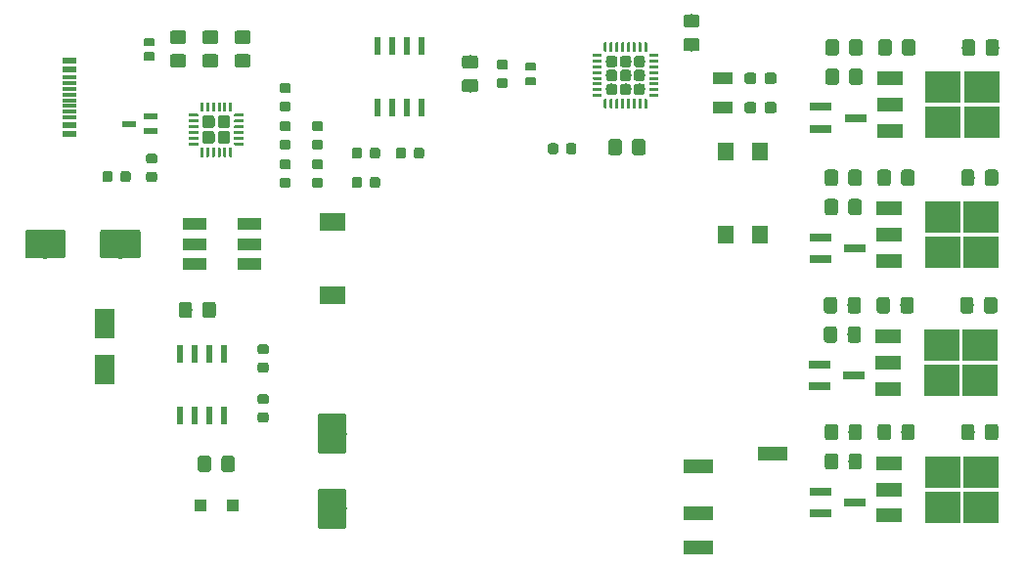
<source format=gbr>
G04 #@! TF.GenerationSoftware,KiCad,Pcbnew,(5.1.0-rc2-41-g6b3e9b0ed)*
G04 #@! TF.CreationDate,2021-09-28T16:44:10+02:00*
G04 #@! TF.ProjectId,styro_control,73747972-6f5f-4636-9f6e-74726f6c2e6b,rev?*
G04 #@! TF.SameCoordinates,Original*
G04 #@! TF.FileFunction,Paste,Top*
G04 #@! TF.FilePolarity,Positive*
%FSLAX46Y46*%
G04 Gerber Fmt 4.6, Leading zero omitted, Abs format (unit mm)*
G04 Created by KiCad (PCBNEW (5.1.0-rc2-41-g6b3e9b0ed)) date 2021-09-28 16:44:10*
%MOMM*%
%LPD*%
G04 APERTURE LIST*
%ADD10C,0.150000*%
%ADD11C,0.100000*%
%ADD12C,1.150000*%
%ADD13R,1.160000X0.600000*%
%ADD14R,1.160000X0.300000*%
%ADD15C,0.875000*%
%ADD16C,0.950000*%
%ADD17R,1.800000X2.500000*%
%ADD18R,1.100000X1.100000*%
%ADD19C,2.500000*%
%ADD20R,1.800000X1.000000*%
%ADD21R,0.600000X1.550000*%
%ADD22C,0.250000*%
%ADD23C,0.970000*%
%ADD24C,1.090000*%
%ADD25R,1.400000X1.600000*%
%ADD26R,3.050000X2.750000*%
%ADD27R,2.200000X1.200000*%
%ADD28R,1.900000X0.800000*%
%ADD29R,2.200000X1.500000*%
%ADD30R,2.500000X1.200000*%
%ADD31R,2.000000X1.100000*%
%ADD32R,1.230000X0.500000*%
G04 APERTURE END LIST*
D10*
G36*
X121030000Y-75803000D02*
G01*
X121030000Y-76323000D01*
X120270000Y-76323000D01*
X120270000Y-75803000D01*
X121030000Y-75803000D01*
G37*
X121030000Y-75803000D02*
X121030000Y-76323000D01*
X120270000Y-76323000D01*
X120270000Y-75803000D01*
X121030000Y-75803000D01*
G36*
X121030000Y-74553000D02*
G01*
X121030000Y-75073000D01*
X120270000Y-75073000D01*
X120270000Y-74553000D01*
X121030000Y-74553000D01*
G37*
X121030000Y-74553000D02*
X121030000Y-75073000D01*
X120270000Y-75073000D01*
X120270000Y-74553000D01*
X121030000Y-74553000D01*
G36*
X87250000Y-72914000D02*
G01*
X87250000Y-72394000D01*
X88010000Y-72394000D01*
X88010000Y-72914000D01*
X87250000Y-72914000D01*
G37*
X87250000Y-72914000D02*
X87250000Y-72394000D01*
X88010000Y-72394000D01*
X88010000Y-72914000D01*
X87250000Y-72914000D01*
G36*
X87250000Y-74164000D02*
G01*
X87250000Y-73644000D01*
X88010000Y-73644000D01*
X88010000Y-74164000D01*
X87250000Y-74164000D01*
G37*
X87250000Y-74164000D02*
X87250000Y-73644000D01*
X88010000Y-73644000D01*
X88010000Y-74164000D01*
X87250000Y-74164000D01*
D11*
G36*
X135094505Y-70274204D02*
G01*
X135118773Y-70277804D01*
X135142572Y-70283765D01*
X135165671Y-70292030D01*
X135187850Y-70302520D01*
X135208893Y-70315132D01*
X135228599Y-70329747D01*
X135246777Y-70346223D01*
X135263253Y-70364401D01*
X135277868Y-70384107D01*
X135290480Y-70405150D01*
X135300970Y-70427329D01*
X135309235Y-70450428D01*
X135315196Y-70474227D01*
X135318796Y-70498495D01*
X135320000Y-70522999D01*
X135320000Y-71173001D01*
X135318796Y-71197505D01*
X135315196Y-71221773D01*
X135309235Y-71245572D01*
X135300970Y-71268671D01*
X135290480Y-71290850D01*
X135277868Y-71311893D01*
X135263253Y-71331599D01*
X135246777Y-71349777D01*
X135228599Y-71366253D01*
X135208893Y-71380868D01*
X135187850Y-71393480D01*
X135165671Y-71403970D01*
X135142572Y-71412235D01*
X135118773Y-71418196D01*
X135094505Y-71421796D01*
X135070001Y-71423000D01*
X134169999Y-71423000D01*
X134145495Y-71421796D01*
X134121227Y-71418196D01*
X134097428Y-71412235D01*
X134074329Y-71403970D01*
X134052150Y-71393480D01*
X134031107Y-71380868D01*
X134011401Y-71366253D01*
X133993223Y-71349777D01*
X133976747Y-71331599D01*
X133962132Y-71311893D01*
X133949520Y-71290850D01*
X133939030Y-71268671D01*
X133930765Y-71245572D01*
X133924804Y-71221773D01*
X133921204Y-71197505D01*
X133920000Y-71173001D01*
X133920000Y-70522999D01*
X133921204Y-70498495D01*
X133924804Y-70474227D01*
X133930765Y-70450428D01*
X133939030Y-70427329D01*
X133949520Y-70405150D01*
X133962132Y-70384107D01*
X133976747Y-70364401D01*
X133993223Y-70346223D01*
X134011401Y-70329747D01*
X134031107Y-70315132D01*
X134052150Y-70302520D01*
X134074329Y-70292030D01*
X134097428Y-70283765D01*
X134121227Y-70277804D01*
X134145495Y-70274204D01*
X134169999Y-70273000D01*
X135070001Y-70273000D01*
X135094505Y-70274204D01*
X135094505Y-70274204D01*
G37*
D12*
X134620000Y-70848000D03*
D11*
G36*
X135094505Y-72324204D02*
G01*
X135118773Y-72327804D01*
X135142572Y-72333765D01*
X135165671Y-72342030D01*
X135187850Y-72352520D01*
X135208893Y-72365132D01*
X135228599Y-72379747D01*
X135246777Y-72396223D01*
X135263253Y-72414401D01*
X135277868Y-72434107D01*
X135290480Y-72455150D01*
X135300970Y-72477329D01*
X135309235Y-72500428D01*
X135315196Y-72524227D01*
X135318796Y-72548495D01*
X135320000Y-72572999D01*
X135320000Y-73223001D01*
X135318796Y-73247505D01*
X135315196Y-73271773D01*
X135309235Y-73295572D01*
X135300970Y-73318671D01*
X135290480Y-73340850D01*
X135277868Y-73361893D01*
X135263253Y-73381599D01*
X135246777Y-73399777D01*
X135228599Y-73416253D01*
X135208893Y-73430868D01*
X135187850Y-73443480D01*
X135165671Y-73453970D01*
X135142572Y-73462235D01*
X135118773Y-73468196D01*
X135094505Y-73471796D01*
X135070001Y-73473000D01*
X134169999Y-73473000D01*
X134145495Y-73471796D01*
X134121227Y-73468196D01*
X134097428Y-73462235D01*
X134074329Y-73453970D01*
X134052150Y-73443480D01*
X134031107Y-73430868D01*
X134011401Y-73416253D01*
X133993223Y-73399777D01*
X133976747Y-73381599D01*
X133962132Y-73361893D01*
X133949520Y-73340850D01*
X133939030Y-73318671D01*
X133930765Y-73295572D01*
X133924804Y-73271773D01*
X133921204Y-73247505D01*
X133920000Y-73223001D01*
X133920000Y-72572999D01*
X133921204Y-72548495D01*
X133924804Y-72524227D01*
X133930765Y-72500428D01*
X133939030Y-72477329D01*
X133949520Y-72455150D01*
X133962132Y-72434107D01*
X133976747Y-72414401D01*
X133993223Y-72396223D01*
X134011401Y-72379747D01*
X134031107Y-72365132D01*
X134052150Y-72352520D01*
X134074329Y-72342030D01*
X134097428Y-72333765D01*
X134121227Y-72327804D01*
X134145495Y-72324204D01*
X134169999Y-72323000D01*
X135070001Y-72323000D01*
X135094505Y-72324204D01*
X135094505Y-72324204D01*
G37*
D12*
X134620000Y-72898000D03*
D13*
X80742000Y-80670000D03*
X80742000Y-79870000D03*
X80742000Y-80670000D03*
X80742000Y-79870000D03*
X80742000Y-74270000D03*
X80742000Y-74270000D03*
X80742000Y-75070000D03*
X80742000Y-75070000D03*
D14*
X80742000Y-79220000D03*
X80742000Y-78220000D03*
X80742000Y-78720000D03*
X80742000Y-76220000D03*
X80742000Y-75720000D03*
X80742000Y-77720000D03*
X80742000Y-77220000D03*
X80742000Y-76720000D03*
D11*
G36*
X124446191Y-81441053D02*
G01*
X124467426Y-81444203D01*
X124488250Y-81449419D01*
X124508462Y-81456651D01*
X124527868Y-81465830D01*
X124546281Y-81476866D01*
X124563524Y-81489654D01*
X124579430Y-81504070D01*
X124593846Y-81519976D01*
X124606634Y-81537219D01*
X124617670Y-81555632D01*
X124626849Y-81575038D01*
X124634081Y-81595250D01*
X124639297Y-81616074D01*
X124642447Y-81637309D01*
X124643500Y-81658750D01*
X124643500Y-82171250D01*
X124642447Y-82192691D01*
X124639297Y-82213926D01*
X124634081Y-82234750D01*
X124626849Y-82254962D01*
X124617670Y-82274368D01*
X124606634Y-82292781D01*
X124593846Y-82310024D01*
X124579430Y-82325930D01*
X124563524Y-82340346D01*
X124546281Y-82353134D01*
X124527868Y-82364170D01*
X124508462Y-82373349D01*
X124488250Y-82380581D01*
X124467426Y-82385797D01*
X124446191Y-82388947D01*
X124424750Y-82390000D01*
X123987250Y-82390000D01*
X123965809Y-82388947D01*
X123944574Y-82385797D01*
X123923750Y-82380581D01*
X123903538Y-82373349D01*
X123884132Y-82364170D01*
X123865719Y-82353134D01*
X123848476Y-82340346D01*
X123832570Y-82325930D01*
X123818154Y-82310024D01*
X123805366Y-82292781D01*
X123794330Y-82274368D01*
X123785151Y-82254962D01*
X123777919Y-82234750D01*
X123772703Y-82213926D01*
X123769553Y-82192691D01*
X123768500Y-82171250D01*
X123768500Y-81658750D01*
X123769553Y-81637309D01*
X123772703Y-81616074D01*
X123777919Y-81595250D01*
X123785151Y-81575038D01*
X123794330Y-81555632D01*
X123805366Y-81537219D01*
X123818154Y-81519976D01*
X123832570Y-81504070D01*
X123848476Y-81489654D01*
X123865719Y-81476866D01*
X123884132Y-81465830D01*
X123903538Y-81456651D01*
X123923750Y-81449419D01*
X123944574Y-81444203D01*
X123965809Y-81441053D01*
X123987250Y-81440000D01*
X124424750Y-81440000D01*
X124446191Y-81441053D01*
X124446191Y-81441053D01*
G37*
D15*
X124206000Y-81915000D03*
D11*
G36*
X122871191Y-81441053D02*
G01*
X122892426Y-81444203D01*
X122913250Y-81449419D01*
X122933462Y-81456651D01*
X122952868Y-81465830D01*
X122971281Y-81476866D01*
X122988524Y-81489654D01*
X123004430Y-81504070D01*
X123018846Y-81519976D01*
X123031634Y-81537219D01*
X123042670Y-81555632D01*
X123051849Y-81575038D01*
X123059081Y-81595250D01*
X123064297Y-81616074D01*
X123067447Y-81637309D01*
X123068500Y-81658750D01*
X123068500Y-82171250D01*
X123067447Y-82192691D01*
X123064297Y-82213926D01*
X123059081Y-82234750D01*
X123051849Y-82254962D01*
X123042670Y-82274368D01*
X123031634Y-82292781D01*
X123018846Y-82310024D01*
X123004430Y-82325930D01*
X122988524Y-82340346D01*
X122971281Y-82353134D01*
X122952868Y-82364170D01*
X122933462Y-82373349D01*
X122913250Y-82380581D01*
X122892426Y-82385797D01*
X122871191Y-82388947D01*
X122849750Y-82390000D01*
X122412250Y-82390000D01*
X122390809Y-82388947D01*
X122369574Y-82385797D01*
X122348750Y-82380581D01*
X122328538Y-82373349D01*
X122309132Y-82364170D01*
X122290719Y-82353134D01*
X122273476Y-82340346D01*
X122257570Y-82325930D01*
X122243154Y-82310024D01*
X122230366Y-82292781D01*
X122219330Y-82274368D01*
X122210151Y-82254962D01*
X122202919Y-82234750D01*
X122197703Y-82213926D01*
X122194553Y-82192691D01*
X122193500Y-82171250D01*
X122193500Y-81658750D01*
X122194553Y-81637309D01*
X122197703Y-81616074D01*
X122202919Y-81595250D01*
X122210151Y-81575038D01*
X122219330Y-81555632D01*
X122230366Y-81537219D01*
X122243154Y-81519976D01*
X122257570Y-81504070D01*
X122273476Y-81489654D01*
X122290719Y-81476866D01*
X122309132Y-81465830D01*
X122328538Y-81456651D01*
X122348750Y-81449419D01*
X122369574Y-81444203D01*
X122390809Y-81441053D01*
X122412250Y-81440000D01*
X122849750Y-81440000D01*
X122871191Y-81441053D01*
X122871191Y-81441053D01*
G37*
D15*
X122631000Y-81915000D03*
D11*
G36*
X141774779Y-75345144D02*
G01*
X141797834Y-75348563D01*
X141820443Y-75354227D01*
X141842387Y-75362079D01*
X141863457Y-75372044D01*
X141883448Y-75384026D01*
X141902168Y-75397910D01*
X141919438Y-75413562D01*
X141935090Y-75430832D01*
X141948974Y-75449552D01*
X141960956Y-75469543D01*
X141970921Y-75490613D01*
X141978773Y-75512557D01*
X141984437Y-75535166D01*
X141987856Y-75558221D01*
X141989000Y-75581500D01*
X141989000Y-76056500D01*
X141987856Y-76079779D01*
X141984437Y-76102834D01*
X141978773Y-76125443D01*
X141970921Y-76147387D01*
X141960956Y-76168457D01*
X141948974Y-76188448D01*
X141935090Y-76207168D01*
X141919438Y-76224438D01*
X141902168Y-76240090D01*
X141883448Y-76253974D01*
X141863457Y-76265956D01*
X141842387Y-76275921D01*
X141820443Y-76283773D01*
X141797834Y-76289437D01*
X141774779Y-76292856D01*
X141751500Y-76294000D01*
X141176500Y-76294000D01*
X141153221Y-76292856D01*
X141130166Y-76289437D01*
X141107557Y-76283773D01*
X141085613Y-76275921D01*
X141064543Y-76265956D01*
X141044552Y-76253974D01*
X141025832Y-76240090D01*
X141008562Y-76224438D01*
X140992910Y-76207168D01*
X140979026Y-76188448D01*
X140967044Y-76168457D01*
X140957079Y-76147387D01*
X140949227Y-76125443D01*
X140943563Y-76102834D01*
X140940144Y-76079779D01*
X140939000Y-76056500D01*
X140939000Y-75581500D01*
X140940144Y-75558221D01*
X140943563Y-75535166D01*
X140949227Y-75512557D01*
X140957079Y-75490613D01*
X140967044Y-75469543D01*
X140979026Y-75449552D01*
X140992910Y-75430832D01*
X141008562Y-75413562D01*
X141025832Y-75397910D01*
X141044552Y-75384026D01*
X141064543Y-75372044D01*
X141085613Y-75362079D01*
X141107557Y-75354227D01*
X141130166Y-75348563D01*
X141153221Y-75345144D01*
X141176500Y-75344000D01*
X141751500Y-75344000D01*
X141774779Y-75345144D01*
X141774779Y-75345144D01*
G37*
D16*
X141464000Y-75819000D03*
D11*
G36*
X140024779Y-75345144D02*
G01*
X140047834Y-75348563D01*
X140070443Y-75354227D01*
X140092387Y-75362079D01*
X140113457Y-75372044D01*
X140133448Y-75384026D01*
X140152168Y-75397910D01*
X140169438Y-75413562D01*
X140185090Y-75430832D01*
X140198974Y-75449552D01*
X140210956Y-75469543D01*
X140220921Y-75490613D01*
X140228773Y-75512557D01*
X140234437Y-75535166D01*
X140237856Y-75558221D01*
X140239000Y-75581500D01*
X140239000Y-76056500D01*
X140237856Y-76079779D01*
X140234437Y-76102834D01*
X140228773Y-76125443D01*
X140220921Y-76147387D01*
X140210956Y-76168457D01*
X140198974Y-76188448D01*
X140185090Y-76207168D01*
X140169438Y-76224438D01*
X140152168Y-76240090D01*
X140133448Y-76253974D01*
X140113457Y-76265956D01*
X140092387Y-76275921D01*
X140070443Y-76283773D01*
X140047834Y-76289437D01*
X140024779Y-76292856D01*
X140001500Y-76294000D01*
X139426500Y-76294000D01*
X139403221Y-76292856D01*
X139380166Y-76289437D01*
X139357557Y-76283773D01*
X139335613Y-76275921D01*
X139314543Y-76265956D01*
X139294552Y-76253974D01*
X139275832Y-76240090D01*
X139258562Y-76224438D01*
X139242910Y-76207168D01*
X139229026Y-76188448D01*
X139217044Y-76168457D01*
X139207079Y-76147387D01*
X139199227Y-76125443D01*
X139193563Y-76102834D01*
X139190144Y-76079779D01*
X139189000Y-76056500D01*
X139189000Y-75581500D01*
X139190144Y-75558221D01*
X139193563Y-75535166D01*
X139199227Y-75512557D01*
X139207079Y-75490613D01*
X139217044Y-75469543D01*
X139229026Y-75449552D01*
X139242910Y-75430832D01*
X139258562Y-75413562D01*
X139275832Y-75397910D01*
X139294552Y-75384026D01*
X139314543Y-75372044D01*
X139335613Y-75362079D01*
X139357557Y-75354227D01*
X139380166Y-75348563D01*
X139403221Y-75345144D01*
X139426500Y-75344000D01*
X140001500Y-75344000D01*
X140024779Y-75345144D01*
X140024779Y-75345144D01*
G37*
D16*
X139714000Y-75819000D03*
D11*
G36*
X141774779Y-77885144D02*
G01*
X141797834Y-77888563D01*
X141820443Y-77894227D01*
X141842387Y-77902079D01*
X141863457Y-77912044D01*
X141883448Y-77924026D01*
X141902168Y-77937910D01*
X141919438Y-77953562D01*
X141935090Y-77970832D01*
X141948974Y-77989552D01*
X141960956Y-78009543D01*
X141970921Y-78030613D01*
X141978773Y-78052557D01*
X141984437Y-78075166D01*
X141987856Y-78098221D01*
X141989000Y-78121500D01*
X141989000Y-78596500D01*
X141987856Y-78619779D01*
X141984437Y-78642834D01*
X141978773Y-78665443D01*
X141970921Y-78687387D01*
X141960956Y-78708457D01*
X141948974Y-78728448D01*
X141935090Y-78747168D01*
X141919438Y-78764438D01*
X141902168Y-78780090D01*
X141883448Y-78793974D01*
X141863457Y-78805956D01*
X141842387Y-78815921D01*
X141820443Y-78823773D01*
X141797834Y-78829437D01*
X141774779Y-78832856D01*
X141751500Y-78834000D01*
X141176500Y-78834000D01*
X141153221Y-78832856D01*
X141130166Y-78829437D01*
X141107557Y-78823773D01*
X141085613Y-78815921D01*
X141064543Y-78805956D01*
X141044552Y-78793974D01*
X141025832Y-78780090D01*
X141008562Y-78764438D01*
X140992910Y-78747168D01*
X140979026Y-78728448D01*
X140967044Y-78708457D01*
X140957079Y-78687387D01*
X140949227Y-78665443D01*
X140943563Y-78642834D01*
X140940144Y-78619779D01*
X140939000Y-78596500D01*
X140939000Y-78121500D01*
X140940144Y-78098221D01*
X140943563Y-78075166D01*
X140949227Y-78052557D01*
X140957079Y-78030613D01*
X140967044Y-78009543D01*
X140979026Y-77989552D01*
X140992910Y-77970832D01*
X141008562Y-77953562D01*
X141025832Y-77937910D01*
X141044552Y-77924026D01*
X141064543Y-77912044D01*
X141085613Y-77902079D01*
X141107557Y-77894227D01*
X141130166Y-77888563D01*
X141153221Y-77885144D01*
X141176500Y-77884000D01*
X141751500Y-77884000D01*
X141774779Y-77885144D01*
X141774779Y-77885144D01*
G37*
D16*
X141464000Y-78359000D03*
D11*
G36*
X140024779Y-77885144D02*
G01*
X140047834Y-77888563D01*
X140070443Y-77894227D01*
X140092387Y-77902079D01*
X140113457Y-77912044D01*
X140133448Y-77924026D01*
X140152168Y-77937910D01*
X140169438Y-77953562D01*
X140185090Y-77970832D01*
X140198974Y-77989552D01*
X140210956Y-78009543D01*
X140220921Y-78030613D01*
X140228773Y-78052557D01*
X140234437Y-78075166D01*
X140237856Y-78098221D01*
X140239000Y-78121500D01*
X140239000Y-78596500D01*
X140237856Y-78619779D01*
X140234437Y-78642834D01*
X140228773Y-78665443D01*
X140220921Y-78687387D01*
X140210956Y-78708457D01*
X140198974Y-78728448D01*
X140185090Y-78747168D01*
X140169438Y-78764438D01*
X140152168Y-78780090D01*
X140133448Y-78793974D01*
X140113457Y-78805956D01*
X140092387Y-78815921D01*
X140070443Y-78823773D01*
X140047834Y-78829437D01*
X140024779Y-78832856D01*
X140001500Y-78834000D01*
X139426500Y-78834000D01*
X139403221Y-78832856D01*
X139380166Y-78829437D01*
X139357557Y-78823773D01*
X139335613Y-78815921D01*
X139314543Y-78805956D01*
X139294552Y-78793974D01*
X139275832Y-78780090D01*
X139258562Y-78764438D01*
X139242910Y-78747168D01*
X139229026Y-78728448D01*
X139217044Y-78708457D01*
X139207079Y-78687387D01*
X139199227Y-78665443D01*
X139193563Y-78642834D01*
X139190144Y-78619779D01*
X139189000Y-78596500D01*
X139189000Y-78121500D01*
X139190144Y-78098221D01*
X139193563Y-78075166D01*
X139199227Y-78052557D01*
X139207079Y-78030613D01*
X139217044Y-78009543D01*
X139229026Y-77989552D01*
X139242910Y-77970832D01*
X139258562Y-77953562D01*
X139275832Y-77937910D01*
X139294552Y-77924026D01*
X139314543Y-77912044D01*
X139335613Y-77902079D01*
X139357557Y-77894227D01*
X139380166Y-77888563D01*
X139403221Y-77885144D01*
X139426500Y-77884000D01*
X140001500Y-77884000D01*
X140024779Y-77885144D01*
X140024779Y-77885144D01*
G37*
D16*
X139714000Y-78359000D03*
D17*
X83820000Y-101060000D03*
X83820000Y-97060000D03*
D18*
X94872000Y-112776000D03*
X92072000Y-112776000D03*
D11*
G36*
X104529504Y-111356204D02*
G01*
X104553773Y-111359804D01*
X104577571Y-111365765D01*
X104600671Y-111374030D01*
X104622849Y-111384520D01*
X104643893Y-111397133D01*
X104663598Y-111411747D01*
X104681777Y-111428223D01*
X104698253Y-111446402D01*
X104712867Y-111466107D01*
X104725480Y-111487151D01*
X104735970Y-111509329D01*
X104744235Y-111532429D01*
X104750196Y-111556227D01*
X104753796Y-111580496D01*
X104755000Y-111605000D01*
X104755000Y-114605000D01*
X104753796Y-114629504D01*
X104750196Y-114653773D01*
X104744235Y-114677571D01*
X104735970Y-114700671D01*
X104725480Y-114722849D01*
X104712867Y-114743893D01*
X104698253Y-114763598D01*
X104681777Y-114781777D01*
X104663598Y-114798253D01*
X104643893Y-114812867D01*
X104622849Y-114825480D01*
X104600671Y-114835970D01*
X104577571Y-114844235D01*
X104553773Y-114850196D01*
X104529504Y-114853796D01*
X104505000Y-114855000D01*
X102505000Y-114855000D01*
X102480496Y-114853796D01*
X102456227Y-114850196D01*
X102432429Y-114844235D01*
X102409329Y-114835970D01*
X102387151Y-114825480D01*
X102366107Y-114812867D01*
X102346402Y-114798253D01*
X102328223Y-114781777D01*
X102311747Y-114763598D01*
X102297133Y-114743893D01*
X102284520Y-114722849D01*
X102274030Y-114700671D01*
X102265765Y-114677571D01*
X102259804Y-114653773D01*
X102256204Y-114629504D01*
X102255000Y-114605000D01*
X102255000Y-111605000D01*
X102256204Y-111580496D01*
X102259804Y-111556227D01*
X102265765Y-111532429D01*
X102274030Y-111509329D01*
X102284520Y-111487151D01*
X102297133Y-111466107D01*
X102311747Y-111446402D01*
X102328223Y-111428223D01*
X102346402Y-111411747D01*
X102366107Y-111397133D01*
X102387151Y-111384520D01*
X102409329Y-111374030D01*
X102432429Y-111365765D01*
X102456227Y-111359804D01*
X102480496Y-111356204D01*
X102505000Y-111355000D01*
X104505000Y-111355000D01*
X104529504Y-111356204D01*
X104529504Y-111356204D01*
G37*
D19*
X103505000Y-113105000D03*
D11*
G36*
X104529504Y-104856204D02*
G01*
X104553773Y-104859804D01*
X104577571Y-104865765D01*
X104600671Y-104874030D01*
X104622849Y-104884520D01*
X104643893Y-104897133D01*
X104663598Y-104911747D01*
X104681777Y-104928223D01*
X104698253Y-104946402D01*
X104712867Y-104966107D01*
X104725480Y-104987151D01*
X104735970Y-105009329D01*
X104744235Y-105032429D01*
X104750196Y-105056227D01*
X104753796Y-105080496D01*
X104755000Y-105105000D01*
X104755000Y-108105000D01*
X104753796Y-108129504D01*
X104750196Y-108153773D01*
X104744235Y-108177571D01*
X104735970Y-108200671D01*
X104725480Y-108222849D01*
X104712867Y-108243893D01*
X104698253Y-108263598D01*
X104681777Y-108281777D01*
X104663598Y-108298253D01*
X104643893Y-108312867D01*
X104622849Y-108325480D01*
X104600671Y-108335970D01*
X104577571Y-108344235D01*
X104553773Y-108350196D01*
X104529504Y-108353796D01*
X104505000Y-108355000D01*
X102505000Y-108355000D01*
X102480496Y-108353796D01*
X102456227Y-108350196D01*
X102432429Y-108344235D01*
X102409329Y-108335970D01*
X102387151Y-108325480D01*
X102366107Y-108312867D01*
X102346402Y-108298253D01*
X102328223Y-108281777D01*
X102311747Y-108263598D01*
X102297133Y-108243893D01*
X102284520Y-108222849D01*
X102274030Y-108200671D01*
X102265765Y-108177571D01*
X102259804Y-108153773D01*
X102256204Y-108129504D01*
X102255000Y-108105000D01*
X102255000Y-105105000D01*
X102256204Y-105080496D01*
X102259804Y-105056227D01*
X102265765Y-105032429D01*
X102274030Y-105009329D01*
X102284520Y-104987151D01*
X102297133Y-104966107D01*
X102311747Y-104946402D01*
X102328223Y-104928223D01*
X102346402Y-104911747D01*
X102366107Y-104897133D01*
X102387151Y-104884520D01*
X102409329Y-104874030D01*
X102432429Y-104865765D01*
X102456227Y-104859804D01*
X102480496Y-104856204D01*
X102505000Y-104855000D01*
X104505000Y-104855000D01*
X104529504Y-104856204D01*
X104529504Y-104856204D01*
G37*
D19*
X103505000Y-106605000D03*
D11*
G36*
X84288691Y-83854053D02*
G01*
X84309926Y-83857203D01*
X84330750Y-83862419D01*
X84350962Y-83869651D01*
X84370368Y-83878830D01*
X84388781Y-83889866D01*
X84406024Y-83902654D01*
X84421930Y-83917070D01*
X84436346Y-83932976D01*
X84449134Y-83950219D01*
X84460170Y-83968632D01*
X84469349Y-83988038D01*
X84476581Y-84008250D01*
X84481797Y-84029074D01*
X84484947Y-84050309D01*
X84486000Y-84071750D01*
X84486000Y-84584250D01*
X84484947Y-84605691D01*
X84481797Y-84626926D01*
X84476581Y-84647750D01*
X84469349Y-84667962D01*
X84460170Y-84687368D01*
X84449134Y-84705781D01*
X84436346Y-84723024D01*
X84421930Y-84738930D01*
X84406024Y-84753346D01*
X84388781Y-84766134D01*
X84370368Y-84777170D01*
X84350962Y-84786349D01*
X84330750Y-84793581D01*
X84309926Y-84798797D01*
X84288691Y-84801947D01*
X84267250Y-84803000D01*
X83829750Y-84803000D01*
X83808309Y-84801947D01*
X83787074Y-84798797D01*
X83766250Y-84793581D01*
X83746038Y-84786349D01*
X83726632Y-84777170D01*
X83708219Y-84766134D01*
X83690976Y-84753346D01*
X83675070Y-84738930D01*
X83660654Y-84723024D01*
X83647866Y-84705781D01*
X83636830Y-84687368D01*
X83627651Y-84667962D01*
X83620419Y-84647750D01*
X83615203Y-84626926D01*
X83612053Y-84605691D01*
X83611000Y-84584250D01*
X83611000Y-84071750D01*
X83612053Y-84050309D01*
X83615203Y-84029074D01*
X83620419Y-84008250D01*
X83627651Y-83988038D01*
X83636830Y-83968632D01*
X83647866Y-83950219D01*
X83660654Y-83932976D01*
X83675070Y-83917070D01*
X83690976Y-83902654D01*
X83708219Y-83889866D01*
X83726632Y-83878830D01*
X83746038Y-83869651D01*
X83766250Y-83862419D01*
X83787074Y-83857203D01*
X83808309Y-83854053D01*
X83829750Y-83853000D01*
X84267250Y-83853000D01*
X84288691Y-83854053D01*
X84288691Y-83854053D01*
G37*
D15*
X84048500Y-84328000D03*
D11*
G36*
X85863691Y-83854053D02*
G01*
X85884926Y-83857203D01*
X85905750Y-83862419D01*
X85925962Y-83869651D01*
X85945368Y-83878830D01*
X85963781Y-83889866D01*
X85981024Y-83902654D01*
X85996930Y-83917070D01*
X86011346Y-83932976D01*
X86024134Y-83950219D01*
X86035170Y-83968632D01*
X86044349Y-83988038D01*
X86051581Y-84008250D01*
X86056797Y-84029074D01*
X86059947Y-84050309D01*
X86061000Y-84071750D01*
X86061000Y-84584250D01*
X86059947Y-84605691D01*
X86056797Y-84626926D01*
X86051581Y-84647750D01*
X86044349Y-84667962D01*
X86035170Y-84687368D01*
X86024134Y-84705781D01*
X86011346Y-84723024D01*
X85996930Y-84738930D01*
X85981024Y-84753346D01*
X85963781Y-84766134D01*
X85945368Y-84777170D01*
X85925962Y-84786349D01*
X85905750Y-84793581D01*
X85884926Y-84798797D01*
X85863691Y-84801947D01*
X85842250Y-84803000D01*
X85404750Y-84803000D01*
X85383309Y-84801947D01*
X85362074Y-84798797D01*
X85341250Y-84793581D01*
X85321038Y-84786349D01*
X85301632Y-84777170D01*
X85283219Y-84766134D01*
X85265976Y-84753346D01*
X85250070Y-84738930D01*
X85235654Y-84723024D01*
X85222866Y-84705781D01*
X85211830Y-84687368D01*
X85202651Y-84667962D01*
X85195419Y-84647750D01*
X85190203Y-84626926D01*
X85187053Y-84605691D01*
X85186000Y-84584250D01*
X85186000Y-84071750D01*
X85187053Y-84050309D01*
X85190203Y-84029074D01*
X85195419Y-84008250D01*
X85202651Y-83988038D01*
X85211830Y-83968632D01*
X85222866Y-83950219D01*
X85235654Y-83932976D01*
X85250070Y-83917070D01*
X85265976Y-83902654D01*
X85283219Y-83889866D01*
X85301632Y-83878830D01*
X85321038Y-83869651D01*
X85341250Y-83862419D01*
X85362074Y-83857203D01*
X85383309Y-83854053D01*
X85404750Y-83853000D01*
X85842250Y-83853000D01*
X85863691Y-83854053D01*
X85863691Y-83854053D01*
G37*
D15*
X85623500Y-84328000D03*
D11*
G36*
X97813691Y-98852053D02*
G01*
X97834926Y-98855203D01*
X97855750Y-98860419D01*
X97875962Y-98867651D01*
X97895368Y-98876830D01*
X97913781Y-98887866D01*
X97931024Y-98900654D01*
X97946930Y-98915070D01*
X97961346Y-98930976D01*
X97974134Y-98948219D01*
X97985170Y-98966632D01*
X97994349Y-98986038D01*
X98001581Y-99006250D01*
X98006797Y-99027074D01*
X98009947Y-99048309D01*
X98011000Y-99069750D01*
X98011000Y-99507250D01*
X98009947Y-99528691D01*
X98006797Y-99549926D01*
X98001581Y-99570750D01*
X97994349Y-99590962D01*
X97985170Y-99610368D01*
X97974134Y-99628781D01*
X97961346Y-99646024D01*
X97946930Y-99661930D01*
X97931024Y-99676346D01*
X97913781Y-99689134D01*
X97895368Y-99700170D01*
X97875962Y-99709349D01*
X97855750Y-99716581D01*
X97834926Y-99721797D01*
X97813691Y-99724947D01*
X97792250Y-99726000D01*
X97279750Y-99726000D01*
X97258309Y-99724947D01*
X97237074Y-99721797D01*
X97216250Y-99716581D01*
X97196038Y-99709349D01*
X97176632Y-99700170D01*
X97158219Y-99689134D01*
X97140976Y-99676346D01*
X97125070Y-99661930D01*
X97110654Y-99646024D01*
X97097866Y-99628781D01*
X97086830Y-99610368D01*
X97077651Y-99590962D01*
X97070419Y-99570750D01*
X97065203Y-99549926D01*
X97062053Y-99528691D01*
X97061000Y-99507250D01*
X97061000Y-99069750D01*
X97062053Y-99048309D01*
X97065203Y-99027074D01*
X97070419Y-99006250D01*
X97077651Y-98986038D01*
X97086830Y-98966632D01*
X97097866Y-98948219D01*
X97110654Y-98930976D01*
X97125070Y-98915070D01*
X97140976Y-98900654D01*
X97158219Y-98887866D01*
X97176632Y-98876830D01*
X97196038Y-98867651D01*
X97216250Y-98860419D01*
X97237074Y-98855203D01*
X97258309Y-98852053D01*
X97279750Y-98851000D01*
X97792250Y-98851000D01*
X97813691Y-98852053D01*
X97813691Y-98852053D01*
G37*
D15*
X97536000Y-99288500D03*
D11*
G36*
X97813691Y-100427053D02*
G01*
X97834926Y-100430203D01*
X97855750Y-100435419D01*
X97875962Y-100442651D01*
X97895368Y-100451830D01*
X97913781Y-100462866D01*
X97931024Y-100475654D01*
X97946930Y-100490070D01*
X97961346Y-100505976D01*
X97974134Y-100523219D01*
X97985170Y-100541632D01*
X97994349Y-100561038D01*
X98001581Y-100581250D01*
X98006797Y-100602074D01*
X98009947Y-100623309D01*
X98011000Y-100644750D01*
X98011000Y-101082250D01*
X98009947Y-101103691D01*
X98006797Y-101124926D01*
X98001581Y-101145750D01*
X97994349Y-101165962D01*
X97985170Y-101185368D01*
X97974134Y-101203781D01*
X97961346Y-101221024D01*
X97946930Y-101236930D01*
X97931024Y-101251346D01*
X97913781Y-101264134D01*
X97895368Y-101275170D01*
X97875962Y-101284349D01*
X97855750Y-101291581D01*
X97834926Y-101296797D01*
X97813691Y-101299947D01*
X97792250Y-101301000D01*
X97279750Y-101301000D01*
X97258309Y-101299947D01*
X97237074Y-101296797D01*
X97216250Y-101291581D01*
X97196038Y-101284349D01*
X97176632Y-101275170D01*
X97158219Y-101264134D01*
X97140976Y-101251346D01*
X97125070Y-101236930D01*
X97110654Y-101221024D01*
X97097866Y-101203781D01*
X97086830Y-101185368D01*
X97077651Y-101165962D01*
X97070419Y-101145750D01*
X97065203Y-101124926D01*
X97062053Y-101103691D01*
X97061000Y-101082250D01*
X97061000Y-100644750D01*
X97062053Y-100623309D01*
X97065203Y-100602074D01*
X97070419Y-100581250D01*
X97077651Y-100561038D01*
X97086830Y-100541632D01*
X97097866Y-100523219D01*
X97110654Y-100505976D01*
X97125070Y-100490070D01*
X97140976Y-100475654D01*
X97158219Y-100462866D01*
X97176632Y-100451830D01*
X97196038Y-100442651D01*
X97216250Y-100435419D01*
X97237074Y-100430203D01*
X97258309Y-100427053D01*
X97279750Y-100426000D01*
X97792250Y-100426000D01*
X97813691Y-100427053D01*
X97813691Y-100427053D01*
G37*
D15*
X97536000Y-100863500D03*
D11*
G36*
X97813691Y-104745053D02*
G01*
X97834926Y-104748203D01*
X97855750Y-104753419D01*
X97875962Y-104760651D01*
X97895368Y-104769830D01*
X97913781Y-104780866D01*
X97931024Y-104793654D01*
X97946930Y-104808070D01*
X97961346Y-104823976D01*
X97974134Y-104841219D01*
X97985170Y-104859632D01*
X97994349Y-104879038D01*
X98001581Y-104899250D01*
X98006797Y-104920074D01*
X98009947Y-104941309D01*
X98011000Y-104962750D01*
X98011000Y-105400250D01*
X98009947Y-105421691D01*
X98006797Y-105442926D01*
X98001581Y-105463750D01*
X97994349Y-105483962D01*
X97985170Y-105503368D01*
X97974134Y-105521781D01*
X97961346Y-105539024D01*
X97946930Y-105554930D01*
X97931024Y-105569346D01*
X97913781Y-105582134D01*
X97895368Y-105593170D01*
X97875962Y-105602349D01*
X97855750Y-105609581D01*
X97834926Y-105614797D01*
X97813691Y-105617947D01*
X97792250Y-105619000D01*
X97279750Y-105619000D01*
X97258309Y-105617947D01*
X97237074Y-105614797D01*
X97216250Y-105609581D01*
X97196038Y-105602349D01*
X97176632Y-105593170D01*
X97158219Y-105582134D01*
X97140976Y-105569346D01*
X97125070Y-105554930D01*
X97110654Y-105539024D01*
X97097866Y-105521781D01*
X97086830Y-105503368D01*
X97077651Y-105483962D01*
X97070419Y-105463750D01*
X97065203Y-105442926D01*
X97062053Y-105421691D01*
X97061000Y-105400250D01*
X97061000Y-104962750D01*
X97062053Y-104941309D01*
X97065203Y-104920074D01*
X97070419Y-104899250D01*
X97077651Y-104879038D01*
X97086830Y-104859632D01*
X97097866Y-104841219D01*
X97110654Y-104823976D01*
X97125070Y-104808070D01*
X97140976Y-104793654D01*
X97158219Y-104780866D01*
X97176632Y-104769830D01*
X97196038Y-104760651D01*
X97216250Y-104753419D01*
X97237074Y-104748203D01*
X97258309Y-104745053D01*
X97279750Y-104744000D01*
X97792250Y-104744000D01*
X97813691Y-104745053D01*
X97813691Y-104745053D01*
G37*
D15*
X97536000Y-105181500D03*
D11*
G36*
X97813691Y-103170053D02*
G01*
X97834926Y-103173203D01*
X97855750Y-103178419D01*
X97875962Y-103185651D01*
X97895368Y-103194830D01*
X97913781Y-103205866D01*
X97931024Y-103218654D01*
X97946930Y-103233070D01*
X97961346Y-103248976D01*
X97974134Y-103266219D01*
X97985170Y-103284632D01*
X97994349Y-103304038D01*
X98001581Y-103324250D01*
X98006797Y-103345074D01*
X98009947Y-103366309D01*
X98011000Y-103387750D01*
X98011000Y-103825250D01*
X98009947Y-103846691D01*
X98006797Y-103867926D01*
X98001581Y-103888750D01*
X97994349Y-103908962D01*
X97985170Y-103928368D01*
X97974134Y-103946781D01*
X97961346Y-103964024D01*
X97946930Y-103979930D01*
X97931024Y-103994346D01*
X97913781Y-104007134D01*
X97895368Y-104018170D01*
X97875962Y-104027349D01*
X97855750Y-104034581D01*
X97834926Y-104039797D01*
X97813691Y-104042947D01*
X97792250Y-104044000D01*
X97279750Y-104044000D01*
X97258309Y-104042947D01*
X97237074Y-104039797D01*
X97216250Y-104034581D01*
X97196038Y-104027349D01*
X97176632Y-104018170D01*
X97158219Y-104007134D01*
X97140976Y-103994346D01*
X97125070Y-103979930D01*
X97110654Y-103964024D01*
X97097866Y-103946781D01*
X97086830Y-103928368D01*
X97077651Y-103908962D01*
X97070419Y-103888750D01*
X97065203Y-103867926D01*
X97062053Y-103846691D01*
X97061000Y-103825250D01*
X97061000Y-103387750D01*
X97062053Y-103366309D01*
X97065203Y-103345074D01*
X97070419Y-103324250D01*
X97077651Y-103304038D01*
X97086830Y-103284632D01*
X97097866Y-103266219D01*
X97110654Y-103248976D01*
X97125070Y-103233070D01*
X97140976Y-103218654D01*
X97158219Y-103205866D01*
X97176632Y-103194830D01*
X97196038Y-103185651D01*
X97216250Y-103178419D01*
X97237074Y-103173203D01*
X97258309Y-103170053D01*
X97279750Y-103169000D01*
X97792250Y-103169000D01*
X97813691Y-103170053D01*
X97813691Y-103170053D01*
G37*
D15*
X97536000Y-103606500D03*
D11*
G36*
X118514691Y-75789053D02*
G01*
X118535926Y-75792203D01*
X118556750Y-75797419D01*
X118576962Y-75804651D01*
X118596368Y-75813830D01*
X118614781Y-75824866D01*
X118632024Y-75837654D01*
X118647930Y-75852070D01*
X118662346Y-75867976D01*
X118675134Y-75885219D01*
X118686170Y-75903632D01*
X118695349Y-75923038D01*
X118702581Y-75943250D01*
X118707797Y-75964074D01*
X118710947Y-75985309D01*
X118712000Y-76006750D01*
X118712000Y-76444250D01*
X118710947Y-76465691D01*
X118707797Y-76486926D01*
X118702581Y-76507750D01*
X118695349Y-76527962D01*
X118686170Y-76547368D01*
X118675134Y-76565781D01*
X118662346Y-76583024D01*
X118647930Y-76598930D01*
X118632024Y-76613346D01*
X118614781Y-76626134D01*
X118596368Y-76637170D01*
X118576962Y-76646349D01*
X118556750Y-76653581D01*
X118535926Y-76658797D01*
X118514691Y-76661947D01*
X118493250Y-76663000D01*
X117980750Y-76663000D01*
X117959309Y-76661947D01*
X117938074Y-76658797D01*
X117917250Y-76653581D01*
X117897038Y-76646349D01*
X117877632Y-76637170D01*
X117859219Y-76626134D01*
X117841976Y-76613346D01*
X117826070Y-76598930D01*
X117811654Y-76583024D01*
X117798866Y-76565781D01*
X117787830Y-76547368D01*
X117778651Y-76527962D01*
X117771419Y-76507750D01*
X117766203Y-76486926D01*
X117763053Y-76465691D01*
X117762000Y-76444250D01*
X117762000Y-76006750D01*
X117763053Y-75985309D01*
X117766203Y-75964074D01*
X117771419Y-75943250D01*
X117778651Y-75923038D01*
X117787830Y-75903632D01*
X117798866Y-75885219D01*
X117811654Y-75867976D01*
X117826070Y-75852070D01*
X117841976Y-75837654D01*
X117859219Y-75824866D01*
X117877632Y-75813830D01*
X117897038Y-75804651D01*
X117917250Y-75797419D01*
X117938074Y-75792203D01*
X117959309Y-75789053D01*
X117980750Y-75788000D01*
X118493250Y-75788000D01*
X118514691Y-75789053D01*
X118514691Y-75789053D01*
G37*
D15*
X118237000Y-76225500D03*
D11*
G36*
X118514691Y-74214053D02*
G01*
X118535926Y-74217203D01*
X118556750Y-74222419D01*
X118576962Y-74229651D01*
X118596368Y-74238830D01*
X118614781Y-74249866D01*
X118632024Y-74262654D01*
X118647930Y-74277070D01*
X118662346Y-74292976D01*
X118675134Y-74310219D01*
X118686170Y-74328632D01*
X118695349Y-74348038D01*
X118702581Y-74368250D01*
X118707797Y-74389074D01*
X118710947Y-74410309D01*
X118712000Y-74431750D01*
X118712000Y-74869250D01*
X118710947Y-74890691D01*
X118707797Y-74911926D01*
X118702581Y-74932750D01*
X118695349Y-74952962D01*
X118686170Y-74972368D01*
X118675134Y-74990781D01*
X118662346Y-75008024D01*
X118647930Y-75023930D01*
X118632024Y-75038346D01*
X118614781Y-75051134D01*
X118596368Y-75062170D01*
X118576962Y-75071349D01*
X118556750Y-75078581D01*
X118535926Y-75083797D01*
X118514691Y-75086947D01*
X118493250Y-75088000D01*
X117980750Y-75088000D01*
X117959309Y-75086947D01*
X117938074Y-75083797D01*
X117917250Y-75078581D01*
X117897038Y-75071349D01*
X117877632Y-75062170D01*
X117859219Y-75051134D01*
X117841976Y-75038346D01*
X117826070Y-75023930D01*
X117811654Y-75008024D01*
X117798866Y-74990781D01*
X117787830Y-74972368D01*
X117778651Y-74952962D01*
X117771419Y-74932750D01*
X117766203Y-74911926D01*
X117763053Y-74890691D01*
X117762000Y-74869250D01*
X117762000Y-74431750D01*
X117763053Y-74410309D01*
X117766203Y-74389074D01*
X117771419Y-74368250D01*
X117778651Y-74348038D01*
X117787830Y-74328632D01*
X117798866Y-74310219D01*
X117811654Y-74292976D01*
X117826070Y-74277070D01*
X117841976Y-74262654D01*
X117859219Y-74249866D01*
X117877632Y-74238830D01*
X117897038Y-74229651D01*
X117917250Y-74222419D01*
X117938074Y-74217203D01*
X117959309Y-74214053D01*
X117980750Y-74213000D01*
X118493250Y-74213000D01*
X118514691Y-74214053D01*
X118514691Y-74214053D01*
G37*
D15*
X118237000Y-74650500D03*
D11*
G36*
X109688691Y-81822053D02*
G01*
X109709926Y-81825203D01*
X109730750Y-81830419D01*
X109750962Y-81837651D01*
X109770368Y-81846830D01*
X109788781Y-81857866D01*
X109806024Y-81870654D01*
X109821930Y-81885070D01*
X109836346Y-81900976D01*
X109849134Y-81918219D01*
X109860170Y-81936632D01*
X109869349Y-81956038D01*
X109876581Y-81976250D01*
X109881797Y-81997074D01*
X109884947Y-82018309D01*
X109886000Y-82039750D01*
X109886000Y-82552250D01*
X109884947Y-82573691D01*
X109881797Y-82594926D01*
X109876581Y-82615750D01*
X109869349Y-82635962D01*
X109860170Y-82655368D01*
X109849134Y-82673781D01*
X109836346Y-82691024D01*
X109821930Y-82706930D01*
X109806024Y-82721346D01*
X109788781Y-82734134D01*
X109770368Y-82745170D01*
X109750962Y-82754349D01*
X109730750Y-82761581D01*
X109709926Y-82766797D01*
X109688691Y-82769947D01*
X109667250Y-82771000D01*
X109229750Y-82771000D01*
X109208309Y-82769947D01*
X109187074Y-82766797D01*
X109166250Y-82761581D01*
X109146038Y-82754349D01*
X109126632Y-82745170D01*
X109108219Y-82734134D01*
X109090976Y-82721346D01*
X109075070Y-82706930D01*
X109060654Y-82691024D01*
X109047866Y-82673781D01*
X109036830Y-82655368D01*
X109027651Y-82635962D01*
X109020419Y-82615750D01*
X109015203Y-82594926D01*
X109012053Y-82573691D01*
X109011000Y-82552250D01*
X109011000Y-82039750D01*
X109012053Y-82018309D01*
X109015203Y-81997074D01*
X109020419Y-81976250D01*
X109027651Y-81956038D01*
X109036830Y-81936632D01*
X109047866Y-81918219D01*
X109060654Y-81900976D01*
X109075070Y-81885070D01*
X109090976Y-81870654D01*
X109108219Y-81857866D01*
X109126632Y-81846830D01*
X109146038Y-81837651D01*
X109166250Y-81830419D01*
X109187074Y-81825203D01*
X109208309Y-81822053D01*
X109229750Y-81821000D01*
X109667250Y-81821000D01*
X109688691Y-81822053D01*
X109688691Y-81822053D01*
G37*
D15*
X109448500Y-82296000D03*
D11*
G36*
X111263691Y-81822053D02*
G01*
X111284926Y-81825203D01*
X111305750Y-81830419D01*
X111325962Y-81837651D01*
X111345368Y-81846830D01*
X111363781Y-81857866D01*
X111381024Y-81870654D01*
X111396930Y-81885070D01*
X111411346Y-81900976D01*
X111424134Y-81918219D01*
X111435170Y-81936632D01*
X111444349Y-81956038D01*
X111451581Y-81976250D01*
X111456797Y-81997074D01*
X111459947Y-82018309D01*
X111461000Y-82039750D01*
X111461000Y-82552250D01*
X111459947Y-82573691D01*
X111456797Y-82594926D01*
X111451581Y-82615750D01*
X111444349Y-82635962D01*
X111435170Y-82655368D01*
X111424134Y-82673781D01*
X111411346Y-82691024D01*
X111396930Y-82706930D01*
X111381024Y-82721346D01*
X111363781Y-82734134D01*
X111345368Y-82745170D01*
X111325962Y-82754349D01*
X111305750Y-82761581D01*
X111284926Y-82766797D01*
X111263691Y-82769947D01*
X111242250Y-82771000D01*
X110804750Y-82771000D01*
X110783309Y-82769947D01*
X110762074Y-82766797D01*
X110741250Y-82761581D01*
X110721038Y-82754349D01*
X110701632Y-82745170D01*
X110683219Y-82734134D01*
X110665976Y-82721346D01*
X110650070Y-82706930D01*
X110635654Y-82691024D01*
X110622866Y-82673781D01*
X110611830Y-82655368D01*
X110602651Y-82635962D01*
X110595419Y-82615750D01*
X110590203Y-82594926D01*
X110587053Y-82573691D01*
X110586000Y-82552250D01*
X110586000Y-82039750D01*
X110587053Y-82018309D01*
X110590203Y-81997074D01*
X110595419Y-81976250D01*
X110602651Y-81956038D01*
X110611830Y-81936632D01*
X110622866Y-81918219D01*
X110635654Y-81900976D01*
X110650070Y-81885070D01*
X110665976Y-81870654D01*
X110683219Y-81857866D01*
X110701632Y-81846830D01*
X110721038Y-81837651D01*
X110741250Y-81830419D01*
X110762074Y-81825203D01*
X110783309Y-81822053D01*
X110804750Y-81821000D01*
X111242250Y-81821000D01*
X111263691Y-81822053D01*
X111263691Y-81822053D01*
G37*
D15*
X111023500Y-82296000D03*
D11*
G36*
X99718691Y-84425053D02*
G01*
X99739926Y-84428203D01*
X99760750Y-84433419D01*
X99780962Y-84440651D01*
X99800368Y-84449830D01*
X99818781Y-84460866D01*
X99836024Y-84473654D01*
X99851930Y-84488070D01*
X99866346Y-84503976D01*
X99879134Y-84521219D01*
X99890170Y-84539632D01*
X99899349Y-84559038D01*
X99906581Y-84579250D01*
X99911797Y-84600074D01*
X99914947Y-84621309D01*
X99916000Y-84642750D01*
X99916000Y-85080250D01*
X99914947Y-85101691D01*
X99911797Y-85122926D01*
X99906581Y-85143750D01*
X99899349Y-85163962D01*
X99890170Y-85183368D01*
X99879134Y-85201781D01*
X99866346Y-85219024D01*
X99851930Y-85234930D01*
X99836024Y-85249346D01*
X99818781Y-85262134D01*
X99800368Y-85273170D01*
X99780962Y-85282349D01*
X99760750Y-85289581D01*
X99739926Y-85294797D01*
X99718691Y-85297947D01*
X99697250Y-85299000D01*
X99184750Y-85299000D01*
X99163309Y-85297947D01*
X99142074Y-85294797D01*
X99121250Y-85289581D01*
X99101038Y-85282349D01*
X99081632Y-85273170D01*
X99063219Y-85262134D01*
X99045976Y-85249346D01*
X99030070Y-85234930D01*
X99015654Y-85219024D01*
X99002866Y-85201781D01*
X98991830Y-85183368D01*
X98982651Y-85163962D01*
X98975419Y-85143750D01*
X98970203Y-85122926D01*
X98967053Y-85101691D01*
X98966000Y-85080250D01*
X98966000Y-84642750D01*
X98967053Y-84621309D01*
X98970203Y-84600074D01*
X98975419Y-84579250D01*
X98982651Y-84559038D01*
X98991830Y-84539632D01*
X99002866Y-84521219D01*
X99015654Y-84503976D01*
X99030070Y-84488070D01*
X99045976Y-84473654D01*
X99063219Y-84460866D01*
X99081632Y-84449830D01*
X99101038Y-84440651D01*
X99121250Y-84433419D01*
X99142074Y-84428203D01*
X99163309Y-84425053D01*
X99184750Y-84424000D01*
X99697250Y-84424000D01*
X99718691Y-84425053D01*
X99718691Y-84425053D01*
G37*
D15*
X99441000Y-84861500D03*
D11*
G36*
X99718691Y-82850053D02*
G01*
X99739926Y-82853203D01*
X99760750Y-82858419D01*
X99780962Y-82865651D01*
X99800368Y-82874830D01*
X99818781Y-82885866D01*
X99836024Y-82898654D01*
X99851930Y-82913070D01*
X99866346Y-82928976D01*
X99879134Y-82946219D01*
X99890170Y-82964632D01*
X99899349Y-82984038D01*
X99906581Y-83004250D01*
X99911797Y-83025074D01*
X99914947Y-83046309D01*
X99916000Y-83067750D01*
X99916000Y-83505250D01*
X99914947Y-83526691D01*
X99911797Y-83547926D01*
X99906581Y-83568750D01*
X99899349Y-83588962D01*
X99890170Y-83608368D01*
X99879134Y-83626781D01*
X99866346Y-83644024D01*
X99851930Y-83659930D01*
X99836024Y-83674346D01*
X99818781Y-83687134D01*
X99800368Y-83698170D01*
X99780962Y-83707349D01*
X99760750Y-83714581D01*
X99739926Y-83719797D01*
X99718691Y-83722947D01*
X99697250Y-83724000D01*
X99184750Y-83724000D01*
X99163309Y-83722947D01*
X99142074Y-83719797D01*
X99121250Y-83714581D01*
X99101038Y-83707349D01*
X99081632Y-83698170D01*
X99063219Y-83687134D01*
X99045976Y-83674346D01*
X99030070Y-83659930D01*
X99015654Y-83644024D01*
X99002866Y-83626781D01*
X98991830Y-83608368D01*
X98982651Y-83588962D01*
X98975419Y-83568750D01*
X98970203Y-83547926D01*
X98967053Y-83526691D01*
X98966000Y-83505250D01*
X98966000Y-83067750D01*
X98967053Y-83046309D01*
X98970203Y-83025074D01*
X98975419Y-83004250D01*
X98982651Y-82984038D01*
X98991830Y-82964632D01*
X99002866Y-82946219D01*
X99015654Y-82928976D01*
X99030070Y-82913070D01*
X99045976Y-82898654D01*
X99063219Y-82885866D01*
X99081632Y-82874830D01*
X99101038Y-82865651D01*
X99121250Y-82858419D01*
X99142074Y-82853203D01*
X99163309Y-82850053D01*
X99184750Y-82849000D01*
X99697250Y-82849000D01*
X99718691Y-82850053D01*
X99718691Y-82850053D01*
G37*
D15*
X99441000Y-83286500D03*
D11*
G36*
X102512691Y-84425053D02*
G01*
X102533926Y-84428203D01*
X102554750Y-84433419D01*
X102574962Y-84440651D01*
X102594368Y-84449830D01*
X102612781Y-84460866D01*
X102630024Y-84473654D01*
X102645930Y-84488070D01*
X102660346Y-84503976D01*
X102673134Y-84521219D01*
X102684170Y-84539632D01*
X102693349Y-84559038D01*
X102700581Y-84579250D01*
X102705797Y-84600074D01*
X102708947Y-84621309D01*
X102710000Y-84642750D01*
X102710000Y-85080250D01*
X102708947Y-85101691D01*
X102705797Y-85122926D01*
X102700581Y-85143750D01*
X102693349Y-85163962D01*
X102684170Y-85183368D01*
X102673134Y-85201781D01*
X102660346Y-85219024D01*
X102645930Y-85234930D01*
X102630024Y-85249346D01*
X102612781Y-85262134D01*
X102594368Y-85273170D01*
X102574962Y-85282349D01*
X102554750Y-85289581D01*
X102533926Y-85294797D01*
X102512691Y-85297947D01*
X102491250Y-85299000D01*
X101978750Y-85299000D01*
X101957309Y-85297947D01*
X101936074Y-85294797D01*
X101915250Y-85289581D01*
X101895038Y-85282349D01*
X101875632Y-85273170D01*
X101857219Y-85262134D01*
X101839976Y-85249346D01*
X101824070Y-85234930D01*
X101809654Y-85219024D01*
X101796866Y-85201781D01*
X101785830Y-85183368D01*
X101776651Y-85163962D01*
X101769419Y-85143750D01*
X101764203Y-85122926D01*
X101761053Y-85101691D01*
X101760000Y-85080250D01*
X101760000Y-84642750D01*
X101761053Y-84621309D01*
X101764203Y-84600074D01*
X101769419Y-84579250D01*
X101776651Y-84559038D01*
X101785830Y-84539632D01*
X101796866Y-84521219D01*
X101809654Y-84503976D01*
X101824070Y-84488070D01*
X101839976Y-84473654D01*
X101857219Y-84460866D01*
X101875632Y-84449830D01*
X101895038Y-84440651D01*
X101915250Y-84433419D01*
X101936074Y-84428203D01*
X101957309Y-84425053D01*
X101978750Y-84424000D01*
X102491250Y-84424000D01*
X102512691Y-84425053D01*
X102512691Y-84425053D01*
G37*
D15*
X102235000Y-84861500D03*
D11*
G36*
X102512691Y-82850053D02*
G01*
X102533926Y-82853203D01*
X102554750Y-82858419D01*
X102574962Y-82865651D01*
X102594368Y-82874830D01*
X102612781Y-82885866D01*
X102630024Y-82898654D01*
X102645930Y-82913070D01*
X102660346Y-82928976D01*
X102673134Y-82946219D01*
X102684170Y-82964632D01*
X102693349Y-82984038D01*
X102700581Y-83004250D01*
X102705797Y-83025074D01*
X102708947Y-83046309D01*
X102710000Y-83067750D01*
X102710000Y-83505250D01*
X102708947Y-83526691D01*
X102705797Y-83547926D01*
X102700581Y-83568750D01*
X102693349Y-83588962D01*
X102684170Y-83608368D01*
X102673134Y-83626781D01*
X102660346Y-83644024D01*
X102645930Y-83659930D01*
X102630024Y-83674346D01*
X102612781Y-83687134D01*
X102594368Y-83698170D01*
X102574962Y-83707349D01*
X102554750Y-83714581D01*
X102533926Y-83719797D01*
X102512691Y-83722947D01*
X102491250Y-83724000D01*
X101978750Y-83724000D01*
X101957309Y-83722947D01*
X101936074Y-83719797D01*
X101915250Y-83714581D01*
X101895038Y-83707349D01*
X101875632Y-83698170D01*
X101857219Y-83687134D01*
X101839976Y-83674346D01*
X101824070Y-83659930D01*
X101809654Y-83644024D01*
X101796866Y-83626781D01*
X101785830Y-83608368D01*
X101776651Y-83588962D01*
X101769419Y-83568750D01*
X101764203Y-83547926D01*
X101761053Y-83526691D01*
X101760000Y-83505250D01*
X101760000Y-83067750D01*
X101761053Y-83046309D01*
X101764203Y-83025074D01*
X101769419Y-83004250D01*
X101776651Y-82984038D01*
X101785830Y-82964632D01*
X101796866Y-82946219D01*
X101809654Y-82928976D01*
X101824070Y-82913070D01*
X101839976Y-82898654D01*
X101857219Y-82885866D01*
X101875632Y-82874830D01*
X101895038Y-82865651D01*
X101915250Y-82858419D01*
X101936074Y-82853203D01*
X101957309Y-82850053D01*
X101978750Y-82849000D01*
X102491250Y-82849000D01*
X102512691Y-82850053D01*
X102512691Y-82850053D01*
G37*
D15*
X102235000Y-83286500D03*
D11*
G36*
X99718691Y-81123053D02*
G01*
X99739926Y-81126203D01*
X99760750Y-81131419D01*
X99780962Y-81138651D01*
X99800368Y-81147830D01*
X99818781Y-81158866D01*
X99836024Y-81171654D01*
X99851930Y-81186070D01*
X99866346Y-81201976D01*
X99879134Y-81219219D01*
X99890170Y-81237632D01*
X99899349Y-81257038D01*
X99906581Y-81277250D01*
X99911797Y-81298074D01*
X99914947Y-81319309D01*
X99916000Y-81340750D01*
X99916000Y-81778250D01*
X99914947Y-81799691D01*
X99911797Y-81820926D01*
X99906581Y-81841750D01*
X99899349Y-81861962D01*
X99890170Y-81881368D01*
X99879134Y-81899781D01*
X99866346Y-81917024D01*
X99851930Y-81932930D01*
X99836024Y-81947346D01*
X99818781Y-81960134D01*
X99800368Y-81971170D01*
X99780962Y-81980349D01*
X99760750Y-81987581D01*
X99739926Y-81992797D01*
X99718691Y-81995947D01*
X99697250Y-81997000D01*
X99184750Y-81997000D01*
X99163309Y-81995947D01*
X99142074Y-81992797D01*
X99121250Y-81987581D01*
X99101038Y-81980349D01*
X99081632Y-81971170D01*
X99063219Y-81960134D01*
X99045976Y-81947346D01*
X99030070Y-81932930D01*
X99015654Y-81917024D01*
X99002866Y-81899781D01*
X98991830Y-81881368D01*
X98982651Y-81861962D01*
X98975419Y-81841750D01*
X98970203Y-81820926D01*
X98967053Y-81799691D01*
X98966000Y-81778250D01*
X98966000Y-81340750D01*
X98967053Y-81319309D01*
X98970203Y-81298074D01*
X98975419Y-81277250D01*
X98982651Y-81257038D01*
X98991830Y-81237632D01*
X99002866Y-81219219D01*
X99015654Y-81201976D01*
X99030070Y-81186070D01*
X99045976Y-81171654D01*
X99063219Y-81158866D01*
X99081632Y-81147830D01*
X99101038Y-81138651D01*
X99121250Y-81131419D01*
X99142074Y-81126203D01*
X99163309Y-81123053D01*
X99184750Y-81122000D01*
X99697250Y-81122000D01*
X99718691Y-81123053D01*
X99718691Y-81123053D01*
G37*
D15*
X99441000Y-81559500D03*
D11*
G36*
X99718691Y-79548053D02*
G01*
X99739926Y-79551203D01*
X99760750Y-79556419D01*
X99780962Y-79563651D01*
X99800368Y-79572830D01*
X99818781Y-79583866D01*
X99836024Y-79596654D01*
X99851930Y-79611070D01*
X99866346Y-79626976D01*
X99879134Y-79644219D01*
X99890170Y-79662632D01*
X99899349Y-79682038D01*
X99906581Y-79702250D01*
X99911797Y-79723074D01*
X99914947Y-79744309D01*
X99916000Y-79765750D01*
X99916000Y-80203250D01*
X99914947Y-80224691D01*
X99911797Y-80245926D01*
X99906581Y-80266750D01*
X99899349Y-80286962D01*
X99890170Y-80306368D01*
X99879134Y-80324781D01*
X99866346Y-80342024D01*
X99851930Y-80357930D01*
X99836024Y-80372346D01*
X99818781Y-80385134D01*
X99800368Y-80396170D01*
X99780962Y-80405349D01*
X99760750Y-80412581D01*
X99739926Y-80417797D01*
X99718691Y-80420947D01*
X99697250Y-80422000D01*
X99184750Y-80422000D01*
X99163309Y-80420947D01*
X99142074Y-80417797D01*
X99121250Y-80412581D01*
X99101038Y-80405349D01*
X99081632Y-80396170D01*
X99063219Y-80385134D01*
X99045976Y-80372346D01*
X99030070Y-80357930D01*
X99015654Y-80342024D01*
X99002866Y-80324781D01*
X98991830Y-80306368D01*
X98982651Y-80286962D01*
X98975419Y-80266750D01*
X98970203Y-80245926D01*
X98967053Y-80224691D01*
X98966000Y-80203250D01*
X98966000Y-79765750D01*
X98967053Y-79744309D01*
X98970203Y-79723074D01*
X98975419Y-79702250D01*
X98982651Y-79682038D01*
X98991830Y-79662632D01*
X99002866Y-79644219D01*
X99015654Y-79626976D01*
X99030070Y-79611070D01*
X99045976Y-79596654D01*
X99063219Y-79583866D01*
X99081632Y-79572830D01*
X99101038Y-79563651D01*
X99121250Y-79556419D01*
X99142074Y-79551203D01*
X99163309Y-79548053D01*
X99184750Y-79547000D01*
X99697250Y-79547000D01*
X99718691Y-79548053D01*
X99718691Y-79548053D01*
G37*
D15*
X99441000Y-79984500D03*
D11*
G36*
X102512691Y-81123053D02*
G01*
X102533926Y-81126203D01*
X102554750Y-81131419D01*
X102574962Y-81138651D01*
X102594368Y-81147830D01*
X102612781Y-81158866D01*
X102630024Y-81171654D01*
X102645930Y-81186070D01*
X102660346Y-81201976D01*
X102673134Y-81219219D01*
X102684170Y-81237632D01*
X102693349Y-81257038D01*
X102700581Y-81277250D01*
X102705797Y-81298074D01*
X102708947Y-81319309D01*
X102710000Y-81340750D01*
X102710000Y-81778250D01*
X102708947Y-81799691D01*
X102705797Y-81820926D01*
X102700581Y-81841750D01*
X102693349Y-81861962D01*
X102684170Y-81881368D01*
X102673134Y-81899781D01*
X102660346Y-81917024D01*
X102645930Y-81932930D01*
X102630024Y-81947346D01*
X102612781Y-81960134D01*
X102594368Y-81971170D01*
X102574962Y-81980349D01*
X102554750Y-81987581D01*
X102533926Y-81992797D01*
X102512691Y-81995947D01*
X102491250Y-81997000D01*
X101978750Y-81997000D01*
X101957309Y-81995947D01*
X101936074Y-81992797D01*
X101915250Y-81987581D01*
X101895038Y-81980349D01*
X101875632Y-81971170D01*
X101857219Y-81960134D01*
X101839976Y-81947346D01*
X101824070Y-81932930D01*
X101809654Y-81917024D01*
X101796866Y-81899781D01*
X101785830Y-81881368D01*
X101776651Y-81861962D01*
X101769419Y-81841750D01*
X101764203Y-81820926D01*
X101761053Y-81799691D01*
X101760000Y-81778250D01*
X101760000Y-81340750D01*
X101761053Y-81319309D01*
X101764203Y-81298074D01*
X101769419Y-81277250D01*
X101776651Y-81257038D01*
X101785830Y-81237632D01*
X101796866Y-81219219D01*
X101809654Y-81201976D01*
X101824070Y-81186070D01*
X101839976Y-81171654D01*
X101857219Y-81158866D01*
X101875632Y-81147830D01*
X101895038Y-81138651D01*
X101915250Y-81131419D01*
X101936074Y-81126203D01*
X101957309Y-81123053D01*
X101978750Y-81122000D01*
X102491250Y-81122000D01*
X102512691Y-81123053D01*
X102512691Y-81123053D01*
G37*
D15*
X102235000Y-81559500D03*
D11*
G36*
X102512691Y-79548053D02*
G01*
X102533926Y-79551203D01*
X102554750Y-79556419D01*
X102574962Y-79563651D01*
X102594368Y-79572830D01*
X102612781Y-79583866D01*
X102630024Y-79596654D01*
X102645930Y-79611070D01*
X102660346Y-79626976D01*
X102673134Y-79644219D01*
X102684170Y-79662632D01*
X102693349Y-79682038D01*
X102700581Y-79702250D01*
X102705797Y-79723074D01*
X102708947Y-79744309D01*
X102710000Y-79765750D01*
X102710000Y-80203250D01*
X102708947Y-80224691D01*
X102705797Y-80245926D01*
X102700581Y-80266750D01*
X102693349Y-80286962D01*
X102684170Y-80306368D01*
X102673134Y-80324781D01*
X102660346Y-80342024D01*
X102645930Y-80357930D01*
X102630024Y-80372346D01*
X102612781Y-80385134D01*
X102594368Y-80396170D01*
X102574962Y-80405349D01*
X102554750Y-80412581D01*
X102533926Y-80417797D01*
X102512691Y-80420947D01*
X102491250Y-80422000D01*
X101978750Y-80422000D01*
X101957309Y-80420947D01*
X101936074Y-80417797D01*
X101915250Y-80412581D01*
X101895038Y-80405349D01*
X101875632Y-80396170D01*
X101857219Y-80385134D01*
X101839976Y-80372346D01*
X101824070Y-80357930D01*
X101809654Y-80342024D01*
X101796866Y-80324781D01*
X101785830Y-80306368D01*
X101776651Y-80286962D01*
X101769419Y-80266750D01*
X101764203Y-80245926D01*
X101761053Y-80224691D01*
X101760000Y-80203250D01*
X101760000Y-79765750D01*
X101761053Y-79744309D01*
X101764203Y-79723074D01*
X101769419Y-79702250D01*
X101776651Y-79682038D01*
X101785830Y-79662632D01*
X101796866Y-79644219D01*
X101809654Y-79626976D01*
X101824070Y-79611070D01*
X101839976Y-79596654D01*
X101857219Y-79583866D01*
X101875632Y-79572830D01*
X101895038Y-79563651D01*
X101915250Y-79556419D01*
X101936074Y-79551203D01*
X101957309Y-79548053D01*
X101978750Y-79547000D01*
X102491250Y-79547000D01*
X102512691Y-79548053D01*
X102512691Y-79548053D01*
G37*
D15*
X102235000Y-79984500D03*
D11*
G36*
X107453691Y-81822053D02*
G01*
X107474926Y-81825203D01*
X107495750Y-81830419D01*
X107515962Y-81837651D01*
X107535368Y-81846830D01*
X107553781Y-81857866D01*
X107571024Y-81870654D01*
X107586930Y-81885070D01*
X107601346Y-81900976D01*
X107614134Y-81918219D01*
X107625170Y-81936632D01*
X107634349Y-81956038D01*
X107641581Y-81976250D01*
X107646797Y-81997074D01*
X107649947Y-82018309D01*
X107651000Y-82039750D01*
X107651000Y-82552250D01*
X107649947Y-82573691D01*
X107646797Y-82594926D01*
X107641581Y-82615750D01*
X107634349Y-82635962D01*
X107625170Y-82655368D01*
X107614134Y-82673781D01*
X107601346Y-82691024D01*
X107586930Y-82706930D01*
X107571024Y-82721346D01*
X107553781Y-82734134D01*
X107535368Y-82745170D01*
X107515962Y-82754349D01*
X107495750Y-82761581D01*
X107474926Y-82766797D01*
X107453691Y-82769947D01*
X107432250Y-82771000D01*
X106994750Y-82771000D01*
X106973309Y-82769947D01*
X106952074Y-82766797D01*
X106931250Y-82761581D01*
X106911038Y-82754349D01*
X106891632Y-82745170D01*
X106873219Y-82734134D01*
X106855976Y-82721346D01*
X106840070Y-82706930D01*
X106825654Y-82691024D01*
X106812866Y-82673781D01*
X106801830Y-82655368D01*
X106792651Y-82635962D01*
X106785419Y-82615750D01*
X106780203Y-82594926D01*
X106777053Y-82573691D01*
X106776000Y-82552250D01*
X106776000Y-82039750D01*
X106777053Y-82018309D01*
X106780203Y-81997074D01*
X106785419Y-81976250D01*
X106792651Y-81956038D01*
X106801830Y-81936632D01*
X106812866Y-81918219D01*
X106825654Y-81900976D01*
X106840070Y-81885070D01*
X106855976Y-81870654D01*
X106873219Y-81857866D01*
X106891632Y-81846830D01*
X106911038Y-81837651D01*
X106931250Y-81830419D01*
X106952074Y-81825203D01*
X106973309Y-81822053D01*
X106994750Y-81821000D01*
X107432250Y-81821000D01*
X107453691Y-81822053D01*
X107453691Y-81822053D01*
G37*
D15*
X107213500Y-82296000D03*
D11*
G36*
X105878691Y-81822053D02*
G01*
X105899926Y-81825203D01*
X105920750Y-81830419D01*
X105940962Y-81837651D01*
X105960368Y-81846830D01*
X105978781Y-81857866D01*
X105996024Y-81870654D01*
X106011930Y-81885070D01*
X106026346Y-81900976D01*
X106039134Y-81918219D01*
X106050170Y-81936632D01*
X106059349Y-81956038D01*
X106066581Y-81976250D01*
X106071797Y-81997074D01*
X106074947Y-82018309D01*
X106076000Y-82039750D01*
X106076000Y-82552250D01*
X106074947Y-82573691D01*
X106071797Y-82594926D01*
X106066581Y-82615750D01*
X106059349Y-82635962D01*
X106050170Y-82655368D01*
X106039134Y-82673781D01*
X106026346Y-82691024D01*
X106011930Y-82706930D01*
X105996024Y-82721346D01*
X105978781Y-82734134D01*
X105960368Y-82745170D01*
X105940962Y-82754349D01*
X105920750Y-82761581D01*
X105899926Y-82766797D01*
X105878691Y-82769947D01*
X105857250Y-82771000D01*
X105419750Y-82771000D01*
X105398309Y-82769947D01*
X105377074Y-82766797D01*
X105356250Y-82761581D01*
X105336038Y-82754349D01*
X105316632Y-82745170D01*
X105298219Y-82734134D01*
X105280976Y-82721346D01*
X105265070Y-82706930D01*
X105250654Y-82691024D01*
X105237866Y-82673781D01*
X105226830Y-82655368D01*
X105217651Y-82635962D01*
X105210419Y-82615750D01*
X105205203Y-82594926D01*
X105202053Y-82573691D01*
X105201000Y-82552250D01*
X105201000Y-82039750D01*
X105202053Y-82018309D01*
X105205203Y-81997074D01*
X105210419Y-81976250D01*
X105217651Y-81956038D01*
X105226830Y-81936632D01*
X105237866Y-81918219D01*
X105250654Y-81900976D01*
X105265070Y-81885070D01*
X105280976Y-81870654D01*
X105298219Y-81857866D01*
X105316632Y-81846830D01*
X105336038Y-81837651D01*
X105356250Y-81830419D01*
X105377074Y-81825203D01*
X105398309Y-81822053D01*
X105419750Y-81821000D01*
X105857250Y-81821000D01*
X105878691Y-81822053D01*
X105878691Y-81822053D01*
G37*
D15*
X105638500Y-82296000D03*
D11*
G36*
X105878691Y-84362053D02*
G01*
X105899926Y-84365203D01*
X105920750Y-84370419D01*
X105940962Y-84377651D01*
X105960368Y-84386830D01*
X105978781Y-84397866D01*
X105996024Y-84410654D01*
X106011930Y-84425070D01*
X106026346Y-84440976D01*
X106039134Y-84458219D01*
X106050170Y-84476632D01*
X106059349Y-84496038D01*
X106066581Y-84516250D01*
X106071797Y-84537074D01*
X106074947Y-84558309D01*
X106076000Y-84579750D01*
X106076000Y-85092250D01*
X106074947Y-85113691D01*
X106071797Y-85134926D01*
X106066581Y-85155750D01*
X106059349Y-85175962D01*
X106050170Y-85195368D01*
X106039134Y-85213781D01*
X106026346Y-85231024D01*
X106011930Y-85246930D01*
X105996024Y-85261346D01*
X105978781Y-85274134D01*
X105960368Y-85285170D01*
X105940962Y-85294349D01*
X105920750Y-85301581D01*
X105899926Y-85306797D01*
X105878691Y-85309947D01*
X105857250Y-85311000D01*
X105419750Y-85311000D01*
X105398309Y-85309947D01*
X105377074Y-85306797D01*
X105356250Y-85301581D01*
X105336038Y-85294349D01*
X105316632Y-85285170D01*
X105298219Y-85274134D01*
X105280976Y-85261346D01*
X105265070Y-85246930D01*
X105250654Y-85231024D01*
X105237866Y-85213781D01*
X105226830Y-85195368D01*
X105217651Y-85175962D01*
X105210419Y-85155750D01*
X105205203Y-85134926D01*
X105202053Y-85113691D01*
X105201000Y-85092250D01*
X105201000Y-84579750D01*
X105202053Y-84558309D01*
X105205203Y-84537074D01*
X105210419Y-84516250D01*
X105217651Y-84496038D01*
X105226830Y-84476632D01*
X105237866Y-84458219D01*
X105250654Y-84440976D01*
X105265070Y-84425070D01*
X105280976Y-84410654D01*
X105298219Y-84397866D01*
X105316632Y-84386830D01*
X105336038Y-84377651D01*
X105356250Y-84370419D01*
X105377074Y-84365203D01*
X105398309Y-84362053D01*
X105419750Y-84361000D01*
X105857250Y-84361000D01*
X105878691Y-84362053D01*
X105878691Y-84362053D01*
G37*
D15*
X105638500Y-84836000D03*
D11*
G36*
X107453691Y-84362053D02*
G01*
X107474926Y-84365203D01*
X107495750Y-84370419D01*
X107515962Y-84377651D01*
X107535368Y-84386830D01*
X107553781Y-84397866D01*
X107571024Y-84410654D01*
X107586930Y-84425070D01*
X107601346Y-84440976D01*
X107614134Y-84458219D01*
X107625170Y-84476632D01*
X107634349Y-84496038D01*
X107641581Y-84516250D01*
X107646797Y-84537074D01*
X107649947Y-84558309D01*
X107651000Y-84579750D01*
X107651000Y-85092250D01*
X107649947Y-85113691D01*
X107646797Y-85134926D01*
X107641581Y-85155750D01*
X107634349Y-85175962D01*
X107625170Y-85195368D01*
X107614134Y-85213781D01*
X107601346Y-85231024D01*
X107586930Y-85246930D01*
X107571024Y-85261346D01*
X107553781Y-85274134D01*
X107535368Y-85285170D01*
X107515962Y-85294349D01*
X107495750Y-85301581D01*
X107474926Y-85306797D01*
X107453691Y-85309947D01*
X107432250Y-85311000D01*
X106994750Y-85311000D01*
X106973309Y-85309947D01*
X106952074Y-85306797D01*
X106931250Y-85301581D01*
X106911038Y-85294349D01*
X106891632Y-85285170D01*
X106873219Y-85274134D01*
X106855976Y-85261346D01*
X106840070Y-85246930D01*
X106825654Y-85231024D01*
X106812866Y-85213781D01*
X106801830Y-85195368D01*
X106792651Y-85175962D01*
X106785419Y-85155750D01*
X106780203Y-85134926D01*
X106777053Y-85113691D01*
X106776000Y-85092250D01*
X106776000Y-84579750D01*
X106777053Y-84558309D01*
X106780203Y-84537074D01*
X106785419Y-84516250D01*
X106792651Y-84496038D01*
X106801830Y-84476632D01*
X106812866Y-84458219D01*
X106825654Y-84440976D01*
X106840070Y-84425070D01*
X106855976Y-84410654D01*
X106873219Y-84397866D01*
X106891632Y-84386830D01*
X106911038Y-84377651D01*
X106931250Y-84370419D01*
X106952074Y-84365203D01*
X106973309Y-84362053D01*
X106994750Y-84361000D01*
X107432250Y-84361000D01*
X107453691Y-84362053D01*
X107453691Y-84362053D01*
G37*
D15*
X107213500Y-84836000D03*
D11*
G36*
X88161691Y-83917053D02*
G01*
X88182926Y-83920203D01*
X88203750Y-83925419D01*
X88223962Y-83932651D01*
X88243368Y-83941830D01*
X88261781Y-83952866D01*
X88279024Y-83965654D01*
X88294930Y-83980070D01*
X88309346Y-83995976D01*
X88322134Y-84013219D01*
X88333170Y-84031632D01*
X88342349Y-84051038D01*
X88349581Y-84071250D01*
X88354797Y-84092074D01*
X88357947Y-84113309D01*
X88359000Y-84134750D01*
X88359000Y-84572250D01*
X88357947Y-84593691D01*
X88354797Y-84614926D01*
X88349581Y-84635750D01*
X88342349Y-84655962D01*
X88333170Y-84675368D01*
X88322134Y-84693781D01*
X88309346Y-84711024D01*
X88294930Y-84726930D01*
X88279024Y-84741346D01*
X88261781Y-84754134D01*
X88243368Y-84765170D01*
X88223962Y-84774349D01*
X88203750Y-84781581D01*
X88182926Y-84786797D01*
X88161691Y-84789947D01*
X88140250Y-84791000D01*
X87627750Y-84791000D01*
X87606309Y-84789947D01*
X87585074Y-84786797D01*
X87564250Y-84781581D01*
X87544038Y-84774349D01*
X87524632Y-84765170D01*
X87506219Y-84754134D01*
X87488976Y-84741346D01*
X87473070Y-84726930D01*
X87458654Y-84711024D01*
X87445866Y-84693781D01*
X87434830Y-84675368D01*
X87425651Y-84655962D01*
X87418419Y-84635750D01*
X87413203Y-84614926D01*
X87410053Y-84593691D01*
X87409000Y-84572250D01*
X87409000Y-84134750D01*
X87410053Y-84113309D01*
X87413203Y-84092074D01*
X87418419Y-84071250D01*
X87425651Y-84051038D01*
X87434830Y-84031632D01*
X87445866Y-84013219D01*
X87458654Y-83995976D01*
X87473070Y-83980070D01*
X87488976Y-83965654D01*
X87506219Y-83952866D01*
X87524632Y-83941830D01*
X87544038Y-83932651D01*
X87564250Y-83925419D01*
X87585074Y-83920203D01*
X87606309Y-83917053D01*
X87627750Y-83916000D01*
X88140250Y-83916000D01*
X88161691Y-83917053D01*
X88161691Y-83917053D01*
G37*
D15*
X87884000Y-84353500D03*
D11*
G36*
X88161691Y-82342053D02*
G01*
X88182926Y-82345203D01*
X88203750Y-82350419D01*
X88223962Y-82357651D01*
X88243368Y-82366830D01*
X88261781Y-82377866D01*
X88279024Y-82390654D01*
X88294930Y-82405070D01*
X88309346Y-82420976D01*
X88322134Y-82438219D01*
X88333170Y-82456632D01*
X88342349Y-82476038D01*
X88349581Y-82496250D01*
X88354797Y-82517074D01*
X88357947Y-82538309D01*
X88359000Y-82559750D01*
X88359000Y-82997250D01*
X88357947Y-83018691D01*
X88354797Y-83039926D01*
X88349581Y-83060750D01*
X88342349Y-83080962D01*
X88333170Y-83100368D01*
X88322134Y-83118781D01*
X88309346Y-83136024D01*
X88294930Y-83151930D01*
X88279024Y-83166346D01*
X88261781Y-83179134D01*
X88243368Y-83190170D01*
X88223962Y-83199349D01*
X88203750Y-83206581D01*
X88182926Y-83211797D01*
X88161691Y-83214947D01*
X88140250Y-83216000D01*
X87627750Y-83216000D01*
X87606309Y-83214947D01*
X87585074Y-83211797D01*
X87564250Y-83206581D01*
X87544038Y-83199349D01*
X87524632Y-83190170D01*
X87506219Y-83179134D01*
X87488976Y-83166346D01*
X87473070Y-83151930D01*
X87458654Y-83136024D01*
X87445866Y-83118781D01*
X87434830Y-83100368D01*
X87425651Y-83080962D01*
X87418419Y-83060750D01*
X87413203Y-83039926D01*
X87410053Y-83018691D01*
X87409000Y-82997250D01*
X87409000Y-82559750D01*
X87410053Y-82538309D01*
X87413203Y-82517074D01*
X87418419Y-82496250D01*
X87425651Y-82476038D01*
X87434830Y-82456632D01*
X87445866Y-82438219D01*
X87458654Y-82420976D01*
X87473070Y-82405070D01*
X87488976Y-82390654D01*
X87506219Y-82377866D01*
X87524632Y-82366830D01*
X87544038Y-82357651D01*
X87564250Y-82350419D01*
X87585074Y-82345203D01*
X87606309Y-82342053D01*
X87627750Y-82341000D01*
X88140250Y-82341000D01*
X88161691Y-82342053D01*
X88161691Y-82342053D01*
G37*
D15*
X87884000Y-82778500D03*
D11*
G36*
X99718691Y-77821053D02*
G01*
X99739926Y-77824203D01*
X99760750Y-77829419D01*
X99780962Y-77836651D01*
X99800368Y-77845830D01*
X99818781Y-77856866D01*
X99836024Y-77869654D01*
X99851930Y-77884070D01*
X99866346Y-77899976D01*
X99879134Y-77917219D01*
X99890170Y-77935632D01*
X99899349Y-77955038D01*
X99906581Y-77975250D01*
X99911797Y-77996074D01*
X99914947Y-78017309D01*
X99916000Y-78038750D01*
X99916000Y-78476250D01*
X99914947Y-78497691D01*
X99911797Y-78518926D01*
X99906581Y-78539750D01*
X99899349Y-78559962D01*
X99890170Y-78579368D01*
X99879134Y-78597781D01*
X99866346Y-78615024D01*
X99851930Y-78630930D01*
X99836024Y-78645346D01*
X99818781Y-78658134D01*
X99800368Y-78669170D01*
X99780962Y-78678349D01*
X99760750Y-78685581D01*
X99739926Y-78690797D01*
X99718691Y-78693947D01*
X99697250Y-78695000D01*
X99184750Y-78695000D01*
X99163309Y-78693947D01*
X99142074Y-78690797D01*
X99121250Y-78685581D01*
X99101038Y-78678349D01*
X99081632Y-78669170D01*
X99063219Y-78658134D01*
X99045976Y-78645346D01*
X99030070Y-78630930D01*
X99015654Y-78615024D01*
X99002866Y-78597781D01*
X98991830Y-78579368D01*
X98982651Y-78559962D01*
X98975419Y-78539750D01*
X98970203Y-78518926D01*
X98967053Y-78497691D01*
X98966000Y-78476250D01*
X98966000Y-78038750D01*
X98967053Y-78017309D01*
X98970203Y-77996074D01*
X98975419Y-77975250D01*
X98982651Y-77955038D01*
X98991830Y-77935632D01*
X99002866Y-77917219D01*
X99015654Y-77899976D01*
X99030070Y-77884070D01*
X99045976Y-77869654D01*
X99063219Y-77856866D01*
X99081632Y-77845830D01*
X99101038Y-77836651D01*
X99121250Y-77829419D01*
X99142074Y-77824203D01*
X99163309Y-77821053D01*
X99184750Y-77820000D01*
X99697250Y-77820000D01*
X99718691Y-77821053D01*
X99718691Y-77821053D01*
G37*
D15*
X99441000Y-78257500D03*
D11*
G36*
X99718691Y-76246053D02*
G01*
X99739926Y-76249203D01*
X99760750Y-76254419D01*
X99780962Y-76261651D01*
X99800368Y-76270830D01*
X99818781Y-76281866D01*
X99836024Y-76294654D01*
X99851930Y-76309070D01*
X99866346Y-76324976D01*
X99879134Y-76342219D01*
X99890170Y-76360632D01*
X99899349Y-76380038D01*
X99906581Y-76400250D01*
X99911797Y-76421074D01*
X99914947Y-76442309D01*
X99916000Y-76463750D01*
X99916000Y-76901250D01*
X99914947Y-76922691D01*
X99911797Y-76943926D01*
X99906581Y-76964750D01*
X99899349Y-76984962D01*
X99890170Y-77004368D01*
X99879134Y-77022781D01*
X99866346Y-77040024D01*
X99851930Y-77055930D01*
X99836024Y-77070346D01*
X99818781Y-77083134D01*
X99800368Y-77094170D01*
X99780962Y-77103349D01*
X99760750Y-77110581D01*
X99739926Y-77115797D01*
X99718691Y-77118947D01*
X99697250Y-77120000D01*
X99184750Y-77120000D01*
X99163309Y-77118947D01*
X99142074Y-77115797D01*
X99121250Y-77110581D01*
X99101038Y-77103349D01*
X99081632Y-77094170D01*
X99063219Y-77083134D01*
X99045976Y-77070346D01*
X99030070Y-77055930D01*
X99015654Y-77040024D01*
X99002866Y-77022781D01*
X98991830Y-77004368D01*
X98982651Y-76984962D01*
X98975419Y-76964750D01*
X98970203Y-76943926D01*
X98967053Y-76922691D01*
X98966000Y-76901250D01*
X98966000Y-76463750D01*
X98967053Y-76442309D01*
X98970203Y-76421074D01*
X98975419Y-76400250D01*
X98982651Y-76380038D01*
X98991830Y-76360632D01*
X99002866Y-76342219D01*
X99015654Y-76324976D01*
X99030070Y-76309070D01*
X99045976Y-76294654D01*
X99063219Y-76281866D01*
X99081632Y-76270830D01*
X99101038Y-76261651D01*
X99121250Y-76254419D01*
X99142074Y-76249203D01*
X99163309Y-76246053D01*
X99184750Y-76245000D01*
X99697250Y-76245000D01*
X99718691Y-76246053D01*
X99718691Y-76246053D01*
G37*
D15*
X99441000Y-76682500D03*
D20*
X137287000Y-75839000D03*
X137287000Y-78339000D03*
D21*
X90297000Y-99662000D03*
X91567000Y-99662000D03*
X92837000Y-99662000D03*
X94107000Y-99662000D03*
X94107000Y-105062000D03*
X92837000Y-105062000D03*
X91567000Y-105062000D03*
X90297000Y-105062000D03*
D11*
G36*
X130723626Y-77615301D02*
G01*
X130729693Y-77616201D01*
X130735643Y-77617691D01*
X130741418Y-77619758D01*
X130746962Y-77622380D01*
X130752223Y-77625533D01*
X130757150Y-77629187D01*
X130761694Y-77633306D01*
X130765813Y-77637850D01*
X130769467Y-77642777D01*
X130772620Y-77648038D01*
X130775242Y-77653582D01*
X130777309Y-77659357D01*
X130778799Y-77665307D01*
X130779699Y-77671374D01*
X130780000Y-77677500D01*
X130780000Y-78352500D01*
X130779699Y-78358626D01*
X130778799Y-78364693D01*
X130777309Y-78370643D01*
X130775242Y-78376418D01*
X130772620Y-78381962D01*
X130769467Y-78387223D01*
X130765813Y-78392150D01*
X130761694Y-78396694D01*
X130757150Y-78400813D01*
X130752223Y-78404467D01*
X130746962Y-78407620D01*
X130741418Y-78410242D01*
X130735643Y-78412309D01*
X130729693Y-78413799D01*
X130723626Y-78414699D01*
X130717500Y-78415000D01*
X130592500Y-78415000D01*
X130586374Y-78414699D01*
X130580307Y-78413799D01*
X130574357Y-78412309D01*
X130568582Y-78410242D01*
X130563038Y-78407620D01*
X130557777Y-78404467D01*
X130552850Y-78400813D01*
X130548306Y-78396694D01*
X130544187Y-78392150D01*
X130540533Y-78387223D01*
X130537380Y-78381962D01*
X130534758Y-78376418D01*
X130532691Y-78370643D01*
X130531201Y-78364693D01*
X130530301Y-78358626D01*
X130530000Y-78352500D01*
X130530000Y-77677500D01*
X130530301Y-77671374D01*
X130531201Y-77665307D01*
X130532691Y-77659357D01*
X130534758Y-77653582D01*
X130537380Y-77648038D01*
X130540533Y-77642777D01*
X130544187Y-77637850D01*
X130548306Y-77633306D01*
X130552850Y-77629187D01*
X130557777Y-77625533D01*
X130563038Y-77622380D01*
X130568582Y-77619758D01*
X130574357Y-77617691D01*
X130580307Y-77616201D01*
X130586374Y-77615301D01*
X130592500Y-77615000D01*
X130717500Y-77615000D01*
X130723626Y-77615301D01*
X130723626Y-77615301D01*
G37*
D22*
X130655000Y-78015000D03*
D11*
G36*
X130223626Y-77615301D02*
G01*
X130229693Y-77616201D01*
X130235643Y-77617691D01*
X130241418Y-77619758D01*
X130246962Y-77622380D01*
X130252223Y-77625533D01*
X130257150Y-77629187D01*
X130261694Y-77633306D01*
X130265813Y-77637850D01*
X130269467Y-77642777D01*
X130272620Y-77648038D01*
X130275242Y-77653582D01*
X130277309Y-77659357D01*
X130278799Y-77665307D01*
X130279699Y-77671374D01*
X130280000Y-77677500D01*
X130280000Y-78352500D01*
X130279699Y-78358626D01*
X130278799Y-78364693D01*
X130277309Y-78370643D01*
X130275242Y-78376418D01*
X130272620Y-78381962D01*
X130269467Y-78387223D01*
X130265813Y-78392150D01*
X130261694Y-78396694D01*
X130257150Y-78400813D01*
X130252223Y-78404467D01*
X130246962Y-78407620D01*
X130241418Y-78410242D01*
X130235643Y-78412309D01*
X130229693Y-78413799D01*
X130223626Y-78414699D01*
X130217500Y-78415000D01*
X130092500Y-78415000D01*
X130086374Y-78414699D01*
X130080307Y-78413799D01*
X130074357Y-78412309D01*
X130068582Y-78410242D01*
X130063038Y-78407620D01*
X130057777Y-78404467D01*
X130052850Y-78400813D01*
X130048306Y-78396694D01*
X130044187Y-78392150D01*
X130040533Y-78387223D01*
X130037380Y-78381962D01*
X130034758Y-78376418D01*
X130032691Y-78370643D01*
X130031201Y-78364693D01*
X130030301Y-78358626D01*
X130030000Y-78352500D01*
X130030000Y-77677500D01*
X130030301Y-77671374D01*
X130031201Y-77665307D01*
X130032691Y-77659357D01*
X130034758Y-77653582D01*
X130037380Y-77648038D01*
X130040533Y-77642777D01*
X130044187Y-77637850D01*
X130048306Y-77633306D01*
X130052850Y-77629187D01*
X130057777Y-77625533D01*
X130063038Y-77622380D01*
X130068582Y-77619758D01*
X130074357Y-77617691D01*
X130080307Y-77616201D01*
X130086374Y-77615301D01*
X130092500Y-77615000D01*
X130217500Y-77615000D01*
X130223626Y-77615301D01*
X130223626Y-77615301D01*
G37*
D22*
X130155000Y-78015000D03*
D11*
G36*
X129723626Y-77615301D02*
G01*
X129729693Y-77616201D01*
X129735643Y-77617691D01*
X129741418Y-77619758D01*
X129746962Y-77622380D01*
X129752223Y-77625533D01*
X129757150Y-77629187D01*
X129761694Y-77633306D01*
X129765813Y-77637850D01*
X129769467Y-77642777D01*
X129772620Y-77648038D01*
X129775242Y-77653582D01*
X129777309Y-77659357D01*
X129778799Y-77665307D01*
X129779699Y-77671374D01*
X129780000Y-77677500D01*
X129780000Y-78352500D01*
X129779699Y-78358626D01*
X129778799Y-78364693D01*
X129777309Y-78370643D01*
X129775242Y-78376418D01*
X129772620Y-78381962D01*
X129769467Y-78387223D01*
X129765813Y-78392150D01*
X129761694Y-78396694D01*
X129757150Y-78400813D01*
X129752223Y-78404467D01*
X129746962Y-78407620D01*
X129741418Y-78410242D01*
X129735643Y-78412309D01*
X129729693Y-78413799D01*
X129723626Y-78414699D01*
X129717500Y-78415000D01*
X129592500Y-78415000D01*
X129586374Y-78414699D01*
X129580307Y-78413799D01*
X129574357Y-78412309D01*
X129568582Y-78410242D01*
X129563038Y-78407620D01*
X129557777Y-78404467D01*
X129552850Y-78400813D01*
X129548306Y-78396694D01*
X129544187Y-78392150D01*
X129540533Y-78387223D01*
X129537380Y-78381962D01*
X129534758Y-78376418D01*
X129532691Y-78370643D01*
X129531201Y-78364693D01*
X129530301Y-78358626D01*
X129530000Y-78352500D01*
X129530000Y-77677500D01*
X129530301Y-77671374D01*
X129531201Y-77665307D01*
X129532691Y-77659357D01*
X129534758Y-77653582D01*
X129537380Y-77648038D01*
X129540533Y-77642777D01*
X129544187Y-77637850D01*
X129548306Y-77633306D01*
X129552850Y-77629187D01*
X129557777Y-77625533D01*
X129563038Y-77622380D01*
X129568582Y-77619758D01*
X129574357Y-77617691D01*
X129580307Y-77616201D01*
X129586374Y-77615301D01*
X129592500Y-77615000D01*
X129717500Y-77615000D01*
X129723626Y-77615301D01*
X129723626Y-77615301D01*
G37*
D22*
X129655000Y-78015000D03*
D11*
G36*
X129223626Y-77615301D02*
G01*
X129229693Y-77616201D01*
X129235643Y-77617691D01*
X129241418Y-77619758D01*
X129246962Y-77622380D01*
X129252223Y-77625533D01*
X129257150Y-77629187D01*
X129261694Y-77633306D01*
X129265813Y-77637850D01*
X129269467Y-77642777D01*
X129272620Y-77648038D01*
X129275242Y-77653582D01*
X129277309Y-77659357D01*
X129278799Y-77665307D01*
X129279699Y-77671374D01*
X129280000Y-77677500D01*
X129280000Y-78352500D01*
X129279699Y-78358626D01*
X129278799Y-78364693D01*
X129277309Y-78370643D01*
X129275242Y-78376418D01*
X129272620Y-78381962D01*
X129269467Y-78387223D01*
X129265813Y-78392150D01*
X129261694Y-78396694D01*
X129257150Y-78400813D01*
X129252223Y-78404467D01*
X129246962Y-78407620D01*
X129241418Y-78410242D01*
X129235643Y-78412309D01*
X129229693Y-78413799D01*
X129223626Y-78414699D01*
X129217500Y-78415000D01*
X129092500Y-78415000D01*
X129086374Y-78414699D01*
X129080307Y-78413799D01*
X129074357Y-78412309D01*
X129068582Y-78410242D01*
X129063038Y-78407620D01*
X129057777Y-78404467D01*
X129052850Y-78400813D01*
X129048306Y-78396694D01*
X129044187Y-78392150D01*
X129040533Y-78387223D01*
X129037380Y-78381962D01*
X129034758Y-78376418D01*
X129032691Y-78370643D01*
X129031201Y-78364693D01*
X129030301Y-78358626D01*
X129030000Y-78352500D01*
X129030000Y-77677500D01*
X129030301Y-77671374D01*
X129031201Y-77665307D01*
X129032691Y-77659357D01*
X129034758Y-77653582D01*
X129037380Y-77648038D01*
X129040533Y-77642777D01*
X129044187Y-77637850D01*
X129048306Y-77633306D01*
X129052850Y-77629187D01*
X129057777Y-77625533D01*
X129063038Y-77622380D01*
X129068582Y-77619758D01*
X129074357Y-77617691D01*
X129080307Y-77616201D01*
X129086374Y-77615301D01*
X129092500Y-77615000D01*
X129217500Y-77615000D01*
X129223626Y-77615301D01*
X129223626Y-77615301D01*
G37*
D22*
X129155000Y-78015000D03*
D11*
G36*
X128723626Y-77615301D02*
G01*
X128729693Y-77616201D01*
X128735643Y-77617691D01*
X128741418Y-77619758D01*
X128746962Y-77622380D01*
X128752223Y-77625533D01*
X128757150Y-77629187D01*
X128761694Y-77633306D01*
X128765813Y-77637850D01*
X128769467Y-77642777D01*
X128772620Y-77648038D01*
X128775242Y-77653582D01*
X128777309Y-77659357D01*
X128778799Y-77665307D01*
X128779699Y-77671374D01*
X128780000Y-77677500D01*
X128780000Y-78352500D01*
X128779699Y-78358626D01*
X128778799Y-78364693D01*
X128777309Y-78370643D01*
X128775242Y-78376418D01*
X128772620Y-78381962D01*
X128769467Y-78387223D01*
X128765813Y-78392150D01*
X128761694Y-78396694D01*
X128757150Y-78400813D01*
X128752223Y-78404467D01*
X128746962Y-78407620D01*
X128741418Y-78410242D01*
X128735643Y-78412309D01*
X128729693Y-78413799D01*
X128723626Y-78414699D01*
X128717500Y-78415000D01*
X128592500Y-78415000D01*
X128586374Y-78414699D01*
X128580307Y-78413799D01*
X128574357Y-78412309D01*
X128568582Y-78410242D01*
X128563038Y-78407620D01*
X128557777Y-78404467D01*
X128552850Y-78400813D01*
X128548306Y-78396694D01*
X128544187Y-78392150D01*
X128540533Y-78387223D01*
X128537380Y-78381962D01*
X128534758Y-78376418D01*
X128532691Y-78370643D01*
X128531201Y-78364693D01*
X128530301Y-78358626D01*
X128530000Y-78352500D01*
X128530000Y-77677500D01*
X128530301Y-77671374D01*
X128531201Y-77665307D01*
X128532691Y-77659357D01*
X128534758Y-77653582D01*
X128537380Y-77648038D01*
X128540533Y-77642777D01*
X128544187Y-77637850D01*
X128548306Y-77633306D01*
X128552850Y-77629187D01*
X128557777Y-77625533D01*
X128563038Y-77622380D01*
X128568582Y-77619758D01*
X128574357Y-77617691D01*
X128580307Y-77616201D01*
X128586374Y-77615301D01*
X128592500Y-77615000D01*
X128717500Y-77615000D01*
X128723626Y-77615301D01*
X128723626Y-77615301D01*
G37*
D22*
X128655000Y-78015000D03*
D11*
G36*
X128223626Y-77615301D02*
G01*
X128229693Y-77616201D01*
X128235643Y-77617691D01*
X128241418Y-77619758D01*
X128246962Y-77622380D01*
X128252223Y-77625533D01*
X128257150Y-77629187D01*
X128261694Y-77633306D01*
X128265813Y-77637850D01*
X128269467Y-77642777D01*
X128272620Y-77648038D01*
X128275242Y-77653582D01*
X128277309Y-77659357D01*
X128278799Y-77665307D01*
X128279699Y-77671374D01*
X128280000Y-77677500D01*
X128280000Y-78352500D01*
X128279699Y-78358626D01*
X128278799Y-78364693D01*
X128277309Y-78370643D01*
X128275242Y-78376418D01*
X128272620Y-78381962D01*
X128269467Y-78387223D01*
X128265813Y-78392150D01*
X128261694Y-78396694D01*
X128257150Y-78400813D01*
X128252223Y-78404467D01*
X128246962Y-78407620D01*
X128241418Y-78410242D01*
X128235643Y-78412309D01*
X128229693Y-78413799D01*
X128223626Y-78414699D01*
X128217500Y-78415000D01*
X128092500Y-78415000D01*
X128086374Y-78414699D01*
X128080307Y-78413799D01*
X128074357Y-78412309D01*
X128068582Y-78410242D01*
X128063038Y-78407620D01*
X128057777Y-78404467D01*
X128052850Y-78400813D01*
X128048306Y-78396694D01*
X128044187Y-78392150D01*
X128040533Y-78387223D01*
X128037380Y-78381962D01*
X128034758Y-78376418D01*
X128032691Y-78370643D01*
X128031201Y-78364693D01*
X128030301Y-78358626D01*
X128030000Y-78352500D01*
X128030000Y-77677500D01*
X128030301Y-77671374D01*
X128031201Y-77665307D01*
X128032691Y-77659357D01*
X128034758Y-77653582D01*
X128037380Y-77648038D01*
X128040533Y-77642777D01*
X128044187Y-77637850D01*
X128048306Y-77633306D01*
X128052850Y-77629187D01*
X128057777Y-77625533D01*
X128063038Y-77622380D01*
X128068582Y-77619758D01*
X128074357Y-77617691D01*
X128080307Y-77616201D01*
X128086374Y-77615301D01*
X128092500Y-77615000D01*
X128217500Y-77615000D01*
X128223626Y-77615301D01*
X128223626Y-77615301D01*
G37*
D22*
X128155000Y-78015000D03*
D11*
G36*
X127723626Y-77615301D02*
G01*
X127729693Y-77616201D01*
X127735643Y-77617691D01*
X127741418Y-77619758D01*
X127746962Y-77622380D01*
X127752223Y-77625533D01*
X127757150Y-77629187D01*
X127761694Y-77633306D01*
X127765813Y-77637850D01*
X127769467Y-77642777D01*
X127772620Y-77648038D01*
X127775242Y-77653582D01*
X127777309Y-77659357D01*
X127778799Y-77665307D01*
X127779699Y-77671374D01*
X127780000Y-77677500D01*
X127780000Y-78352500D01*
X127779699Y-78358626D01*
X127778799Y-78364693D01*
X127777309Y-78370643D01*
X127775242Y-78376418D01*
X127772620Y-78381962D01*
X127769467Y-78387223D01*
X127765813Y-78392150D01*
X127761694Y-78396694D01*
X127757150Y-78400813D01*
X127752223Y-78404467D01*
X127746962Y-78407620D01*
X127741418Y-78410242D01*
X127735643Y-78412309D01*
X127729693Y-78413799D01*
X127723626Y-78414699D01*
X127717500Y-78415000D01*
X127592500Y-78415000D01*
X127586374Y-78414699D01*
X127580307Y-78413799D01*
X127574357Y-78412309D01*
X127568582Y-78410242D01*
X127563038Y-78407620D01*
X127557777Y-78404467D01*
X127552850Y-78400813D01*
X127548306Y-78396694D01*
X127544187Y-78392150D01*
X127540533Y-78387223D01*
X127537380Y-78381962D01*
X127534758Y-78376418D01*
X127532691Y-78370643D01*
X127531201Y-78364693D01*
X127530301Y-78358626D01*
X127530000Y-78352500D01*
X127530000Y-77677500D01*
X127530301Y-77671374D01*
X127531201Y-77665307D01*
X127532691Y-77659357D01*
X127534758Y-77653582D01*
X127537380Y-77648038D01*
X127540533Y-77642777D01*
X127544187Y-77637850D01*
X127548306Y-77633306D01*
X127552850Y-77629187D01*
X127557777Y-77625533D01*
X127563038Y-77622380D01*
X127568582Y-77619758D01*
X127574357Y-77617691D01*
X127580307Y-77616201D01*
X127586374Y-77615301D01*
X127592500Y-77615000D01*
X127717500Y-77615000D01*
X127723626Y-77615301D01*
X127723626Y-77615301D01*
G37*
D22*
X127655000Y-78015000D03*
D11*
G36*
X127223626Y-77615301D02*
G01*
X127229693Y-77616201D01*
X127235643Y-77617691D01*
X127241418Y-77619758D01*
X127246962Y-77622380D01*
X127252223Y-77625533D01*
X127257150Y-77629187D01*
X127261694Y-77633306D01*
X127265813Y-77637850D01*
X127269467Y-77642777D01*
X127272620Y-77648038D01*
X127275242Y-77653582D01*
X127277309Y-77659357D01*
X127278799Y-77665307D01*
X127279699Y-77671374D01*
X127280000Y-77677500D01*
X127280000Y-78352500D01*
X127279699Y-78358626D01*
X127278799Y-78364693D01*
X127277309Y-78370643D01*
X127275242Y-78376418D01*
X127272620Y-78381962D01*
X127269467Y-78387223D01*
X127265813Y-78392150D01*
X127261694Y-78396694D01*
X127257150Y-78400813D01*
X127252223Y-78404467D01*
X127246962Y-78407620D01*
X127241418Y-78410242D01*
X127235643Y-78412309D01*
X127229693Y-78413799D01*
X127223626Y-78414699D01*
X127217500Y-78415000D01*
X127092500Y-78415000D01*
X127086374Y-78414699D01*
X127080307Y-78413799D01*
X127074357Y-78412309D01*
X127068582Y-78410242D01*
X127063038Y-78407620D01*
X127057777Y-78404467D01*
X127052850Y-78400813D01*
X127048306Y-78396694D01*
X127044187Y-78392150D01*
X127040533Y-78387223D01*
X127037380Y-78381962D01*
X127034758Y-78376418D01*
X127032691Y-78370643D01*
X127031201Y-78364693D01*
X127030301Y-78358626D01*
X127030000Y-78352500D01*
X127030000Y-77677500D01*
X127030301Y-77671374D01*
X127031201Y-77665307D01*
X127032691Y-77659357D01*
X127034758Y-77653582D01*
X127037380Y-77648038D01*
X127040533Y-77642777D01*
X127044187Y-77637850D01*
X127048306Y-77633306D01*
X127052850Y-77629187D01*
X127057777Y-77625533D01*
X127063038Y-77622380D01*
X127068582Y-77619758D01*
X127074357Y-77617691D01*
X127080307Y-77616201D01*
X127086374Y-77615301D01*
X127092500Y-77615000D01*
X127217500Y-77615000D01*
X127223626Y-77615301D01*
X127223626Y-77615301D01*
G37*
D22*
X127155000Y-78015000D03*
D11*
G36*
X126798626Y-77190301D02*
G01*
X126804693Y-77191201D01*
X126810643Y-77192691D01*
X126816418Y-77194758D01*
X126821962Y-77197380D01*
X126827223Y-77200533D01*
X126832150Y-77204187D01*
X126836694Y-77208306D01*
X126840813Y-77212850D01*
X126844467Y-77217777D01*
X126847620Y-77223038D01*
X126850242Y-77228582D01*
X126852309Y-77234357D01*
X126853799Y-77240307D01*
X126854699Y-77246374D01*
X126855000Y-77252500D01*
X126855000Y-77377500D01*
X126854699Y-77383626D01*
X126853799Y-77389693D01*
X126852309Y-77395643D01*
X126850242Y-77401418D01*
X126847620Y-77406962D01*
X126844467Y-77412223D01*
X126840813Y-77417150D01*
X126836694Y-77421694D01*
X126832150Y-77425813D01*
X126827223Y-77429467D01*
X126821962Y-77432620D01*
X126816418Y-77435242D01*
X126810643Y-77437309D01*
X126804693Y-77438799D01*
X126798626Y-77439699D01*
X126792500Y-77440000D01*
X126117500Y-77440000D01*
X126111374Y-77439699D01*
X126105307Y-77438799D01*
X126099357Y-77437309D01*
X126093582Y-77435242D01*
X126088038Y-77432620D01*
X126082777Y-77429467D01*
X126077850Y-77425813D01*
X126073306Y-77421694D01*
X126069187Y-77417150D01*
X126065533Y-77412223D01*
X126062380Y-77406962D01*
X126059758Y-77401418D01*
X126057691Y-77395643D01*
X126056201Y-77389693D01*
X126055301Y-77383626D01*
X126055000Y-77377500D01*
X126055000Y-77252500D01*
X126055301Y-77246374D01*
X126056201Y-77240307D01*
X126057691Y-77234357D01*
X126059758Y-77228582D01*
X126062380Y-77223038D01*
X126065533Y-77217777D01*
X126069187Y-77212850D01*
X126073306Y-77208306D01*
X126077850Y-77204187D01*
X126082777Y-77200533D01*
X126088038Y-77197380D01*
X126093582Y-77194758D01*
X126099357Y-77192691D01*
X126105307Y-77191201D01*
X126111374Y-77190301D01*
X126117500Y-77190000D01*
X126792500Y-77190000D01*
X126798626Y-77190301D01*
X126798626Y-77190301D01*
G37*
D22*
X126455000Y-77315000D03*
D11*
G36*
X126798626Y-76690301D02*
G01*
X126804693Y-76691201D01*
X126810643Y-76692691D01*
X126816418Y-76694758D01*
X126821962Y-76697380D01*
X126827223Y-76700533D01*
X126832150Y-76704187D01*
X126836694Y-76708306D01*
X126840813Y-76712850D01*
X126844467Y-76717777D01*
X126847620Y-76723038D01*
X126850242Y-76728582D01*
X126852309Y-76734357D01*
X126853799Y-76740307D01*
X126854699Y-76746374D01*
X126855000Y-76752500D01*
X126855000Y-76877500D01*
X126854699Y-76883626D01*
X126853799Y-76889693D01*
X126852309Y-76895643D01*
X126850242Y-76901418D01*
X126847620Y-76906962D01*
X126844467Y-76912223D01*
X126840813Y-76917150D01*
X126836694Y-76921694D01*
X126832150Y-76925813D01*
X126827223Y-76929467D01*
X126821962Y-76932620D01*
X126816418Y-76935242D01*
X126810643Y-76937309D01*
X126804693Y-76938799D01*
X126798626Y-76939699D01*
X126792500Y-76940000D01*
X126117500Y-76940000D01*
X126111374Y-76939699D01*
X126105307Y-76938799D01*
X126099357Y-76937309D01*
X126093582Y-76935242D01*
X126088038Y-76932620D01*
X126082777Y-76929467D01*
X126077850Y-76925813D01*
X126073306Y-76921694D01*
X126069187Y-76917150D01*
X126065533Y-76912223D01*
X126062380Y-76906962D01*
X126059758Y-76901418D01*
X126057691Y-76895643D01*
X126056201Y-76889693D01*
X126055301Y-76883626D01*
X126055000Y-76877500D01*
X126055000Y-76752500D01*
X126055301Y-76746374D01*
X126056201Y-76740307D01*
X126057691Y-76734357D01*
X126059758Y-76728582D01*
X126062380Y-76723038D01*
X126065533Y-76717777D01*
X126069187Y-76712850D01*
X126073306Y-76708306D01*
X126077850Y-76704187D01*
X126082777Y-76700533D01*
X126088038Y-76697380D01*
X126093582Y-76694758D01*
X126099357Y-76692691D01*
X126105307Y-76691201D01*
X126111374Y-76690301D01*
X126117500Y-76690000D01*
X126792500Y-76690000D01*
X126798626Y-76690301D01*
X126798626Y-76690301D01*
G37*
D22*
X126455000Y-76815000D03*
D11*
G36*
X126798626Y-76190301D02*
G01*
X126804693Y-76191201D01*
X126810643Y-76192691D01*
X126816418Y-76194758D01*
X126821962Y-76197380D01*
X126827223Y-76200533D01*
X126832150Y-76204187D01*
X126836694Y-76208306D01*
X126840813Y-76212850D01*
X126844467Y-76217777D01*
X126847620Y-76223038D01*
X126850242Y-76228582D01*
X126852309Y-76234357D01*
X126853799Y-76240307D01*
X126854699Y-76246374D01*
X126855000Y-76252500D01*
X126855000Y-76377500D01*
X126854699Y-76383626D01*
X126853799Y-76389693D01*
X126852309Y-76395643D01*
X126850242Y-76401418D01*
X126847620Y-76406962D01*
X126844467Y-76412223D01*
X126840813Y-76417150D01*
X126836694Y-76421694D01*
X126832150Y-76425813D01*
X126827223Y-76429467D01*
X126821962Y-76432620D01*
X126816418Y-76435242D01*
X126810643Y-76437309D01*
X126804693Y-76438799D01*
X126798626Y-76439699D01*
X126792500Y-76440000D01*
X126117500Y-76440000D01*
X126111374Y-76439699D01*
X126105307Y-76438799D01*
X126099357Y-76437309D01*
X126093582Y-76435242D01*
X126088038Y-76432620D01*
X126082777Y-76429467D01*
X126077850Y-76425813D01*
X126073306Y-76421694D01*
X126069187Y-76417150D01*
X126065533Y-76412223D01*
X126062380Y-76406962D01*
X126059758Y-76401418D01*
X126057691Y-76395643D01*
X126056201Y-76389693D01*
X126055301Y-76383626D01*
X126055000Y-76377500D01*
X126055000Y-76252500D01*
X126055301Y-76246374D01*
X126056201Y-76240307D01*
X126057691Y-76234357D01*
X126059758Y-76228582D01*
X126062380Y-76223038D01*
X126065533Y-76217777D01*
X126069187Y-76212850D01*
X126073306Y-76208306D01*
X126077850Y-76204187D01*
X126082777Y-76200533D01*
X126088038Y-76197380D01*
X126093582Y-76194758D01*
X126099357Y-76192691D01*
X126105307Y-76191201D01*
X126111374Y-76190301D01*
X126117500Y-76190000D01*
X126792500Y-76190000D01*
X126798626Y-76190301D01*
X126798626Y-76190301D01*
G37*
D22*
X126455000Y-76315000D03*
D11*
G36*
X126798626Y-75690301D02*
G01*
X126804693Y-75691201D01*
X126810643Y-75692691D01*
X126816418Y-75694758D01*
X126821962Y-75697380D01*
X126827223Y-75700533D01*
X126832150Y-75704187D01*
X126836694Y-75708306D01*
X126840813Y-75712850D01*
X126844467Y-75717777D01*
X126847620Y-75723038D01*
X126850242Y-75728582D01*
X126852309Y-75734357D01*
X126853799Y-75740307D01*
X126854699Y-75746374D01*
X126855000Y-75752500D01*
X126855000Y-75877500D01*
X126854699Y-75883626D01*
X126853799Y-75889693D01*
X126852309Y-75895643D01*
X126850242Y-75901418D01*
X126847620Y-75906962D01*
X126844467Y-75912223D01*
X126840813Y-75917150D01*
X126836694Y-75921694D01*
X126832150Y-75925813D01*
X126827223Y-75929467D01*
X126821962Y-75932620D01*
X126816418Y-75935242D01*
X126810643Y-75937309D01*
X126804693Y-75938799D01*
X126798626Y-75939699D01*
X126792500Y-75940000D01*
X126117500Y-75940000D01*
X126111374Y-75939699D01*
X126105307Y-75938799D01*
X126099357Y-75937309D01*
X126093582Y-75935242D01*
X126088038Y-75932620D01*
X126082777Y-75929467D01*
X126077850Y-75925813D01*
X126073306Y-75921694D01*
X126069187Y-75917150D01*
X126065533Y-75912223D01*
X126062380Y-75906962D01*
X126059758Y-75901418D01*
X126057691Y-75895643D01*
X126056201Y-75889693D01*
X126055301Y-75883626D01*
X126055000Y-75877500D01*
X126055000Y-75752500D01*
X126055301Y-75746374D01*
X126056201Y-75740307D01*
X126057691Y-75734357D01*
X126059758Y-75728582D01*
X126062380Y-75723038D01*
X126065533Y-75717777D01*
X126069187Y-75712850D01*
X126073306Y-75708306D01*
X126077850Y-75704187D01*
X126082777Y-75700533D01*
X126088038Y-75697380D01*
X126093582Y-75694758D01*
X126099357Y-75692691D01*
X126105307Y-75691201D01*
X126111374Y-75690301D01*
X126117500Y-75690000D01*
X126792500Y-75690000D01*
X126798626Y-75690301D01*
X126798626Y-75690301D01*
G37*
D22*
X126455000Y-75815000D03*
D11*
G36*
X126798626Y-75190301D02*
G01*
X126804693Y-75191201D01*
X126810643Y-75192691D01*
X126816418Y-75194758D01*
X126821962Y-75197380D01*
X126827223Y-75200533D01*
X126832150Y-75204187D01*
X126836694Y-75208306D01*
X126840813Y-75212850D01*
X126844467Y-75217777D01*
X126847620Y-75223038D01*
X126850242Y-75228582D01*
X126852309Y-75234357D01*
X126853799Y-75240307D01*
X126854699Y-75246374D01*
X126855000Y-75252500D01*
X126855000Y-75377500D01*
X126854699Y-75383626D01*
X126853799Y-75389693D01*
X126852309Y-75395643D01*
X126850242Y-75401418D01*
X126847620Y-75406962D01*
X126844467Y-75412223D01*
X126840813Y-75417150D01*
X126836694Y-75421694D01*
X126832150Y-75425813D01*
X126827223Y-75429467D01*
X126821962Y-75432620D01*
X126816418Y-75435242D01*
X126810643Y-75437309D01*
X126804693Y-75438799D01*
X126798626Y-75439699D01*
X126792500Y-75440000D01*
X126117500Y-75440000D01*
X126111374Y-75439699D01*
X126105307Y-75438799D01*
X126099357Y-75437309D01*
X126093582Y-75435242D01*
X126088038Y-75432620D01*
X126082777Y-75429467D01*
X126077850Y-75425813D01*
X126073306Y-75421694D01*
X126069187Y-75417150D01*
X126065533Y-75412223D01*
X126062380Y-75406962D01*
X126059758Y-75401418D01*
X126057691Y-75395643D01*
X126056201Y-75389693D01*
X126055301Y-75383626D01*
X126055000Y-75377500D01*
X126055000Y-75252500D01*
X126055301Y-75246374D01*
X126056201Y-75240307D01*
X126057691Y-75234357D01*
X126059758Y-75228582D01*
X126062380Y-75223038D01*
X126065533Y-75217777D01*
X126069187Y-75212850D01*
X126073306Y-75208306D01*
X126077850Y-75204187D01*
X126082777Y-75200533D01*
X126088038Y-75197380D01*
X126093582Y-75194758D01*
X126099357Y-75192691D01*
X126105307Y-75191201D01*
X126111374Y-75190301D01*
X126117500Y-75190000D01*
X126792500Y-75190000D01*
X126798626Y-75190301D01*
X126798626Y-75190301D01*
G37*
D22*
X126455000Y-75315000D03*
D11*
G36*
X126798626Y-74690301D02*
G01*
X126804693Y-74691201D01*
X126810643Y-74692691D01*
X126816418Y-74694758D01*
X126821962Y-74697380D01*
X126827223Y-74700533D01*
X126832150Y-74704187D01*
X126836694Y-74708306D01*
X126840813Y-74712850D01*
X126844467Y-74717777D01*
X126847620Y-74723038D01*
X126850242Y-74728582D01*
X126852309Y-74734357D01*
X126853799Y-74740307D01*
X126854699Y-74746374D01*
X126855000Y-74752500D01*
X126855000Y-74877500D01*
X126854699Y-74883626D01*
X126853799Y-74889693D01*
X126852309Y-74895643D01*
X126850242Y-74901418D01*
X126847620Y-74906962D01*
X126844467Y-74912223D01*
X126840813Y-74917150D01*
X126836694Y-74921694D01*
X126832150Y-74925813D01*
X126827223Y-74929467D01*
X126821962Y-74932620D01*
X126816418Y-74935242D01*
X126810643Y-74937309D01*
X126804693Y-74938799D01*
X126798626Y-74939699D01*
X126792500Y-74940000D01*
X126117500Y-74940000D01*
X126111374Y-74939699D01*
X126105307Y-74938799D01*
X126099357Y-74937309D01*
X126093582Y-74935242D01*
X126088038Y-74932620D01*
X126082777Y-74929467D01*
X126077850Y-74925813D01*
X126073306Y-74921694D01*
X126069187Y-74917150D01*
X126065533Y-74912223D01*
X126062380Y-74906962D01*
X126059758Y-74901418D01*
X126057691Y-74895643D01*
X126056201Y-74889693D01*
X126055301Y-74883626D01*
X126055000Y-74877500D01*
X126055000Y-74752500D01*
X126055301Y-74746374D01*
X126056201Y-74740307D01*
X126057691Y-74734357D01*
X126059758Y-74728582D01*
X126062380Y-74723038D01*
X126065533Y-74717777D01*
X126069187Y-74712850D01*
X126073306Y-74708306D01*
X126077850Y-74704187D01*
X126082777Y-74700533D01*
X126088038Y-74697380D01*
X126093582Y-74694758D01*
X126099357Y-74692691D01*
X126105307Y-74691201D01*
X126111374Y-74690301D01*
X126117500Y-74690000D01*
X126792500Y-74690000D01*
X126798626Y-74690301D01*
X126798626Y-74690301D01*
G37*
D22*
X126455000Y-74815000D03*
D11*
G36*
X126798626Y-74190301D02*
G01*
X126804693Y-74191201D01*
X126810643Y-74192691D01*
X126816418Y-74194758D01*
X126821962Y-74197380D01*
X126827223Y-74200533D01*
X126832150Y-74204187D01*
X126836694Y-74208306D01*
X126840813Y-74212850D01*
X126844467Y-74217777D01*
X126847620Y-74223038D01*
X126850242Y-74228582D01*
X126852309Y-74234357D01*
X126853799Y-74240307D01*
X126854699Y-74246374D01*
X126855000Y-74252500D01*
X126855000Y-74377500D01*
X126854699Y-74383626D01*
X126853799Y-74389693D01*
X126852309Y-74395643D01*
X126850242Y-74401418D01*
X126847620Y-74406962D01*
X126844467Y-74412223D01*
X126840813Y-74417150D01*
X126836694Y-74421694D01*
X126832150Y-74425813D01*
X126827223Y-74429467D01*
X126821962Y-74432620D01*
X126816418Y-74435242D01*
X126810643Y-74437309D01*
X126804693Y-74438799D01*
X126798626Y-74439699D01*
X126792500Y-74440000D01*
X126117500Y-74440000D01*
X126111374Y-74439699D01*
X126105307Y-74438799D01*
X126099357Y-74437309D01*
X126093582Y-74435242D01*
X126088038Y-74432620D01*
X126082777Y-74429467D01*
X126077850Y-74425813D01*
X126073306Y-74421694D01*
X126069187Y-74417150D01*
X126065533Y-74412223D01*
X126062380Y-74406962D01*
X126059758Y-74401418D01*
X126057691Y-74395643D01*
X126056201Y-74389693D01*
X126055301Y-74383626D01*
X126055000Y-74377500D01*
X126055000Y-74252500D01*
X126055301Y-74246374D01*
X126056201Y-74240307D01*
X126057691Y-74234357D01*
X126059758Y-74228582D01*
X126062380Y-74223038D01*
X126065533Y-74217777D01*
X126069187Y-74212850D01*
X126073306Y-74208306D01*
X126077850Y-74204187D01*
X126082777Y-74200533D01*
X126088038Y-74197380D01*
X126093582Y-74194758D01*
X126099357Y-74192691D01*
X126105307Y-74191201D01*
X126111374Y-74190301D01*
X126117500Y-74190000D01*
X126792500Y-74190000D01*
X126798626Y-74190301D01*
X126798626Y-74190301D01*
G37*
D22*
X126455000Y-74315000D03*
D11*
G36*
X126798626Y-73690301D02*
G01*
X126804693Y-73691201D01*
X126810643Y-73692691D01*
X126816418Y-73694758D01*
X126821962Y-73697380D01*
X126827223Y-73700533D01*
X126832150Y-73704187D01*
X126836694Y-73708306D01*
X126840813Y-73712850D01*
X126844467Y-73717777D01*
X126847620Y-73723038D01*
X126850242Y-73728582D01*
X126852309Y-73734357D01*
X126853799Y-73740307D01*
X126854699Y-73746374D01*
X126855000Y-73752500D01*
X126855000Y-73877500D01*
X126854699Y-73883626D01*
X126853799Y-73889693D01*
X126852309Y-73895643D01*
X126850242Y-73901418D01*
X126847620Y-73906962D01*
X126844467Y-73912223D01*
X126840813Y-73917150D01*
X126836694Y-73921694D01*
X126832150Y-73925813D01*
X126827223Y-73929467D01*
X126821962Y-73932620D01*
X126816418Y-73935242D01*
X126810643Y-73937309D01*
X126804693Y-73938799D01*
X126798626Y-73939699D01*
X126792500Y-73940000D01*
X126117500Y-73940000D01*
X126111374Y-73939699D01*
X126105307Y-73938799D01*
X126099357Y-73937309D01*
X126093582Y-73935242D01*
X126088038Y-73932620D01*
X126082777Y-73929467D01*
X126077850Y-73925813D01*
X126073306Y-73921694D01*
X126069187Y-73917150D01*
X126065533Y-73912223D01*
X126062380Y-73906962D01*
X126059758Y-73901418D01*
X126057691Y-73895643D01*
X126056201Y-73889693D01*
X126055301Y-73883626D01*
X126055000Y-73877500D01*
X126055000Y-73752500D01*
X126055301Y-73746374D01*
X126056201Y-73740307D01*
X126057691Y-73734357D01*
X126059758Y-73728582D01*
X126062380Y-73723038D01*
X126065533Y-73717777D01*
X126069187Y-73712850D01*
X126073306Y-73708306D01*
X126077850Y-73704187D01*
X126082777Y-73700533D01*
X126088038Y-73697380D01*
X126093582Y-73694758D01*
X126099357Y-73692691D01*
X126105307Y-73691201D01*
X126111374Y-73690301D01*
X126117500Y-73690000D01*
X126792500Y-73690000D01*
X126798626Y-73690301D01*
X126798626Y-73690301D01*
G37*
D22*
X126455000Y-73815000D03*
D11*
G36*
X127223626Y-72715301D02*
G01*
X127229693Y-72716201D01*
X127235643Y-72717691D01*
X127241418Y-72719758D01*
X127246962Y-72722380D01*
X127252223Y-72725533D01*
X127257150Y-72729187D01*
X127261694Y-72733306D01*
X127265813Y-72737850D01*
X127269467Y-72742777D01*
X127272620Y-72748038D01*
X127275242Y-72753582D01*
X127277309Y-72759357D01*
X127278799Y-72765307D01*
X127279699Y-72771374D01*
X127280000Y-72777500D01*
X127280000Y-73452500D01*
X127279699Y-73458626D01*
X127278799Y-73464693D01*
X127277309Y-73470643D01*
X127275242Y-73476418D01*
X127272620Y-73481962D01*
X127269467Y-73487223D01*
X127265813Y-73492150D01*
X127261694Y-73496694D01*
X127257150Y-73500813D01*
X127252223Y-73504467D01*
X127246962Y-73507620D01*
X127241418Y-73510242D01*
X127235643Y-73512309D01*
X127229693Y-73513799D01*
X127223626Y-73514699D01*
X127217500Y-73515000D01*
X127092500Y-73515000D01*
X127086374Y-73514699D01*
X127080307Y-73513799D01*
X127074357Y-73512309D01*
X127068582Y-73510242D01*
X127063038Y-73507620D01*
X127057777Y-73504467D01*
X127052850Y-73500813D01*
X127048306Y-73496694D01*
X127044187Y-73492150D01*
X127040533Y-73487223D01*
X127037380Y-73481962D01*
X127034758Y-73476418D01*
X127032691Y-73470643D01*
X127031201Y-73464693D01*
X127030301Y-73458626D01*
X127030000Y-73452500D01*
X127030000Y-72777500D01*
X127030301Y-72771374D01*
X127031201Y-72765307D01*
X127032691Y-72759357D01*
X127034758Y-72753582D01*
X127037380Y-72748038D01*
X127040533Y-72742777D01*
X127044187Y-72737850D01*
X127048306Y-72733306D01*
X127052850Y-72729187D01*
X127057777Y-72725533D01*
X127063038Y-72722380D01*
X127068582Y-72719758D01*
X127074357Y-72717691D01*
X127080307Y-72716201D01*
X127086374Y-72715301D01*
X127092500Y-72715000D01*
X127217500Y-72715000D01*
X127223626Y-72715301D01*
X127223626Y-72715301D01*
G37*
D22*
X127155000Y-73115000D03*
D11*
G36*
X127723626Y-72715301D02*
G01*
X127729693Y-72716201D01*
X127735643Y-72717691D01*
X127741418Y-72719758D01*
X127746962Y-72722380D01*
X127752223Y-72725533D01*
X127757150Y-72729187D01*
X127761694Y-72733306D01*
X127765813Y-72737850D01*
X127769467Y-72742777D01*
X127772620Y-72748038D01*
X127775242Y-72753582D01*
X127777309Y-72759357D01*
X127778799Y-72765307D01*
X127779699Y-72771374D01*
X127780000Y-72777500D01*
X127780000Y-73452500D01*
X127779699Y-73458626D01*
X127778799Y-73464693D01*
X127777309Y-73470643D01*
X127775242Y-73476418D01*
X127772620Y-73481962D01*
X127769467Y-73487223D01*
X127765813Y-73492150D01*
X127761694Y-73496694D01*
X127757150Y-73500813D01*
X127752223Y-73504467D01*
X127746962Y-73507620D01*
X127741418Y-73510242D01*
X127735643Y-73512309D01*
X127729693Y-73513799D01*
X127723626Y-73514699D01*
X127717500Y-73515000D01*
X127592500Y-73515000D01*
X127586374Y-73514699D01*
X127580307Y-73513799D01*
X127574357Y-73512309D01*
X127568582Y-73510242D01*
X127563038Y-73507620D01*
X127557777Y-73504467D01*
X127552850Y-73500813D01*
X127548306Y-73496694D01*
X127544187Y-73492150D01*
X127540533Y-73487223D01*
X127537380Y-73481962D01*
X127534758Y-73476418D01*
X127532691Y-73470643D01*
X127531201Y-73464693D01*
X127530301Y-73458626D01*
X127530000Y-73452500D01*
X127530000Y-72777500D01*
X127530301Y-72771374D01*
X127531201Y-72765307D01*
X127532691Y-72759357D01*
X127534758Y-72753582D01*
X127537380Y-72748038D01*
X127540533Y-72742777D01*
X127544187Y-72737850D01*
X127548306Y-72733306D01*
X127552850Y-72729187D01*
X127557777Y-72725533D01*
X127563038Y-72722380D01*
X127568582Y-72719758D01*
X127574357Y-72717691D01*
X127580307Y-72716201D01*
X127586374Y-72715301D01*
X127592500Y-72715000D01*
X127717500Y-72715000D01*
X127723626Y-72715301D01*
X127723626Y-72715301D01*
G37*
D22*
X127655000Y-73115000D03*
D11*
G36*
X128223626Y-72715301D02*
G01*
X128229693Y-72716201D01*
X128235643Y-72717691D01*
X128241418Y-72719758D01*
X128246962Y-72722380D01*
X128252223Y-72725533D01*
X128257150Y-72729187D01*
X128261694Y-72733306D01*
X128265813Y-72737850D01*
X128269467Y-72742777D01*
X128272620Y-72748038D01*
X128275242Y-72753582D01*
X128277309Y-72759357D01*
X128278799Y-72765307D01*
X128279699Y-72771374D01*
X128280000Y-72777500D01*
X128280000Y-73452500D01*
X128279699Y-73458626D01*
X128278799Y-73464693D01*
X128277309Y-73470643D01*
X128275242Y-73476418D01*
X128272620Y-73481962D01*
X128269467Y-73487223D01*
X128265813Y-73492150D01*
X128261694Y-73496694D01*
X128257150Y-73500813D01*
X128252223Y-73504467D01*
X128246962Y-73507620D01*
X128241418Y-73510242D01*
X128235643Y-73512309D01*
X128229693Y-73513799D01*
X128223626Y-73514699D01*
X128217500Y-73515000D01*
X128092500Y-73515000D01*
X128086374Y-73514699D01*
X128080307Y-73513799D01*
X128074357Y-73512309D01*
X128068582Y-73510242D01*
X128063038Y-73507620D01*
X128057777Y-73504467D01*
X128052850Y-73500813D01*
X128048306Y-73496694D01*
X128044187Y-73492150D01*
X128040533Y-73487223D01*
X128037380Y-73481962D01*
X128034758Y-73476418D01*
X128032691Y-73470643D01*
X128031201Y-73464693D01*
X128030301Y-73458626D01*
X128030000Y-73452500D01*
X128030000Y-72777500D01*
X128030301Y-72771374D01*
X128031201Y-72765307D01*
X128032691Y-72759357D01*
X128034758Y-72753582D01*
X128037380Y-72748038D01*
X128040533Y-72742777D01*
X128044187Y-72737850D01*
X128048306Y-72733306D01*
X128052850Y-72729187D01*
X128057777Y-72725533D01*
X128063038Y-72722380D01*
X128068582Y-72719758D01*
X128074357Y-72717691D01*
X128080307Y-72716201D01*
X128086374Y-72715301D01*
X128092500Y-72715000D01*
X128217500Y-72715000D01*
X128223626Y-72715301D01*
X128223626Y-72715301D01*
G37*
D22*
X128155000Y-73115000D03*
D11*
G36*
X128723626Y-72715301D02*
G01*
X128729693Y-72716201D01*
X128735643Y-72717691D01*
X128741418Y-72719758D01*
X128746962Y-72722380D01*
X128752223Y-72725533D01*
X128757150Y-72729187D01*
X128761694Y-72733306D01*
X128765813Y-72737850D01*
X128769467Y-72742777D01*
X128772620Y-72748038D01*
X128775242Y-72753582D01*
X128777309Y-72759357D01*
X128778799Y-72765307D01*
X128779699Y-72771374D01*
X128780000Y-72777500D01*
X128780000Y-73452500D01*
X128779699Y-73458626D01*
X128778799Y-73464693D01*
X128777309Y-73470643D01*
X128775242Y-73476418D01*
X128772620Y-73481962D01*
X128769467Y-73487223D01*
X128765813Y-73492150D01*
X128761694Y-73496694D01*
X128757150Y-73500813D01*
X128752223Y-73504467D01*
X128746962Y-73507620D01*
X128741418Y-73510242D01*
X128735643Y-73512309D01*
X128729693Y-73513799D01*
X128723626Y-73514699D01*
X128717500Y-73515000D01*
X128592500Y-73515000D01*
X128586374Y-73514699D01*
X128580307Y-73513799D01*
X128574357Y-73512309D01*
X128568582Y-73510242D01*
X128563038Y-73507620D01*
X128557777Y-73504467D01*
X128552850Y-73500813D01*
X128548306Y-73496694D01*
X128544187Y-73492150D01*
X128540533Y-73487223D01*
X128537380Y-73481962D01*
X128534758Y-73476418D01*
X128532691Y-73470643D01*
X128531201Y-73464693D01*
X128530301Y-73458626D01*
X128530000Y-73452500D01*
X128530000Y-72777500D01*
X128530301Y-72771374D01*
X128531201Y-72765307D01*
X128532691Y-72759357D01*
X128534758Y-72753582D01*
X128537380Y-72748038D01*
X128540533Y-72742777D01*
X128544187Y-72737850D01*
X128548306Y-72733306D01*
X128552850Y-72729187D01*
X128557777Y-72725533D01*
X128563038Y-72722380D01*
X128568582Y-72719758D01*
X128574357Y-72717691D01*
X128580307Y-72716201D01*
X128586374Y-72715301D01*
X128592500Y-72715000D01*
X128717500Y-72715000D01*
X128723626Y-72715301D01*
X128723626Y-72715301D01*
G37*
D22*
X128655000Y-73115000D03*
D11*
G36*
X129223626Y-72715301D02*
G01*
X129229693Y-72716201D01*
X129235643Y-72717691D01*
X129241418Y-72719758D01*
X129246962Y-72722380D01*
X129252223Y-72725533D01*
X129257150Y-72729187D01*
X129261694Y-72733306D01*
X129265813Y-72737850D01*
X129269467Y-72742777D01*
X129272620Y-72748038D01*
X129275242Y-72753582D01*
X129277309Y-72759357D01*
X129278799Y-72765307D01*
X129279699Y-72771374D01*
X129280000Y-72777500D01*
X129280000Y-73452500D01*
X129279699Y-73458626D01*
X129278799Y-73464693D01*
X129277309Y-73470643D01*
X129275242Y-73476418D01*
X129272620Y-73481962D01*
X129269467Y-73487223D01*
X129265813Y-73492150D01*
X129261694Y-73496694D01*
X129257150Y-73500813D01*
X129252223Y-73504467D01*
X129246962Y-73507620D01*
X129241418Y-73510242D01*
X129235643Y-73512309D01*
X129229693Y-73513799D01*
X129223626Y-73514699D01*
X129217500Y-73515000D01*
X129092500Y-73515000D01*
X129086374Y-73514699D01*
X129080307Y-73513799D01*
X129074357Y-73512309D01*
X129068582Y-73510242D01*
X129063038Y-73507620D01*
X129057777Y-73504467D01*
X129052850Y-73500813D01*
X129048306Y-73496694D01*
X129044187Y-73492150D01*
X129040533Y-73487223D01*
X129037380Y-73481962D01*
X129034758Y-73476418D01*
X129032691Y-73470643D01*
X129031201Y-73464693D01*
X129030301Y-73458626D01*
X129030000Y-73452500D01*
X129030000Y-72777500D01*
X129030301Y-72771374D01*
X129031201Y-72765307D01*
X129032691Y-72759357D01*
X129034758Y-72753582D01*
X129037380Y-72748038D01*
X129040533Y-72742777D01*
X129044187Y-72737850D01*
X129048306Y-72733306D01*
X129052850Y-72729187D01*
X129057777Y-72725533D01*
X129063038Y-72722380D01*
X129068582Y-72719758D01*
X129074357Y-72717691D01*
X129080307Y-72716201D01*
X129086374Y-72715301D01*
X129092500Y-72715000D01*
X129217500Y-72715000D01*
X129223626Y-72715301D01*
X129223626Y-72715301D01*
G37*
D22*
X129155000Y-73115000D03*
D11*
G36*
X129723626Y-72715301D02*
G01*
X129729693Y-72716201D01*
X129735643Y-72717691D01*
X129741418Y-72719758D01*
X129746962Y-72722380D01*
X129752223Y-72725533D01*
X129757150Y-72729187D01*
X129761694Y-72733306D01*
X129765813Y-72737850D01*
X129769467Y-72742777D01*
X129772620Y-72748038D01*
X129775242Y-72753582D01*
X129777309Y-72759357D01*
X129778799Y-72765307D01*
X129779699Y-72771374D01*
X129780000Y-72777500D01*
X129780000Y-73452500D01*
X129779699Y-73458626D01*
X129778799Y-73464693D01*
X129777309Y-73470643D01*
X129775242Y-73476418D01*
X129772620Y-73481962D01*
X129769467Y-73487223D01*
X129765813Y-73492150D01*
X129761694Y-73496694D01*
X129757150Y-73500813D01*
X129752223Y-73504467D01*
X129746962Y-73507620D01*
X129741418Y-73510242D01*
X129735643Y-73512309D01*
X129729693Y-73513799D01*
X129723626Y-73514699D01*
X129717500Y-73515000D01*
X129592500Y-73515000D01*
X129586374Y-73514699D01*
X129580307Y-73513799D01*
X129574357Y-73512309D01*
X129568582Y-73510242D01*
X129563038Y-73507620D01*
X129557777Y-73504467D01*
X129552850Y-73500813D01*
X129548306Y-73496694D01*
X129544187Y-73492150D01*
X129540533Y-73487223D01*
X129537380Y-73481962D01*
X129534758Y-73476418D01*
X129532691Y-73470643D01*
X129531201Y-73464693D01*
X129530301Y-73458626D01*
X129530000Y-73452500D01*
X129530000Y-72777500D01*
X129530301Y-72771374D01*
X129531201Y-72765307D01*
X129532691Y-72759357D01*
X129534758Y-72753582D01*
X129537380Y-72748038D01*
X129540533Y-72742777D01*
X129544187Y-72737850D01*
X129548306Y-72733306D01*
X129552850Y-72729187D01*
X129557777Y-72725533D01*
X129563038Y-72722380D01*
X129568582Y-72719758D01*
X129574357Y-72717691D01*
X129580307Y-72716201D01*
X129586374Y-72715301D01*
X129592500Y-72715000D01*
X129717500Y-72715000D01*
X129723626Y-72715301D01*
X129723626Y-72715301D01*
G37*
D22*
X129655000Y-73115000D03*
D11*
G36*
X130223626Y-72715301D02*
G01*
X130229693Y-72716201D01*
X130235643Y-72717691D01*
X130241418Y-72719758D01*
X130246962Y-72722380D01*
X130252223Y-72725533D01*
X130257150Y-72729187D01*
X130261694Y-72733306D01*
X130265813Y-72737850D01*
X130269467Y-72742777D01*
X130272620Y-72748038D01*
X130275242Y-72753582D01*
X130277309Y-72759357D01*
X130278799Y-72765307D01*
X130279699Y-72771374D01*
X130280000Y-72777500D01*
X130280000Y-73452500D01*
X130279699Y-73458626D01*
X130278799Y-73464693D01*
X130277309Y-73470643D01*
X130275242Y-73476418D01*
X130272620Y-73481962D01*
X130269467Y-73487223D01*
X130265813Y-73492150D01*
X130261694Y-73496694D01*
X130257150Y-73500813D01*
X130252223Y-73504467D01*
X130246962Y-73507620D01*
X130241418Y-73510242D01*
X130235643Y-73512309D01*
X130229693Y-73513799D01*
X130223626Y-73514699D01*
X130217500Y-73515000D01*
X130092500Y-73515000D01*
X130086374Y-73514699D01*
X130080307Y-73513799D01*
X130074357Y-73512309D01*
X130068582Y-73510242D01*
X130063038Y-73507620D01*
X130057777Y-73504467D01*
X130052850Y-73500813D01*
X130048306Y-73496694D01*
X130044187Y-73492150D01*
X130040533Y-73487223D01*
X130037380Y-73481962D01*
X130034758Y-73476418D01*
X130032691Y-73470643D01*
X130031201Y-73464693D01*
X130030301Y-73458626D01*
X130030000Y-73452500D01*
X130030000Y-72777500D01*
X130030301Y-72771374D01*
X130031201Y-72765307D01*
X130032691Y-72759357D01*
X130034758Y-72753582D01*
X130037380Y-72748038D01*
X130040533Y-72742777D01*
X130044187Y-72737850D01*
X130048306Y-72733306D01*
X130052850Y-72729187D01*
X130057777Y-72725533D01*
X130063038Y-72722380D01*
X130068582Y-72719758D01*
X130074357Y-72717691D01*
X130080307Y-72716201D01*
X130086374Y-72715301D01*
X130092500Y-72715000D01*
X130217500Y-72715000D01*
X130223626Y-72715301D01*
X130223626Y-72715301D01*
G37*
D22*
X130155000Y-73115000D03*
D11*
G36*
X130723626Y-72715301D02*
G01*
X130729693Y-72716201D01*
X130735643Y-72717691D01*
X130741418Y-72719758D01*
X130746962Y-72722380D01*
X130752223Y-72725533D01*
X130757150Y-72729187D01*
X130761694Y-72733306D01*
X130765813Y-72737850D01*
X130769467Y-72742777D01*
X130772620Y-72748038D01*
X130775242Y-72753582D01*
X130777309Y-72759357D01*
X130778799Y-72765307D01*
X130779699Y-72771374D01*
X130780000Y-72777500D01*
X130780000Y-73452500D01*
X130779699Y-73458626D01*
X130778799Y-73464693D01*
X130777309Y-73470643D01*
X130775242Y-73476418D01*
X130772620Y-73481962D01*
X130769467Y-73487223D01*
X130765813Y-73492150D01*
X130761694Y-73496694D01*
X130757150Y-73500813D01*
X130752223Y-73504467D01*
X130746962Y-73507620D01*
X130741418Y-73510242D01*
X130735643Y-73512309D01*
X130729693Y-73513799D01*
X130723626Y-73514699D01*
X130717500Y-73515000D01*
X130592500Y-73515000D01*
X130586374Y-73514699D01*
X130580307Y-73513799D01*
X130574357Y-73512309D01*
X130568582Y-73510242D01*
X130563038Y-73507620D01*
X130557777Y-73504467D01*
X130552850Y-73500813D01*
X130548306Y-73496694D01*
X130544187Y-73492150D01*
X130540533Y-73487223D01*
X130537380Y-73481962D01*
X130534758Y-73476418D01*
X130532691Y-73470643D01*
X130531201Y-73464693D01*
X130530301Y-73458626D01*
X130530000Y-73452500D01*
X130530000Y-72777500D01*
X130530301Y-72771374D01*
X130531201Y-72765307D01*
X130532691Y-72759357D01*
X130534758Y-72753582D01*
X130537380Y-72748038D01*
X130540533Y-72742777D01*
X130544187Y-72737850D01*
X130548306Y-72733306D01*
X130552850Y-72729187D01*
X130557777Y-72725533D01*
X130563038Y-72722380D01*
X130568582Y-72719758D01*
X130574357Y-72717691D01*
X130580307Y-72716201D01*
X130586374Y-72715301D01*
X130592500Y-72715000D01*
X130717500Y-72715000D01*
X130723626Y-72715301D01*
X130723626Y-72715301D01*
G37*
D22*
X130655000Y-73115000D03*
D11*
G36*
X131698626Y-73690301D02*
G01*
X131704693Y-73691201D01*
X131710643Y-73692691D01*
X131716418Y-73694758D01*
X131721962Y-73697380D01*
X131727223Y-73700533D01*
X131732150Y-73704187D01*
X131736694Y-73708306D01*
X131740813Y-73712850D01*
X131744467Y-73717777D01*
X131747620Y-73723038D01*
X131750242Y-73728582D01*
X131752309Y-73734357D01*
X131753799Y-73740307D01*
X131754699Y-73746374D01*
X131755000Y-73752500D01*
X131755000Y-73877500D01*
X131754699Y-73883626D01*
X131753799Y-73889693D01*
X131752309Y-73895643D01*
X131750242Y-73901418D01*
X131747620Y-73906962D01*
X131744467Y-73912223D01*
X131740813Y-73917150D01*
X131736694Y-73921694D01*
X131732150Y-73925813D01*
X131727223Y-73929467D01*
X131721962Y-73932620D01*
X131716418Y-73935242D01*
X131710643Y-73937309D01*
X131704693Y-73938799D01*
X131698626Y-73939699D01*
X131692500Y-73940000D01*
X131017500Y-73940000D01*
X131011374Y-73939699D01*
X131005307Y-73938799D01*
X130999357Y-73937309D01*
X130993582Y-73935242D01*
X130988038Y-73932620D01*
X130982777Y-73929467D01*
X130977850Y-73925813D01*
X130973306Y-73921694D01*
X130969187Y-73917150D01*
X130965533Y-73912223D01*
X130962380Y-73906962D01*
X130959758Y-73901418D01*
X130957691Y-73895643D01*
X130956201Y-73889693D01*
X130955301Y-73883626D01*
X130955000Y-73877500D01*
X130955000Y-73752500D01*
X130955301Y-73746374D01*
X130956201Y-73740307D01*
X130957691Y-73734357D01*
X130959758Y-73728582D01*
X130962380Y-73723038D01*
X130965533Y-73717777D01*
X130969187Y-73712850D01*
X130973306Y-73708306D01*
X130977850Y-73704187D01*
X130982777Y-73700533D01*
X130988038Y-73697380D01*
X130993582Y-73694758D01*
X130999357Y-73692691D01*
X131005307Y-73691201D01*
X131011374Y-73690301D01*
X131017500Y-73690000D01*
X131692500Y-73690000D01*
X131698626Y-73690301D01*
X131698626Y-73690301D01*
G37*
D22*
X131355000Y-73815000D03*
D11*
G36*
X131698626Y-74190301D02*
G01*
X131704693Y-74191201D01*
X131710643Y-74192691D01*
X131716418Y-74194758D01*
X131721962Y-74197380D01*
X131727223Y-74200533D01*
X131732150Y-74204187D01*
X131736694Y-74208306D01*
X131740813Y-74212850D01*
X131744467Y-74217777D01*
X131747620Y-74223038D01*
X131750242Y-74228582D01*
X131752309Y-74234357D01*
X131753799Y-74240307D01*
X131754699Y-74246374D01*
X131755000Y-74252500D01*
X131755000Y-74377500D01*
X131754699Y-74383626D01*
X131753799Y-74389693D01*
X131752309Y-74395643D01*
X131750242Y-74401418D01*
X131747620Y-74406962D01*
X131744467Y-74412223D01*
X131740813Y-74417150D01*
X131736694Y-74421694D01*
X131732150Y-74425813D01*
X131727223Y-74429467D01*
X131721962Y-74432620D01*
X131716418Y-74435242D01*
X131710643Y-74437309D01*
X131704693Y-74438799D01*
X131698626Y-74439699D01*
X131692500Y-74440000D01*
X131017500Y-74440000D01*
X131011374Y-74439699D01*
X131005307Y-74438799D01*
X130999357Y-74437309D01*
X130993582Y-74435242D01*
X130988038Y-74432620D01*
X130982777Y-74429467D01*
X130977850Y-74425813D01*
X130973306Y-74421694D01*
X130969187Y-74417150D01*
X130965533Y-74412223D01*
X130962380Y-74406962D01*
X130959758Y-74401418D01*
X130957691Y-74395643D01*
X130956201Y-74389693D01*
X130955301Y-74383626D01*
X130955000Y-74377500D01*
X130955000Y-74252500D01*
X130955301Y-74246374D01*
X130956201Y-74240307D01*
X130957691Y-74234357D01*
X130959758Y-74228582D01*
X130962380Y-74223038D01*
X130965533Y-74217777D01*
X130969187Y-74212850D01*
X130973306Y-74208306D01*
X130977850Y-74204187D01*
X130982777Y-74200533D01*
X130988038Y-74197380D01*
X130993582Y-74194758D01*
X130999357Y-74192691D01*
X131005307Y-74191201D01*
X131011374Y-74190301D01*
X131017500Y-74190000D01*
X131692500Y-74190000D01*
X131698626Y-74190301D01*
X131698626Y-74190301D01*
G37*
D22*
X131355000Y-74315000D03*
D11*
G36*
X131698626Y-74690301D02*
G01*
X131704693Y-74691201D01*
X131710643Y-74692691D01*
X131716418Y-74694758D01*
X131721962Y-74697380D01*
X131727223Y-74700533D01*
X131732150Y-74704187D01*
X131736694Y-74708306D01*
X131740813Y-74712850D01*
X131744467Y-74717777D01*
X131747620Y-74723038D01*
X131750242Y-74728582D01*
X131752309Y-74734357D01*
X131753799Y-74740307D01*
X131754699Y-74746374D01*
X131755000Y-74752500D01*
X131755000Y-74877500D01*
X131754699Y-74883626D01*
X131753799Y-74889693D01*
X131752309Y-74895643D01*
X131750242Y-74901418D01*
X131747620Y-74906962D01*
X131744467Y-74912223D01*
X131740813Y-74917150D01*
X131736694Y-74921694D01*
X131732150Y-74925813D01*
X131727223Y-74929467D01*
X131721962Y-74932620D01*
X131716418Y-74935242D01*
X131710643Y-74937309D01*
X131704693Y-74938799D01*
X131698626Y-74939699D01*
X131692500Y-74940000D01*
X131017500Y-74940000D01*
X131011374Y-74939699D01*
X131005307Y-74938799D01*
X130999357Y-74937309D01*
X130993582Y-74935242D01*
X130988038Y-74932620D01*
X130982777Y-74929467D01*
X130977850Y-74925813D01*
X130973306Y-74921694D01*
X130969187Y-74917150D01*
X130965533Y-74912223D01*
X130962380Y-74906962D01*
X130959758Y-74901418D01*
X130957691Y-74895643D01*
X130956201Y-74889693D01*
X130955301Y-74883626D01*
X130955000Y-74877500D01*
X130955000Y-74752500D01*
X130955301Y-74746374D01*
X130956201Y-74740307D01*
X130957691Y-74734357D01*
X130959758Y-74728582D01*
X130962380Y-74723038D01*
X130965533Y-74717777D01*
X130969187Y-74712850D01*
X130973306Y-74708306D01*
X130977850Y-74704187D01*
X130982777Y-74700533D01*
X130988038Y-74697380D01*
X130993582Y-74694758D01*
X130999357Y-74692691D01*
X131005307Y-74691201D01*
X131011374Y-74690301D01*
X131017500Y-74690000D01*
X131692500Y-74690000D01*
X131698626Y-74690301D01*
X131698626Y-74690301D01*
G37*
D22*
X131355000Y-74815000D03*
D11*
G36*
X131698626Y-75190301D02*
G01*
X131704693Y-75191201D01*
X131710643Y-75192691D01*
X131716418Y-75194758D01*
X131721962Y-75197380D01*
X131727223Y-75200533D01*
X131732150Y-75204187D01*
X131736694Y-75208306D01*
X131740813Y-75212850D01*
X131744467Y-75217777D01*
X131747620Y-75223038D01*
X131750242Y-75228582D01*
X131752309Y-75234357D01*
X131753799Y-75240307D01*
X131754699Y-75246374D01*
X131755000Y-75252500D01*
X131755000Y-75377500D01*
X131754699Y-75383626D01*
X131753799Y-75389693D01*
X131752309Y-75395643D01*
X131750242Y-75401418D01*
X131747620Y-75406962D01*
X131744467Y-75412223D01*
X131740813Y-75417150D01*
X131736694Y-75421694D01*
X131732150Y-75425813D01*
X131727223Y-75429467D01*
X131721962Y-75432620D01*
X131716418Y-75435242D01*
X131710643Y-75437309D01*
X131704693Y-75438799D01*
X131698626Y-75439699D01*
X131692500Y-75440000D01*
X131017500Y-75440000D01*
X131011374Y-75439699D01*
X131005307Y-75438799D01*
X130999357Y-75437309D01*
X130993582Y-75435242D01*
X130988038Y-75432620D01*
X130982777Y-75429467D01*
X130977850Y-75425813D01*
X130973306Y-75421694D01*
X130969187Y-75417150D01*
X130965533Y-75412223D01*
X130962380Y-75406962D01*
X130959758Y-75401418D01*
X130957691Y-75395643D01*
X130956201Y-75389693D01*
X130955301Y-75383626D01*
X130955000Y-75377500D01*
X130955000Y-75252500D01*
X130955301Y-75246374D01*
X130956201Y-75240307D01*
X130957691Y-75234357D01*
X130959758Y-75228582D01*
X130962380Y-75223038D01*
X130965533Y-75217777D01*
X130969187Y-75212850D01*
X130973306Y-75208306D01*
X130977850Y-75204187D01*
X130982777Y-75200533D01*
X130988038Y-75197380D01*
X130993582Y-75194758D01*
X130999357Y-75192691D01*
X131005307Y-75191201D01*
X131011374Y-75190301D01*
X131017500Y-75190000D01*
X131692500Y-75190000D01*
X131698626Y-75190301D01*
X131698626Y-75190301D01*
G37*
D22*
X131355000Y-75315000D03*
D11*
G36*
X131698626Y-75690301D02*
G01*
X131704693Y-75691201D01*
X131710643Y-75692691D01*
X131716418Y-75694758D01*
X131721962Y-75697380D01*
X131727223Y-75700533D01*
X131732150Y-75704187D01*
X131736694Y-75708306D01*
X131740813Y-75712850D01*
X131744467Y-75717777D01*
X131747620Y-75723038D01*
X131750242Y-75728582D01*
X131752309Y-75734357D01*
X131753799Y-75740307D01*
X131754699Y-75746374D01*
X131755000Y-75752500D01*
X131755000Y-75877500D01*
X131754699Y-75883626D01*
X131753799Y-75889693D01*
X131752309Y-75895643D01*
X131750242Y-75901418D01*
X131747620Y-75906962D01*
X131744467Y-75912223D01*
X131740813Y-75917150D01*
X131736694Y-75921694D01*
X131732150Y-75925813D01*
X131727223Y-75929467D01*
X131721962Y-75932620D01*
X131716418Y-75935242D01*
X131710643Y-75937309D01*
X131704693Y-75938799D01*
X131698626Y-75939699D01*
X131692500Y-75940000D01*
X131017500Y-75940000D01*
X131011374Y-75939699D01*
X131005307Y-75938799D01*
X130999357Y-75937309D01*
X130993582Y-75935242D01*
X130988038Y-75932620D01*
X130982777Y-75929467D01*
X130977850Y-75925813D01*
X130973306Y-75921694D01*
X130969187Y-75917150D01*
X130965533Y-75912223D01*
X130962380Y-75906962D01*
X130959758Y-75901418D01*
X130957691Y-75895643D01*
X130956201Y-75889693D01*
X130955301Y-75883626D01*
X130955000Y-75877500D01*
X130955000Y-75752500D01*
X130955301Y-75746374D01*
X130956201Y-75740307D01*
X130957691Y-75734357D01*
X130959758Y-75728582D01*
X130962380Y-75723038D01*
X130965533Y-75717777D01*
X130969187Y-75712850D01*
X130973306Y-75708306D01*
X130977850Y-75704187D01*
X130982777Y-75700533D01*
X130988038Y-75697380D01*
X130993582Y-75694758D01*
X130999357Y-75692691D01*
X131005307Y-75691201D01*
X131011374Y-75690301D01*
X131017500Y-75690000D01*
X131692500Y-75690000D01*
X131698626Y-75690301D01*
X131698626Y-75690301D01*
G37*
D22*
X131355000Y-75815000D03*
D11*
G36*
X131698626Y-76190301D02*
G01*
X131704693Y-76191201D01*
X131710643Y-76192691D01*
X131716418Y-76194758D01*
X131721962Y-76197380D01*
X131727223Y-76200533D01*
X131732150Y-76204187D01*
X131736694Y-76208306D01*
X131740813Y-76212850D01*
X131744467Y-76217777D01*
X131747620Y-76223038D01*
X131750242Y-76228582D01*
X131752309Y-76234357D01*
X131753799Y-76240307D01*
X131754699Y-76246374D01*
X131755000Y-76252500D01*
X131755000Y-76377500D01*
X131754699Y-76383626D01*
X131753799Y-76389693D01*
X131752309Y-76395643D01*
X131750242Y-76401418D01*
X131747620Y-76406962D01*
X131744467Y-76412223D01*
X131740813Y-76417150D01*
X131736694Y-76421694D01*
X131732150Y-76425813D01*
X131727223Y-76429467D01*
X131721962Y-76432620D01*
X131716418Y-76435242D01*
X131710643Y-76437309D01*
X131704693Y-76438799D01*
X131698626Y-76439699D01*
X131692500Y-76440000D01*
X131017500Y-76440000D01*
X131011374Y-76439699D01*
X131005307Y-76438799D01*
X130999357Y-76437309D01*
X130993582Y-76435242D01*
X130988038Y-76432620D01*
X130982777Y-76429467D01*
X130977850Y-76425813D01*
X130973306Y-76421694D01*
X130969187Y-76417150D01*
X130965533Y-76412223D01*
X130962380Y-76406962D01*
X130959758Y-76401418D01*
X130957691Y-76395643D01*
X130956201Y-76389693D01*
X130955301Y-76383626D01*
X130955000Y-76377500D01*
X130955000Y-76252500D01*
X130955301Y-76246374D01*
X130956201Y-76240307D01*
X130957691Y-76234357D01*
X130959758Y-76228582D01*
X130962380Y-76223038D01*
X130965533Y-76217777D01*
X130969187Y-76212850D01*
X130973306Y-76208306D01*
X130977850Y-76204187D01*
X130982777Y-76200533D01*
X130988038Y-76197380D01*
X130993582Y-76194758D01*
X130999357Y-76192691D01*
X131005307Y-76191201D01*
X131011374Y-76190301D01*
X131017500Y-76190000D01*
X131692500Y-76190000D01*
X131698626Y-76190301D01*
X131698626Y-76190301D01*
G37*
D22*
X131355000Y-76315000D03*
D11*
G36*
X131698626Y-76690301D02*
G01*
X131704693Y-76691201D01*
X131710643Y-76692691D01*
X131716418Y-76694758D01*
X131721962Y-76697380D01*
X131727223Y-76700533D01*
X131732150Y-76704187D01*
X131736694Y-76708306D01*
X131740813Y-76712850D01*
X131744467Y-76717777D01*
X131747620Y-76723038D01*
X131750242Y-76728582D01*
X131752309Y-76734357D01*
X131753799Y-76740307D01*
X131754699Y-76746374D01*
X131755000Y-76752500D01*
X131755000Y-76877500D01*
X131754699Y-76883626D01*
X131753799Y-76889693D01*
X131752309Y-76895643D01*
X131750242Y-76901418D01*
X131747620Y-76906962D01*
X131744467Y-76912223D01*
X131740813Y-76917150D01*
X131736694Y-76921694D01*
X131732150Y-76925813D01*
X131727223Y-76929467D01*
X131721962Y-76932620D01*
X131716418Y-76935242D01*
X131710643Y-76937309D01*
X131704693Y-76938799D01*
X131698626Y-76939699D01*
X131692500Y-76940000D01*
X131017500Y-76940000D01*
X131011374Y-76939699D01*
X131005307Y-76938799D01*
X130999357Y-76937309D01*
X130993582Y-76935242D01*
X130988038Y-76932620D01*
X130982777Y-76929467D01*
X130977850Y-76925813D01*
X130973306Y-76921694D01*
X130969187Y-76917150D01*
X130965533Y-76912223D01*
X130962380Y-76906962D01*
X130959758Y-76901418D01*
X130957691Y-76895643D01*
X130956201Y-76889693D01*
X130955301Y-76883626D01*
X130955000Y-76877500D01*
X130955000Y-76752500D01*
X130955301Y-76746374D01*
X130956201Y-76740307D01*
X130957691Y-76734357D01*
X130959758Y-76728582D01*
X130962380Y-76723038D01*
X130965533Y-76717777D01*
X130969187Y-76712850D01*
X130973306Y-76708306D01*
X130977850Y-76704187D01*
X130982777Y-76700533D01*
X130988038Y-76697380D01*
X130993582Y-76694758D01*
X130999357Y-76692691D01*
X131005307Y-76691201D01*
X131011374Y-76690301D01*
X131017500Y-76690000D01*
X131692500Y-76690000D01*
X131698626Y-76690301D01*
X131698626Y-76690301D01*
G37*
D22*
X131355000Y-76815000D03*
D11*
G36*
X131698626Y-77190301D02*
G01*
X131704693Y-77191201D01*
X131710643Y-77192691D01*
X131716418Y-77194758D01*
X131721962Y-77197380D01*
X131727223Y-77200533D01*
X131732150Y-77204187D01*
X131736694Y-77208306D01*
X131740813Y-77212850D01*
X131744467Y-77217777D01*
X131747620Y-77223038D01*
X131750242Y-77228582D01*
X131752309Y-77234357D01*
X131753799Y-77240307D01*
X131754699Y-77246374D01*
X131755000Y-77252500D01*
X131755000Y-77377500D01*
X131754699Y-77383626D01*
X131753799Y-77389693D01*
X131752309Y-77395643D01*
X131750242Y-77401418D01*
X131747620Y-77406962D01*
X131744467Y-77412223D01*
X131740813Y-77417150D01*
X131736694Y-77421694D01*
X131732150Y-77425813D01*
X131727223Y-77429467D01*
X131721962Y-77432620D01*
X131716418Y-77435242D01*
X131710643Y-77437309D01*
X131704693Y-77438799D01*
X131698626Y-77439699D01*
X131692500Y-77440000D01*
X131017500Y-77440000D01*
X131011374Y-77439699D01*
X131005307Y-77438799D01*
X130999357Y-77437309D01*
X130993582Y-77435242D01*
X130988038Y-77432620D01*
X130982777Y-77429467D01*
X130977850Y-77425813D01*
X130973306Y-77421694D01*
X130969187Y-77417150D01*
X130965533Y-77412223D01*
X130962380Y-77406962D01*
X130959758Y-77401418D01*
X130957691Y-77395643D01*
X130956201Y-77389693D01*
X130955301Y-77383626D01*
X130955000Y-77377500D01*
X130955000Y-77252500D01*
X130955301Y-77246374D01*
X130956201Y-77240307D01*
X130957691Y-77234357D01*
X130959758Y-77228582D01*
X130962380Y-77223038D01*
X130965533Y-77217777D01*
X130969187Y-77212850D01*
X130973306Y-77208306D01*
X130977850Y-77204187D01*
X130982777Y-77200533D01*
X130988038Y-77197380D01*
X130993582Y-77194758D01*
X130999357Y-77192691D01*
X131005307Y-77191201D01*
X131011374Y-77190301D01*
X131017500Y-77190000D01*
X131692500Y-77190000D01*
X131698626Y-77190301D01*
X131698626Y-77190301D01*
G37*
D22*
X131355000Y-77315000D03*
D11*
G36*
X127971269Y-73881168D02*
G01*
X127994809Y-73884660D01*
X128017894Y-73890442D01*
X128040301Y-73898459D01*
X128061814Y-73908634D01*
X128082226Y-73920869D01*
X128101340Y-73935045D01*
X128118973Y-73951027D01*
X128134955Y-73968660D01*
X128149131Y-73987774D01*
X128161366Y-74008186D01*
X128171541Y-74029699D01*
X128179558Y-74052106D01*
X128185340Y-74075191D01*
X128188832Y-74098731D01*
X128190000Y-74122500D01*
X128190000Y-74607500D01*
X128188832Y-74631269D01*
X128185340Y-74654809D01*
X128179558Y-74677894D01*
X128171541Y-74700301D01*
X128161366Y-74721814D01*
X128149131Y-74742226D01*
X128134955Y-74761340D01*
X128118973Y-74778973D01*
X128101340Y-74794955D01*
X128082226Y-74809131D01*
X128061814Y-74821366D01*
X128040301Y-74831541D01*
X128017894Y-74839558D01*
X127994809Y-74845340D01*
X127971269Y-74848832D01*
X127947500Y-74850000D01*
X127462500Y-74850000D01*
X127438731Y-74848832D01*
X127415191Y-74845340D01*
X127392106Y-74839558D01*
X127369699Y-74831541D01*
X127348186Y-74821366D01*
X127327774Y-74809131D01*
X127308660Y-74794955D01*
X127291027Y-74778973D01*
X127275045Y-74761340D01*
X127260869Y-74742226D01*
X127248634Y-74721814D01*
X127238459Y-74700301D01*
X127230442Y-74677894D01*
X127224660Y-74654809D01*
X127221168Y-74631269D01*
X127220000Y-74607500D01*
X127220000Y-74122500D01*
X127221168Y-74098731D01*
X127224660Y-74075191D01*
X127230442Y-74052106D01*
X127238459Y-74029699D01*
X127248634Y-74008186D01*
X127260869Y-73987774D01*
X127275045Y-73968660D01*
X127291027Y-73951027D01*
X127308660Y-73935045D01*
X127327774Y-73920869D01*
X127348186Y-73908634D01*
X127369699Y-73898459D01*
X127392106Y-73890442D01*
X127415191Y-73884660D01*
X127438731Y-73881168D01*
X127462500Y-73880000D01*
X127947500Y-73880000D01*
X127971269Y-73881168D01*
X127971269Y-73881168D01*
G37*
D23*
X127705000Y-74365000D03*
D11*
G36*
X127971269Y-75081168D02*
G01*
X127994809Y-75084660D01*
X128017894Y-75090442D01*
X128040301Y-75098459D01*
X128061814Y-75108634D01*
X128082226Y-75120869D01*
X128101340Y-75135045D01*
X128118973Y-75151027D01*
X128134955Y-75168660D01*
X128149131Y-75187774D01*
X128161366Y-75208186D01*
X128171541Y-75229699D01*
X128179558Y-75252106D01*
X128185340Y-75275191D01*
X128188832Y-75298731D01*
X128190000Y-75322500D01*
X128190000Y-75807500D01*
X128188832Y-75831269D01*
X128185340Y-75854809D01*
X128179558Y-75877894D01*
X128171541Y-75900301D01*
X128161366Y-75921814D01*
X128149131Y-75942226D01*
X128134955Y-75961340D01*
X128118973Y-75978973D01*
X128101340Y-75994955D01*
X128082226Y-76009131D01*
X128061814Y-76021366D01*
X128040301Y-76031541D01*
X128017894Y-76039558D01*
X127994809Y-76045340D01*
X127971269Y-76048832D01*
X127947500Y-76050000D01*
X127462500Y-76050000D01*
X127438731Y-76048832D01*
X127415191Y-76045340D01*
X127392106Y-76039558D01*
X127369699Y-76031541D01*
X127348186Y-76021366D01*
X127327774Y-76009131D01*
X127308660Y-75994955D01*
X127291027Y-75978973D01*
X127275045Y-75961340D01*
X127260869Y-75942226D01*
X127248634Y-75921814D01*
X127238459Y-75900301D01*
X127230442Y-75877894D01*
X127224660Y-75854809D01*
X127221168Y-75831269D01*
X127220000Y-75807500D01*
X127220000Y-75322500D01*
X127221168Y-75298731D01*
X127224660Y-75275191D01*
X127230442Y-75252106D01*
X127238459Y-75229699D01*
X127248634Y-75208186D01*
X127260869Y-75187774D01*
X127275045Y-75168660D01*
X127291027Y-75151027D01*
X127308660Y-75135045D01*
X127327774Y-75120869D01*
X127348186Y-75108634D01*
X127369699Y-75098459D01*
X127392106Y-75090442D01*
X127415191Y-75084660D01*
X127438731Y-75081168D01*
X127462500Y-75080000D01*
X127947500Y-75080000D01*
X127971269Y-75081168D01*
X127971269Y-75081168D01*
G37*
D23*
X127705000Y-75565000D03*
D11*
G36*
X127971269Y-76281168D02*
G01*
X127994809Y-76284660D01*
X128017894Y-76290442D01*
X128040301Y-76298459D01*
X128061814Y-76308634D01*
X128082226Y-76320869D01*
X128101340Y-76335045D01*
X128118973Y-76351027D01*
X128134955Y-76368660D01*
X128149131Y-76387774D01*
X128161366Y-76408186D01*
X128171541Y-76429699D01*
X128179558Y-76452106D01*
X128185340Y-76475191D01*
X128188832Y-76498731D01*
X128190000Y-76522500D01*
X128190000Y-77007500D01*
X128188832Y-77031269D01*
X128185340Y-77054809D01*
X128179558Y-77077894D01*
X128171541Y-77100301D01*
X128161366Y-77121814D01*
X128149131Y-77142226D01*
X128134955Y-77161340D01*
X128118973Y-77178973D01*
X128101340Y-77194955D01*
X128082226Y-77209131D01*
X128061814Y-77221366D01*
X128040301Y-77231541D01*
X128017894Y-77239558D01*
X127994809Y-77245340D01*
X127971269Y-77248832D01*
X127947500Y-77250000D01*
X127462500Y-77250000D01*
X127438731Y-77248832D01*
X127415191Y-77245340D01*
X127392106Y-77239558D01*
X127369699Y-77231541D01*
X127348186Y-77221366D01*
X127327774Y-77209131D01*
X127308660Y-77194955D01*
X127291027Y-77178973D01*
X127275045Y-77161340D01*
X127260869Y-77142226D01*
X127248634Y-77121814D01*
X127238459Y-77100301D01*
X127230442Y-77077894D01*
X127224660Y-77054809D01*
X127221168Y-77031269D01*
X127220000Y-77007500D01*
X127220000Y-76522500D01*
X127221168Y-76498731D01*
X127224660Y-76475191D01*
X127230442Y-76452106D01*
X127238459Y-76429699D01*
X127248634Y-76408186D01*
X127260869Y-76387774D01*
X127275045Y-76368660D01*
X127291027Y-76351027D01*
X127308660Y-76335045D01*
X127327774Y-76320869D01*
X127348186Y-76308634D01*
X127369699Y-76298459D01*
X127392106Y-76290442D01*
X127415191Y-76284660D01*
X127438731Y-76281168D01*
X127462500Y-76280000D01*
X127947500Y-76280000D01*
X127971269Y-76281168D01*
X127971269Y-76281168D01*
G37*
D23*
X127705000Y-76765000D03*
D11*
G36*
X129171269Y-73881168D02*
G01*
X129194809Y-73884660D01*
X129217894Y-73890442D01*
X129240301Y-73898459D01*
X129261814Y-73908634D01*
X129282226Y-73920869D01*
X129301340Y-73935045D01*
X129318973Y-73951027D01*
X129334955Y-73968660D01*
X129349131Y-73987774D01*
X129361366Y-74008186D01*
X129371541Y-74029699D01*
X129379558Y-74052106D01*
X129385340Y-74075191D01*
X129388832Y-74098731D01*
X129390000Y-74122500D01*
X129390000Y-74607500D01*
X129388832Y-74631269D01*
X129385340Y-74654809D01*
X129379558Y-74677894D01*
X129371541Y-74700301D01*
X129361366Y-74721814D01*
X129349131Y-74742226D01*
X129334955Y-74761340D01*
X129318973Y-74778973D01*
X129301340Y-74794955D01*
X129282226Y-74809131D01*
X129261814Y-74821366D01*
X129240301Y-74831541D01*
X129217894Y-74839558D01*
X129194809Y-74845340D01*
X129171269Y-74848832D01*
X129147500Y-74850000D01*
X128662500Y-74850000D01*
X128638731Y-74848832D01*
X128615191Y-74845340D01*
X128592106Y-74839558D01*
X128569699Y-74831541D01*
X128548186Y-74821366D01*
X128527774Y-74809131D01*
X128508660Y-74794955D01*
X128491027Y-74778973D01*
X128475045Y-74761340D01*
X128460869Y-74742226D01*
X128448634Y-74721814D01*
X128438459Y-74700301D01*
X128430442Y-74677894D01*
X128424660Y-74654809D01*
X128421168Y-74631269D01*
X128420000Y-74607500D01*
X128420000Y-74122500D01*
X128421168Y-74098731D01*
X128424660Y-74075191D01*
X128430442Y-74052106D01*
X128438459Y-74029699D01*
X128448634Y-74008186D01*
X128460869Y-73987774D01*
X128475045Y-73968660D01*
X128491027Y-73951027D01*
X128508660Y-73935045D01*
X128527774Y-73920869D01*
X128548186Y-73908634D01*
X128569699Y-73898459D01*
X128592106Y-73890442D01*
X128615191Y-73884660D01*
X128638731Y-73881168D01*
X128662500Y-73880000D01*
X129147500Y-73880000D01*
X129171269Y-73881168D01*
X129171269Y-73881168D01*
G37*
D23*
X128905000Y-74365000D03*
D11*
G36*
X129171269Y-75081168D02*
G01*
X129194809Y-75084660D01*
X129217894Y-75090442D01*
X129240301Y-75098459D01*
X129261814Y-75108634D01*
X129282226Y-75120869D01*
X129301340Y-75135045D01*
X129318973Y-75151027D01*
X129334955Y-75168660D01*
X129349131Y-75187774D01*
X129361366Y-75208186D01*
X129371541Y-75229699D01*
X129379558Y-75252106D01*
X129385340Y-75275191D01*
X129388832Y-75298731D01*
X129390000Y-75322500D01*
X129390000Y-75807500D01*
X129388832Y-75831269D01*
X129385340Y-75854809D01*
X129379558Y-75877894D01*
X129371541Y-75900301D01*
X129361366Y-75921814D01*
X129349131Y-75942226D01*
X129334955Y-75961340D01*
X129318973Y-75978973D01*
X129301340Y-75994955D01*
X129282226Y-76009131D01*
X129261814Y-76021366D01*
X129240301Y-76031541D01*
X129217894Y-76039558D01*
X129194809Y-76045340D01*
X129171269Y-76048832D01*
X129147500Y-76050000D01*
X128662500Y-76050000D01*
X128638731Y-76048832D01*
X128615191Y-76045340D01*
X128592106Y-76039558D01*
X128569699Y-76031541D01*
X128548186Y-76021366D01*
X128527774Y-76009131D01*
X128508660Y-75994955D01*
X128491027Y-75978973D01*
X128475045Y-75961340D01*
X128460869Y-75942226D01*
X128448634Y-75921814D01*
X128438459Y-75900301D01*
X128430442Y-75877894D01*
X128424660Y-75854809D01*
X128421168Y-75831269D01*
X128420000Y-75807500D01*
X128420000Y-75322500D01*
X128421168Y-75298731D01*
X128424660Y-75275191D01*
X128430442Y-75252106D01*
X128438459Y-75229699D01*
X128448634Y-75208186D01*
X128460869Y-75187774D01*
X128475045Y-75168660D01*
X128491027Y-75151027D01*
X128508660Y-75135045D01*
X128527774Y-75120869D01*
X128548186Y-75108634D01*
X128569699Y-75098459D01*
X128592106Y-75090442D01*
X128615191Y-75084660D01*
X128638731Y-75081168D01*
X128662500Y-75080000D01*
X129147500Y-75080000D01*
X129171269Y-75081168D01*
X129171269Y-75081168D01*
G37*
D23*
X128905000Y-75565000D03*
D11*
G36*
X129171269Y-76281168D02*
G01*
X129194809Y-76284660D01*
X129217894Y-76290442D01*
X129240301Y-76298459D01*
X129261814Y-76308634D01*
X129282226Y-76320869D01*
X129301340Y-76335045D01*
X129318973Y-76351027D01*
X129334955Y-76368660D01*
X129349131Y-76387774D01*
X129361366Y-76408186D01*
X129371541Y-76429699D01*
X129379558Y-76452106D01*
X129385340Y-76475191D01*
X129388832Y-76498731D01*
X129390000Y-76522500D01*
X129390000Y-77007500D01*
X129388832Y-77031269D01*
X129385340Y-77054809D01*
X129379558Y-77077894D01*
X129371541Y-77100301D01*
X129361366Y-77121814D01*
X129349131Y-77142226D01*
X129334955Y-77161340D01*
X129318973Y-77178973D01*
X129301340Y-77194955D01*
X129282226Y-77209131D01*
X129261814Y-77221366D01*
X129240301Y-77231541D01*
X129217894Y-77239558D01*
X129194809Y-77245340D01*
X129171269Y-77248832D01*
X129147500Y-77250000D01*
X128662500Y-77250000D01*
X128638731Y-77248832D01*
X128615191Y-77245340D01*
X128592106Y-77239558D01*
X128569699Y-77231541D01*
X128548186Y-77221366D01*
X128527774Y-77209131D01*
X128508660Y-77194955D01*
X128491027Y-77178973D01*
X128475045Y-77161340D01*
X128460869Y-77142226D01*
X128448634Y-77121814D01*
X128438459Y-77100301D01*
X128430442Y-77077894D01*
X128424660Y-77054809D01*
X128421168Y-77031269D01*
X128420000Y-77007500D01*
X128420000Y-76522500D01*
X128421168Y-76498731D01*
X128424660Y-76475191D01*
X128430442Y-76452106D01*
X128438459Y-76429699D01*
X128448634Y-76408186D01*
X128460869Y-76387774D01*
X128475045Y-76368660D01*
X128491027Y-76351027D01*
X128508660Y-76335045D01*
X128527774Y-76320869D01*
X128548186Y-76308634D01*
X128569699Y-76298459D01*
X128592106Y-76290442D01*
X128615191Y-76284660D01*
X128638731Y-76281168D01*
X128662500Y-76280000D01*
X129147500Y-76280000D01*
X129171269Y-76281168D01*
X129171269Y-76281168D01*
G37*
D23*
X128905000Y-76765000D03*
D11*
G36*
X130371269Y-73881168D02*
G01*
X130394809Y-73884660D01*
X130417894Y-73890442D01*
X130440301Y-73898459D01*
X130461814Y-73908634D01*
X130482226Y-73920869D01*
X130501340Y-73935045D01*
X130518973Y-73951027D01*
X130534955Y-73968660D01*
X130549131Y-73987774D01*
X130561366Y-74008186D01*
X130571541Y-74029699D01*
X130579558Y-74052106D01*
X130585340Y-74075191D01*
X130588832Y-74098731D01*
X130590000Y-74122500D01*
X130590000Y-74607500D01*
X130588832Y-74631269D01*
X130585340Y-74654809D01*
X130579558Y-74677894D01*
X130571541Y-74700301D01*
X130561366Y-74721814D01*
X130549131Y-74742226D01*
X130534955Y-74761340D01*
X130518973Y-74778973D01*
X130501340Y-74794955D01*
X130482226Y-74809131D01*
X130461814Y-74821366D01*
X130440301Y-74831541D01*
X130417894Y-74839558D01*
X130394809Y-74845340D01*
X130371269Y-74848832D01*
X130347500Y-74850000D01*
X129862500Y-74850000D01*
X129838731Y-74848832D01*
X129815191Y-74845340D01*
X129792106Y-74839558D01*
X129769699Y-74831541D01*
X129748186Y-74821366D01*
X129727774Y-74809131D01*
X129708660Y-74794955D01*
X129691027Y-74778973D01*
X129675045Y-74761340D01*
X129660869Y-74742226D01*
X129648634Y-74721814D01*
X129638459Y-74700301D01*
X129630442Y-74677894D01*
X129624660Y-74654809D01*
X129621168Y-74631269D01*
X129620000Y-74607500D01*
X129620000Y-74122500D01*
X129621168Y-74098731D01*
X129624660Y-74075191D01*
X129630442Y-74052106D01*
X129638459Y-74029699D01*
X129648634Y-74008186D01*
X129660869Y-73987774D01*
X129675045Y-73968660D01*
X129691027Y-73951027D01*
X129708660Y-73935045D01*
X129727774Y-73920869D01*
X129748186Y-73908634D01*
X129769699Y-73898459D01*
X129792106Y-73890442D01*
X129815191Y-73884660D01*
X129838731Y-73881168D01*
X129862500Y-73880000D01*
X130347500Y-73880000D01*
X130371269Y-73881168D01*
X130371269Y-73881168D01*
G37*
D23*
X130105000Y-74365000D03*
D11*
G36*
X130371269Y-75081168D02*
G01*
X130394809Y-75084660D01*
X130417894Y-75090442D01*
X130440301Y-75098459D01*
X130461814Y-75108634D01*
X130482226Y-75120869D01*
X130501340Y-75135045D01*
X130518973Y-75151027D01*
X130534955Y-75168660D01*
X130549131Y-75187774D01*
X130561366Y-75208186D01*
X130571541Y-75229699D01*
X130579558Y-75252106D01*
X130585340Y-75275191D01*
X130588832Y-75298731D01*
X130590000Y-75322500D01*
X130590000Y-75807500D01*
X130588832Y-75831269D01*
X130585340Y-75854809D01*
X130579558Y-75877894D01*
X130571541Y-75900301D01*
X130561366Y-75921814D01*
X130549131Y-75942226D01*
X130534955Y-75961340D01*
X130518973Y-75978973D01*
X130501340Y-75994955D01*
X130482226Y-76009131D01*
X130461814Y-76021366D01*
X130440301Y-76031541D01*
X130417894Y-76039558D01*
X130394809Y-76045340D01*
X130371269Y-76048832D01*
X130347500Y-76050000D01*
X129862500Y-76050000D01*
X129838731Y-76048832D01*
X129815191Y-76045340D01*
X129792106Y-76039558D01*
X129769699Y-76031541D01*
X129748186Y-76021366D01*
X129727774Y-76009131D01*
X129708660Y-75994955D01*
X129691027Y-75978973D01*
X129675045Y-75961340D01*
X129660869Y-75942226D01*
X129648634Y-75921814D01*
X129638459Y-75900301D01*
X129630442Y-75877894D01*
X129624660Y-75854809D01*
X129621168Y-75831269D01*
X129620000Y-75807500D01*
X129620000Y-75322500D01*
X129621168Y-75298731D01*
X129624660Y-75275191D01*
X129630442Y-75252106D01*
X129638459Y-75229699D01*
X129648634Y-75208186D01*
X129660869Y-75187774D01*
X129675045Y-75168660D01*
X129691027Y-75151027D01*
X129708660Y-75135045D01*
X129727774Y-75120869D01*
X129748186Y-75108634D01*
X129769699Y-75098459D01*
X129792106Y-75090442D01*
X129815191Y-75084660D01*
X129838731Y-75081168D01*
X129862500Y-75080000D01*
X130347500Y-75080000D01*
X130371269Y-75081168D01*
X130371269Y-75081168D01*
G37*
D23*
X130105000Y-75565000D03*
D11*
G36*
X130371269Y-76281168D02*
G01*
X130394809Y-76284660D01*
X130417894Y-76290442D01*
X130440301Y-76298459D01*
X130461814Y-76308634D01*
X130482226Y-76320869D01*
X130501340Y-76335045D01*
X130518973Y-76351027D01*
X130534955Y-76368660D01*
X130549131Y-76387774D01*
X130561366Y-76408186D01*
X130571541Y-76429699D01*
X130579558Y-76452106D01*
X130585340Y-76475191D01*
X130588832Y-76498731D01*
X130590000Y-76522500D01*
X130590000Y-77007500D01*
X130588832Y-77031269D01*
X130585340Y-77054809D01*
X130579558Y-77077894D01*
X130571541Y-77100301D01*
X130561366Y-77121814D01*
X130549131Y-77142226D01*
X130534955Y-77161340D01*
X130518973Y-77178973D01*
X130501340Y-77194955D01*
X130482226Y-77209131D01*
X130461814Y-77221366D01*
X130440301Y-77231541D01*
X130417894Y-77239558D01*
X130394809Y-77245340D01*
X130371269Y-77248832D01*
X130347500Y-77250000D01*
X129862500Y-77250000D01*
X129838731Y-77248832D01*
X129815191Y-77245340D01*
X129792106Y-77239558D01*
X129769699Y-77231541D01*
X129748186Y-77221366D01*
X129727774Y-77209131D01*
X129708660Y-77194955D01*
X129691027Y-77178973D01*
X129675045Y-77161340D01*
X129660869Y-77142226D01*
X129648634Y-77121814D01*
X129638459Y-77100301D01*
X129630442Y-77077894D01*
X129624660Y-77054809D01*
X129621168Y-77031269D01*
X129620000Y-77007500D01*
X129620000Y-76522500D01*
X129621168Y-76498731D01*
X129624660Y-76475191D01*
X129630442Y-76452106D01*
X129638459Y-76429699D01*
X129648634Y-76408186D01*
X129660869Y-76387774D01*
X129675045Y-76368660D01*
X129691027Y-76351027D01*
X129708660Y-76335045D01*
X129727774Y-76320869D01*
X129748186Y-76308634D01*
X129769699Y-76298459D01*
X129792106Y-76290442D01*
X129815191Y-76284660D01*
X129838731Y-76281168D01*
X129862500Y-76280000D01*
X130347500Y-76280000D01*
X130371269Y-76281168D01*
X130371269Y-76281168D01*
G37*
D23*
X130105000Y-76765000D03*
D11*
G36*
X92290626Y-77889301D02*
G01*
X92296693Y-77890201D01*
X92302643Y-77891691D01*
X92308418Y-77893758D01*
X92313962Y-77896380D01*
X92319223Y-77899533D01*
X92324150Y-77903187D01*
X92328694Y-77907306D01*
X92332813Y-77911850D01*
X92336467Y-77916777D01*
X92339620Y-77922038D01*
X92342242Y-77927582D01*
X92344309Y-77933357D01*
X92345799Y-77939307D01*
X92346699Y-77945374D01*
X92347000Y-77951500D01*
X92347000Y-78651500D01*
X92346699Y-78657626D01*
X92345799Y-78663693D01*
X92344309Y-78669643D01*
X92342242Y-78675418D01*
X92339620Y-78680962D01*
X92336467Y-78686223D01*
X92332813Y-78691150D01*
X92328694Y-78695694D01*
X92324150Y-78699813D01*
X92319223Y-78703467D01*
X92313962Y-78706620D01*
X92308418Y-78709242D01*
X92302643Y-78711309D01*
X92296693Y-78712799D01*
X92290626Y-78713699D01*
X92284500Y-78714000D01*
X92159500Y-78714000D01*
X92153374Y-78713699D01*
X92147307Y-78712799D01*
X92141357Y-78711309D01*
X92135582Y-78709242D01*
X92130038Y-78706620D01*
X92124777Y-78703467D01*
X92119850Y-78699813D01*
X92115306Y-78695694D01*
X92111187Y-78691150D01*
X92107533Y-78686223D01*
X92104380Y-78680962D01*
X92101758Y-78675418D01*
X92099691Y-78669643D01*
X92098201Y-78663693D01*
X92097301Y-78657626D01*
X92097000Y-78651500D01*
X92097000Y-77951500D01*
X92097301Y-77945374D01*
X92098201Y-77939307D01*
X92099691Y-77933357D01*
X92101758Y-77927582D01*
X92104380Y-77922038D01*
X92107533Y-77916777D01*
X92111187Y-77911850D01*
X92115306Y-77907306D01*
X92119850Y-77903187D01*
X92124777Y-77899533D01*
X92130038Y-77896380D01*
X92135582Y-77893758D01*
X92141357Y-77891691D01*
X92147307Y-77890201D01*
X92153374Y-77889301D01*
X92159500Y-77889000D01*
X92284500Y-77889000D01*
X92290626Y-77889301D01*
X92290626Y-77889301D01*
G37*
D22*
X92222000Y-78301500D03*
D11*
G36*
X92790626Y-77889301D02*
G01*
X92796693Y-77890201D01*
X92802643Y-77891691D01*
X92808418Y-77893758D01*
X92813962Y-77896380D01*
X92819223Y-77899533D01*
X92824150Y-77903187D01*
X92828694Y-77907306D01*
X92832813Y-77911850D01*
X92836467Y-77916777D01*
X92839620Y-77922038D01*
X92842242Y-77927582D01*
X92844309Y-77933357D01*
X92845799Y-77939307D01*
X92846699Y-77945374D01*
X92847000Y-77951500D01*
X92847000Y-78651500D01*
X92846699Y-78657626D01*
X92845799Y-78663693D01*
X92844309Y-78669643D01*
X92842242Y-78675418D01*
X92839620Y-78680962D01*
X92836467Y-78686223D01*
X92832813Y-78691150D01*
X92828694Y-78695694D01*
X92824150Y-78699813D01*
X92819223Y-78703467D01*
X92813962Y-78706620D01*
X92808418Y-78709242D01*
X92802643Y-78711309D01*
X92796693Y-78712799D01*
X92790626Y-78713699D01*
X92784500Y-78714000D01*
X92659500Y-78714000D01*
X92653374Y-78713699D01*
X92647307Y-78712799D01*
X92641357Y-78711309D01*
X92635582Y-78709242D01*
X92630038Y-78706620D01*
X92624777Y-78703467D01*
X92619850Y-78699813D01*
X92615306Y-78695694D01*
X92611187Y-78691150D01*
X92607533Y-78686223D01*
X92604380Y-78680962D01*
X92601758Y-78675418D01*
X92599691Y-78669643D01*
X92598201Y-78663693D01*
X92597301Y-78657626D01*
X92597000Y-78651500D01*
X92597000Y-77951500D01*
X92597301Y-77945374D01*
X92598201Y-77939307D01*
X92599691Y-77933357D01*
X92601758Y-77927582D01*
X92604380Y-77922038D01*
X92607533Y-77916777D01*
X92611187Y-77911850D01*
X92615306Y-77907306D01*
X92619850Y-77903187D01*
X92624777Y-77899533D01*
X92630038Y-77896380D01*
X92635582Y-77893758D01*
X92641357Y-77891691D01*
X92647307Y-77890201D01*
X92653374Y-77889301D01*
X92659500Y-77889000D01*
X92784500Y-77889000D01*
X92790626Y-77889301D01*
X92790626Y-77889301D01*
G37*
D22*
X92722000Y-78301500D03*
D11*
G36*
X93290626Y-77889301D02*
G01*
X93296693Y-77890201D01*
X93302643Y-77891691D01*
X93308418Y-77893758D01*
X93313962Y-77896380D01*
X93319223Y-77899533D01*
X93324150Y-77903187D01*
X93328694Y-77907306D01*
X93332813Y-77911850D01*
X93336467Y-77916777D01*
X93339620Y-77922038D01*
X93342242Y-77927582D01*
X93344309Y-77933357D01*
X93345799Y-77939307D01*
X93346699Y-77945374D01*
X93347000Y-77951500D01*
X93347000Y-78651500D01*
X93346699Y-78657626D01*
X93345799Y-78663693D01*
X93344309Y-78669643D01*
X93342242Y-78675418D01*
X93339620Y-78680962D01*
X93336467Y-78686223D01*
X93332813Y-78691150D01*
X93328694Y-78695694D01*
X93324150Y-78699813D01*
X93319223Y-78703467D01*
X93313962Y-78706620D01*
X93308418Y-78709242D01*
X93302643Y-78711309D01*
X93296693Y-78712799D01*
X93290626Y-78713699D01*
X93284500Y-78714000D01*
X93159500Y-78714000D01*
X93153374Y-78713699D01*
X93147307Y-78712799D01*
X93141357Y-78711309D01*
X93135582Y-78709242D01*
X93130038Y-78706620D01*
X93124777Y-78703467D01*
X93119850Y-78699813D01*
X93115306Y-78695694D01*
X93111187Y-78691150D01*
X93107533Y-78686223D01*
X93104380Y-78680962D01*
X93101758Y-78675418D01*
X93099691Y-78669643D01*
X93098201Y-78663693D01*
X93097301Y-78657626D01*
X93097000Y-78651500D01*
X93097000Y-77951500D01*
X93097301Y-77945374D01*
X93098201Y-77939307D01*
X93099691Y-77933357D01*
X93101758Y-77927582D01*
X93104380Y-77922038D01*
X93107533Y-77916777D01*
X93111187Y-77911850D01*
X93115306Y-77907306D01*
X93119850Y-77903187D01*
X93124777Y-77899533D01*
X93130038Y-77896380D01*
X93135582Y-77893758D01*
X93141357Y-77891691D01*
X93147307Y-77890201D01*
X93153374Y-77889301D01*
X93159500Y-77889000D01*
X93284500Y-77889000D01*
X93290626Y-77889301D01*
X93290626Y-77889301D01*
G37*
D22*
X93222000Y-78301500D03*
D11*
G36*
X93790626Y-77889301D02*
G01*
X93796693Y-77890201D01*
X93802643Y-77891691D01*
X93808418Y-77893758D01*
X93813962Y-77896380D01*
X93819223Y-77899533D01*
X93824150Y-77903187D01*
X93828694Y-77907306D01*
X93832813Y-77911850D01*
X93836467Y-77916777D01*
X93839620Y-77922038D01*
X93842242Y-77927582D01*
X93844309Y-77933357D01*
X93845799Y-77939307D01*
X93846699Y-77945374D01*
X93847000Y-77951500D01*
X93847000Y-78651500D01*
X93846699Y-78657626D01*
X93845799Y-78663693D01*
X93844309Y-78669643D01*
X93842242Y-78675418D01*
X93839620Y-78680962D01*
X93836467Y-78686223D01*
X93832813Y-78691150D01*
X93828694Y-78695694D01*
X93824150Y-78699813D01*
X93819223Y-78703467D01*
X93813962Y-78706620D01*
X93808418Y-78709242D01*
X93802643Y-78711309D01*
X93796693Y-78712799D01*
X93790626Y-78713699D01*
X93784500Y-78714000D01*
X93659500Y-78714000D01*
X93653374Y-78713699D01*
X93647307Y-78712799D01*
X93641357Y-78711309D01*
X93635582Y-78709242D01*
X93630038Y-78706620D01*
X93624777Y-78703467D01*
X93619850Y-78699813D01*
X93615306Y-78695694D01*
X93611187Y-78691150D01*
X93607533Y-78686223D01*
X93604380Y-78680962D01*
X93601758Y-78675418D01*
X93599691Y-78669643D01*
X93598201Y-78663693D01*
X93597301Y-78657626D01*
X93597000Y-78651500D01*
X93597000Y-77951500D01*
X93597301Y-77945374D01*
X93598201Y-77939307D01*
X93599691Y-77933357D01*
X93601758Y-77927582D01*
X93604380Y-77922038D01*
X93607533Y-77916777D01*
X93611187Y-77911850D01*
X93615306Y-77907306D01*
X93619850Y-77903187D01*
X93624777Y-77899533D01*
X93630038Y-77896380D01*
X93635582Y-77893758D01*
X93641357Y-77891691D01*
X93647307Y-77890201D01*
X93653374Y-77889301D01*
X93659500Y-77889000D01*
X93784500Y-77889000D01*
X93790626Y-77889301D01*
X93790626Y-77889301D01*
G37*
D22*
X93722000Y-78301500D03*
D11*
G36*
X94290626Y-77889301D02*
G01*
X94296693Y-77890201D01*
X94302643Y-77891691D01*
X94308418Y-77893758D01*
X94313962Y-77896380D01*
X94319223Y-77899533D01*
X94324150Y-77903187D01*
X94328694Y-77907306D01*
X94332813Y-77911850D01*
X94336467Y-77916777D01*
X94339620Y-77922038D01*
X94342242Y-77927582D01*
X94344309Y-77933357D01*
X94345799Y-77939307D01*
X94346699Y-77945374D01*
X94347000Y-77951500D01*
X94347000Y-78651500D01*
X94346699Y-78657626D01*
X94345799Y-78663693D01*
X94344309Y-78669643D01*
X94342242Y-78675418D01*
X94339620Y-78680962D01*
X94336467Y-78686223D01*
X94332813Y-78691150D01*
X94328694Y-78695694D01*
X94324150Y-78699813D01*
X94319223Y-78703467D01*
X94313962Y-78706620D01*
X94308418Y-78709242D01*
X94302643Y-78711309D01*
X94296693Y-78712799D01*
X94290626Y-78713699D01*
X94284500Y-78714000D01*
X94159500Y-78714000D01*
X94153374Y-78713699D01*
X94147307Y-78712799D01*
X94141357Y-78711309D01*
X94135582Y-78709242D01*
X94130038Y-78706620D01*
X94124777Y-78703467D01*
X94119850Y-78699813D01*
X94115306Y-78695694D01*
X94111187Y-78691150D01*
X94107533Y-78686223D01*
X94104380Y-78680962D01*
X94101758Y-78675418D01*
X94099691Y-78669643D01*
X94098201Y-78663693D01*
X94097301Y-78657626D01*
X94097000Y-78651500D01*
X94097000Y-77951500D01*
X94097301Y-77945374D01*
X94098201Y-77939307D01*
X94099691Y-77933357D01*
X94101758Y-77927582D01*
X94104380Y-77922038D01*
X94107533Y-77916777D01*
X94111187Y-77911850D01*
X94115306Y-77907306D01*
X94119850Y-77903187D01*
X94124777Y-77899533D01*
X94130038Y-77896380D01*
X94135582Y-77893758D01*
X94141357Y-77891691D01*
X94147307Y-77890201D01*
X94153374Y-77889301D01*
X94159500Y-77889000D01*
X94284500Y-77889000D01*
X94290626Y-77889301D01*
X94290626Y-77889301D01*
G37*
D22*
X94222000Y-78301500D03*
D11*
G36*
X94790626Y-77889301D02*
G01*
X94796693Y-77890201D01*
X94802643Y-77891691D01*
X94808418Y-77893758D01*
X94813962Y-77896380D01*
X94819223Y-77899533D01*
X94824150Y-77903187D01*
X94828694Y-77907306D01*
X94832813Y-77911850D01*
X94836467Y-77916777D01*
X94839620Y-77922038D01*
X94842242Y-77927582D01*
X94844309Y-77933357D01*
X94845799Y-77939307D01*
X94846699Y-77945374D01*
X94847000Y-77951500D01*
X94847000Y-78651500D01*
X94846699Y-78657626D01*
X94845799Y-78663693D01*
X94844309Y-78669643D01*
X94842242Y-78675418D01*
X94839620Y-78680962D01*
X94836467Y-78686223D01*
X94832813Y-78691150D01*
X94828694Y-78695694D01*
X94824150Y-78699813D01*
X94819223Y-78703467D01*
X94813962Y-78706620D01*
X94808418Y-78709242D01*
X94802643Y-78711309D01*
X94796693Y-78712799D01*
X94790626Y-78713699D01*
X94784500Y-78714000D01*
X94659500Y-78714000D01*
X94653374Y-78713699D01*
X94647307Y-78712799D01*
X94641357Y-78711309D01*
X94635582Y-78709242D01*
X94630038Y-78706620D01*
X94624777Y-78703467D01*
X94619850Y-78699813D01*
X94615306Y-78695694D01*
X94611187Y-78691150D01*
X94607533Y-78686223D01*
X94604380Y-78680962D01*
X94601758Y-78675418D01*
X94599691Y-78669643D01*
X94598201Y-78663693D01*
X94597301Y-78657626D01*
X94597000Y-78651500D01*
X94597000Y-77951500D01*
X94597301Y-77945374D01*
X94598201Y-77939307D01*
X94599691Y-77933357D01*
X94601758Y-77927582D01*
X94604380Y-77922038D01*
X94607533Y-77916777D01*
X94611187Y-77911850D01*
X94615306Y-77907306D01*
X94619850Y-77903187D01*
X94624777Y-77899533D01*
X94630038Y-77896380D01*
X94635582Y-77893758D01*
X94641357Y-77891691D01*
X94647307Y-77890201D01*
X94653374Y-77889301D01*
X94659500Y-77889000D01*
X94784500Y-77889000D01*
X94790626Y-77889301D01*
X94790626Y-77889301D01*
G37*
D22*
X94722000Y-78301500D03*
D11*
G36*
X95790626Y-78889301D02*
G01*
X95796693Y-78890201D01*
X95802643Y-78891691D01*
X95808418Y-78893758D01*
X95813962Y-78896380D01*
X95819223Y-78899533D01*
X95824150Y-78903187D01*
X95828694Y-78907306D01*
X95832813Y-78911850D01*
X95836467Y-78916777D01*
X95839620Y-78922038D01*
X95842242Y-78927582D01*
X95844309Y-78933357D01*
X95845799Y-78939307D01*
X95846699Y-78945374D01*
X95847000Y-78951500D01*
X95847000Y-79076500D01*
X95846699Y-79082626D01*
X95845799Y-79088693D01*
X95844309Y-79094643D01*
X95842242Y-79100418D01*
X95839620Y-79105962D01*
X95836467Y-79111223D01*
X95832813Y-79116150D01*
X95828694Y-79120694D01*
X95824150Y-79124813D01*
X95819223Y-79128467D01*
X95813962Y-79131620D01*
X95808418Y-79134242D01*
X95802643Y-79136309D01*
X95796693Y-79137799D01*
X95790626Y-79138699D01*
X95784500Y-79139000D01*
X95084500Y-79139000D01*
X95078374Y-79138699D01*
X95072307Y-79137799D01*
X95066357Y-79136309D01*
X95060582Y-79134242D01*
X95055038Y-79131620D01*
X95049777Y-79128467D01*
X95044850Y-79124813D01*
X95040306Y-79120694D01*
X95036187Y-79116150D01*
X95032533Y-79111223D01*
X95029380Y-79105962D01*
X95026758Y-79100418D01*
X95024691Y-79094643D01*
X95023201Y-79088693D01*
X95022301Y-79082626D01*
X95022000Y-79076500D01*
X95022000Y-78951500D01*
X95022301Y-78945374D01*
X95023201Y-78939307D01*
X95024691Y-78933357D01*
X95026758Y-78927582D01*
X95029380Y-78922038D01*
X95032533Y-78916777D01*
X95036187Y-78911850D01*
X95040306Y-78907306D01*
X95044850Y-78903187D01*
X95049777Y-78899533D01*
X95055038Y-78896380D01*
X95060582Y-78893758D01*
X95066357Y-78891691D01*
X95072307Y-78890201D01*
X95078374Y-78889301D01*
X95084500Y-78889000D01*
X95784500Y-78889000D01*
X95790626Y-78889301D01*
X95790626Y-78889301D01*
G37*
D22*
X95434500Y-79014000D03*
D11*
G36*
X95790626Y-79389301D02*
G01*
X95796693Y-79390201D01*
X95802643Y-79391691D01*
X95808418Y-79393758D01*
X95813962Y-79396380D01*
X95819223Y-79399533D01*
X95824150Y-79403187D01*
X95828694Y-79407306D01*
X95832813Y-79411850D01*
X95836467Y-79416777D01*
X95839620Y-79422038D01*
X95842242Y-79427582D01*
X95844309Y-79433357D01*
X95845799Y-79439307D01*
X95846699Y-79445374D01*
X95847000Y-79451500D01*
X95847000Y-79576500D01*
X95846699Y-79582626D01*
X95845799Y-79588693D01*
X95844309Y-79594643D01*
X95842242Y-79600418D01*
X95839620Y-79605962D01*
X95836467Y-79611223D01*
X95832813Y-79616150D01*
X95828694Y-79620694D01*
X95824150Y-79624813D01*
X95819223Y-79628467D01*
X95813962Y-79631620D01*
X95808418Y-79634242D01*
X95802643Y-79636309D01*
X95796693Y-79637799D01*
X95790626Y-79638699D01*
X95784500Y-79639000D01*
X95084500Y-79639000D01*
X95078374Y-79638699D01*
X95072307Y-79637799D01*
X95066357Y-79636309D01*
X95060582Y-79634242D01*
X95055038Y-79631620D01*
X95049777Y-79628467D01*
X95044850Y-79624813D01*
X95040306Y-79620694D01*
X95036187Y-79616150D01*
X95032533Y-79611223D01*
X95029380Y-79605962D01*
X95026758Y-79600418D01*
X95024691Y-79594643D01*
X95023201Y-79588693D01*
X95022301Y-79582626D01*
X95022000Y-79576500D01*
X95022000Y-79451500D01*
X95022301Y-79445374D01*
X95023201Y-79439307D01*
X95024691Y-79433357D01*
X95026758Y-79427582D01*
X95029380Y-79422038D01*
X95032533Y-79416777D01*
X95036187Y-79411850D01*
X95040306Y-79407306D01*
X95044850Y-79403187D01*
X95049777Y-79399533D01*
X95055038Y-79396380D01*
X95060582Y-79393758D01*
X95066357Y-79391691D01*
X95072307Y-79390201D01*
X95078374Y-79389301D01*
X95084500Y-79389000D01*
X95784500Y-79389000D01*
X95790626Y-79389301D01*
X95790626Y-79389301D01*
G37*
D22*
X95434500Y-79514000D03*
D11*
G36*
X95790626Y-79889301D02*
G01*
X95796693Y-79890201D01*
X95802643Y-79891691D01*
X95808418Y-79893758D01*
X95813962Y-79896380D01*
X95819223Y-79899533D01*
X95824150Y-79903187D01*
X95828694Y-79907306D01*
X95832813Y-79911850D01*
X95836467Y-79916777D01*
X95839620Y-79922038D01*
X95842242Y-79927582D01*
X95844309Y-79933357D01*
X95845799Y-79939307D01*
X95846699Y-79945374D01*
X95847000Y-79951500D01*
X95847000Y-80076500D01*
X95846699Y-80082626D01*
X95845799Y-80088693D01*
X95844309Y-80094643D01*
X95842242Y-80100418D01*
X95839620Y-80105962D01*
X95836467Y-80111223D01*
X95832813Y-80116150D01*
X95828694Y-80120694D01*
X95824150Y-80124813D01*
X95819223Y-80128467D01*
X95813962Y-80131620D01*
X95808418Y-80134242D01*
X95802643Y-80136309D01*
X95796693Y-80137799D01*
X95790626Y-80138699D01*
X95784500Y-80139000D01*
X95084500Y-80139000D01*
X95078374Y-80138699D01*
X95072307Y-80137799D01*
X95066357Y-80136309D01*
X95060582Y-80134242D01*
X95055038Y-80131620D01*
X95049777Y-80128467D01*
X95044850Y-80124813D01*
X95040306Y-80120694D01*
X95036187Y-80116150D01*
X95032533Y-80111223D01*
X95029380Y-80105962D01*
X95026758Y-80100418D01*
X95024691Y-80094643D01*
X95023201Y-80088693D01*
X95022301Y-80082626D01*
X95022000Y-80076500D01*
X95022000Y-79951500D01*
X95022301Y-79945374D01*
X95023201Y-79939307D01*
X95024691Y-79933357D01*
X95026758Y-79927582D01*
X95029380Y-79922038D01*
X95032533Y-79916777D01*
X95036187Y-79911850D01*
X95040306Y-79907306D01*
X95044850Y-79903187D01*
X95049777Y-79899533D01*
X95055038Y-79896380D01*
X95060582Y-79893758D01*
X95066357Y-79891691D01*
X95072307Y-79890201D01*
X95078374Y-79889301D01*
X95084500Y-79889000D01*
X95784500Y-79889000D01*
X95790626Y-79889301D01*
X95790626Y-79889301D01*
G37*
D22*
X95434500Y-80014000D03*
D11*
G36*
X95790626Y-80389301D02*
G01*
X95796693Y-80390201D01*
X95802643Y-80391691D01*
X95808418Y-80393758D01*
X95813962Y-80396380D01*
X95819223Y-80399533D01*
X95824150Y-80403187D01*
X95828694Y-80407306D01*
X95832813Y-80411850D01*
X95836467Y-80416777D01*
X95839620Y-80422038D01*
X95842242Y-80427582D01*
X95844309Y-80433357D01*
X95845799Y-80439307D01*
X95846699Y-80445374D01*
X95847000Y-80451500D01*
X95847000Y-80576500D01*
X95846699Y-80582626D01*
X95845799Y-80588693D01*
X95844309Y-80594643D01*
X95842242Y-80600418D01*
X95839620Y-80605962D01*
X95836467Y-80611223D01*
X95832813Y-80616150D01*
X95828694Y-80620694D01*
X95824150Y-80624813D01*
X95819223Y-80628467D01*
X95813962Y-80631620D01*
X95808418Y-80634242D01*
X95802643Y-80636309D01*
X95796693Y-80637799D01*
X95790626Y-80638699D01*
X95784500Y-80639000D01*
X95084500Y-80639000D01*
X95078374Y-80638699D01*
X95072307Y-80637799D01*
X95066357Y-80636309D01*
X95060582Y-80634242D01*
X95055038Y-80631620D01*
X95049777Y-80628467D01*
X95044850Y-80624813D01*
X95040306Y-80620694D01*
X95036187Y-80616150D01*
X95032533Y-80611223D01*
X95029380Y-80605962D01*
X95026758Y-80600418D01*
X95024691Y-80594643D01*
X95023201Y-80588693D01*
X95022301Y-80582626D01*
X95022000Y-80576500D01*
X95022000Y-80451500D01*
X95022301Y-80445374D01*
X95023201Y-80439307D01*
X95024691Y-80433357D01*
X95026758Y-80427582D01*
X95029380Y-80422038D01*
X95032533Y-80416777D01*
X95036187Y-80411850D01*
X95040306Y-80407306D01*
X95044850Y-80403187D01*
X95049777Y-80399533D01*
X95055038Y-80396380D01*
X95060582Y-80393758D01*
X95066357Y-80391691D01*
X95072307Y-80390201D01*
X95078374Y-80389301D01*
X95084500Y-80389000D01*
X95784500Y-80389000D01*
X95790626Y-80389301D01*
X95790626Y-80389301D01*
G37*
D22*
X95434500Y-80514000D03*
D11*
G36*
X95790626Y-80889301D02*
G01*
X95796693Y-80890201D01*
X95802643Y-80891691D01*
X95808418Y-80893758D01*
X95813962Y-80896380D01*
X95819223Y-80899533D01*
X95824150Y-80903187D01*
X95828694Y-80907306D01*
X95832813Y-80911850D01*
X95836467Y-80916777D01*
X95839620Y-80922038D01*
X95842242Y-80927582D01*
X95844309Y-80933357D01*
X95845799Y-80939307D01*
X95846699Y-80945374D01*
X95847000Y-80951500D01*
X95847000Y-81076500D01*
X95846699Y-81082626D01*
X95845799Y-81088693D01*
X95844309Y-81094643D01*
X95842242Y-81100418D01*
X95839620Y-81105962D01*
X95836467Y-81111223D01*
X95832813Y-81116150D01*
X95828694Y-81120694D01*
X95824150Y-81124813D01*
X95819223Y-81128467D01*
X95813962Y-81131620D01*
X95808418Y-81134242D01*
X95802643Y-81136309D01*
X95796693Y-81137799D01*
X95790626Y-81138699D01*
X95784500Y-81139000D01*
X95084500Y-81139000D01*
X95078374Y-81138699D01*
X95072307Y-81137799D01*
X95066357Y-81136309D01*
X95060582Y-81134242D01*
X95055038Y-81131620D01*
X95049777Y-81128467D01*
X95044850Y-81124813D01*
X95040306Y-81120694D01*
X95036187Y-81116150D01*
X95032533Y-81111223D01*
X95029380Y-81105962D01*
X95026758Y-81100418D01*
X95024691Y-81094643D01*
X95023201Y-81088693D01*
X95022301Y-81082626D01*
X95022000Y-81076500D01*
X95022000Y-80951500D01*
X95022301Y-80945374D01*
X95023201Y-80939307D01*
X95024691Y-80933357D01*
X95026758Y-80927582D01*
X95029380Y-80922038D01*
X95032533Y-80916777D01*
X95036187Y-80911850D01*
X95040306Y-80907306D01*
X95044850Y-80903187D01*
X95049777Y-80899533D01*
X95055038Y-80896380D01*
X95060582Y-80893758D01*
X95066357Y-80891691D01*
X95072307Y-80890201D01*
X95078374Y-80889301D01*
X95084500Y-80889000D01*
X95784500Y-80889000D01*
X95790626Y-80889301D01*
X95790626Y-80889301D01*
G37*
D22*
X95434500Y-81014000D03*
D11*
G36*
X95790626Y-81389301D02*
G01*
X95796693Y-81390201D01*
X95802643Y-81391691D01*
X95808418Y-81393758D01*
X95813962Y-81396380D01*
X95819223Y-81399533D01*
X95824150Y-81403187D01*
X95828694Y-81407306D01*
X95832813Y-81411850D01*
X95836467Y-81416777D01*
X95839620Y-81422038D01*
X95842242Y-81427582D01*
X95844309Y-81433357D01*
X95845799Y-81439307D01*
X95846699Y-81445374D01*
X95847000Y-81451500D01*
X95847000Y-81576500D01*
X95846699Y-81582626D01*
X95845799Y-81588693D01*
X95844309Y-81594643D01*
X95842242Y-81600418D01*
X95839620Y-81605962D01*
X95836467Y-81611223D01*
X95832813Y-81616150D01*
X95828694Y-81620694D01*
X95824150Y-81624813D01*
X95819223Y-81628467D01*
X95813962Y-81631620D01*
X95808418Y-81634242D01*
X95802643Y-81636309D01*
X95796693Y-81637799D01*
X95790626Y-81638699D01*
X95784500Y-81639000D01*
X95084500Y-81639000D01*
X95078374Y-81638699D01*
X95072307Y-81637799D01*
X95066357Y-81636309D01*
X95060582Y-81634242D01*
X95055038Y-81631620D01*
X95049777Y-81628467D01*
X95044850Y-81624813D01*
X95040306Y-81620694D01*
X95036187Y-81616150D01*
X95032533Y-81611223D01*
X95029380Y-81605962D01*
X95026758Y-81600418D01*
X95024691Y-81594643D01*
X95023201Y-81588693D01*
X95022301Y-81582626D01*
X95022000Y-81576500D01*
X95022000Y-81451500D01*
X95022301Y-81445374D01*
X95023201Y-81439307D01*
X95024691Y-81433357D01*
X95026758Y-81427582D01*
X95029380Y-81422038D01*
X95032533Y-81416777D01*
X95036187Y-81411850D01*
X95040306Y-81407306D01*
X95044850Y-81403187D01*
X95049777Y-81399533D01*
X95055038Y-81396380D01*
X95060582Y-81393758D01*
X95066357Y-81391691D01*
X95072307Y-81390201D01*
X95078374Y-81389301D01*
X95084500Y-81389000D01*
X95784500Y-81389000D01*
X95790626Y-81389301D01*
X95790626Y-81389301D01*
G37*
D22*
X95434500Y-81514000D03*
D11*
G36*
X94790626Y-81814301D02*
G01*
X94796693Y-81815201D01*
X94802643Y-81816691D01*
X94808418Y-81818758D01*
X94813962Y-81821380D01*
X94819223Y-81824533D01*
X94824150Y-81828187D01*
X94828694Y-81832306D01*
X94832813Y-81836850D01*
X94836467Y-81841777D01*
X94839620Y-81847038D01*
X94842242Y-81852582D01*
X94844309Y-81858357D01*
X94845799Y-81864307D01*
X94846699Y-81870374D01*
X94847000Y-81876500D01*
X94847000Y-82576500D01*
X94846699Y-82582626D01*
X94845799Y-82588693D01*
X94844309Y-82594643D01*
X94842242Y-82600418D01*
X94839620Y-82605962D01*
X94836467Y-82611223D01*
X94832813Y-82616150D01*
X94828694Y-82620694D01*
X94824150Y-82624813D01*
X94819223Y-82628467D01*
X94813962Y-82631620D01*
X94808418Y-82634242D01*
X94802643Y-82636309D01*
X94796693Y-82637799D01*
X94790626Y-82638699D01*
X94784500Y-82639000D01*
X94659500Y-82639000D01*
X94653374Y-82638699D01*
X94647307Y-82637799D01*
X94641357Y-82636309D01*
X94635582Y-82634242D01*
X94630038Y-82631620D01*
X94624777Y-82628467D01*
X94619850Y-82624813D01*
X94615306Y-82620694D01*
X94611187Y-82616150D01*
X94607533Y-82611223D01*
X94604380Y-82605962D01*
X94601758Y-82600418D01*
X94599691Y-82594643D01*
X94598201Y-82588693D01*
X94597301Y-82582626D01*
X94597000Y-82576500D01*
X94597000Y-81876500D01*
X94597301Y-81870374D01*
X94598201Y-81864307D01*
X94599691Y-81858357D01*
X94601758Y-81852582D01*
X94604380Y-81847038D01*
X94607533Y-81841777D01*
X94611187Y-81836850D01*
X94615306Y-81832306D01*
X94619850Y-81828187D01*
X94624777Y-81824533D01*
X94630038Y-81821380D01*
X94635582Y-81818758D01*
X94641357Y-81816691D01*
X94647307Y-81815201D01*
X94653374Y-81814301D01*
X94659500Y-81814000D01*
X94784500Y-81814000D01*
X94790626Y-81814301D01*
X94790626Y-81814301D01*
G37*
D22*
X94722000Y-82226500D03*
D11*
G36*
X94290626Y-81814301D02*
G01*
X94296693Y-81815201D01*
X94302643Y-81816691D01*
X94308418Y-81818758D01*
X94313962Y-81821380D01*
X94319223Y-81824533D01*
X94324150Y-81828187D01*
X94328694Y-81832306D01*
X94332813Y-81836850D01*
X94336467Y-81841777D01*
X94339620Y-81847038D01*
X94342242Y-81852582D01*
X94344309Y-81858357D01*
X94345799Y-81864307D01*
X94346699Y-81870374D01*
X94347000Y-81876500D01*
X94347000Y-82576500D01*
X94346699Y-82582626D01*
X94345799Y-82588693D01*
X94344309Y-82594643D01*
X94342242Y-82600418D01*
X94339620Y-82605962D01*
X94336467Y-82611223D01*
X94332813Y-82616150D01*
X94328694Y-82620694D01*
X94324150Y-82624813D01*
X94319223Y-82628467D01*
X94313962Y-82631620D01*
X94308418Y-82634242D01*
X94302643Y-82636309D01*
X94296693Y-82637799D01*
X94290626Y-82638699D01*
X94284500Y-82639000D01*
X94159500Y-82639000D01*
X94153374Y-82638699D01*
X94147307Y-82637799D01*
X94141357Y-82636309D01*
X94135582Y-82634242D01*
X94130038Y-82631620D01*
X94124777Y-82628467D01*
X94119850Y-82624813D01*
X94115306Y-82620694D01*
X94111187Y-82616150D01*
X94107533Y-82611223D01*
X94104380Y-82605962D01*
X94101758Y-82600418D01*
X94099691Y-82594643D01*
X94098201Y-82588693D01*
X94097301Y-82582626D01*
X94097000Y-82576500D01*
X94097000Y-81876500D01*
X94097301Y-81870374D01*
X94098201Y-81864307D01*
X94099691Y-81858357D01*
X94101758Y-81852582D01*
X94104380Y-81847038D01*
X94107533Y-81841777D01*
X94111187Y-81836850D01*
X94115306Y-81832306D01*
X94119850Y-81828187D01*
X94124777Y-81824533D01*
X94130038Y-81821380D01*
X94135582Y-81818758D01*
X94141357Y-81816691D01*
X94147307Y-81815201D01*
X94153374Y-81814301D01*
X94159500Y-81814000D01*
X94284500Y-81814000D01*
X94290626Y-81814301D01*
X94290626Y-81814301D01*
G37*
D22*
X94222000Y-82226500D03*
D11*
G36*
X93790626Y-81814301D02*
G01*
X93796693Y-81815201D01*
X93802643Y-81816691D01*
X93808418Y-81818758D01*
X93813962Y-81821380D01*
X93819223Y-81824533D01*
X93824150Y-81828187D01*
X93828694Y-81832306D01*
X93832813Y-81836850D01*
X93836467Y-81841777D01*
X93839620Y-81847038D01*
X93842242Y-81852582D01*
X93844309Y-81858357D01*
X93845799Y-81864307D01*
X93846699Y-81870374D01*
X93847000Y-81876500D01*
X93847000Y-82576500D01*
X93846699Y-82582626D01*
X93845799Y-82588693D01*
X93844309Y-82594643D01*
X93842242Y-82600418D01*
X93839620Y-82605962D01*
X93836467Y-82611223D01*
X93832813Y-82616150D01*
X93828694Y-82620694D01*
X93824150Y-82624813D01*
X93819223Y-82628467D01*
X93813962Y-82631620D01*
X93808418Y-82634242D01*
X93802643Y-82636309D01*
X93796693Y-82637799D01*
X93790626Y-82638699D01*
X93784500Y-82639000D01*
X93659500Y-82639000D01*
X93653374Y-82638699D01*
X93647307Y-82637799D01*
X93641357Y-82636309D01*
X93635582Y-82634242D01*
X93630038Y-82631620D01*
X93624777Y-82628467D01*
X93619850Y-82624813D01*
X93615306Y-82620694D01*
X93611187Y-82616150D01*
X93607533Y-82611223D01*
X93604380Y-82605962D01*
X93601758Y-82600418D01*
X93599691Y-82594643D01*
X93598201Y-82588693D01*
X93597301Y-82582626D01*
X93597000Y-82576500D01*
X93597000Y-81876500D01*
X93597301Y-81870374D01*
X93598201Y-81864307D01*
X93599691Y-81858357D01*
X93601758Y-81852582D01*
X93604380Y-81847038D01*
X93607533Y-81841777D01*
X93611187Y-81836850D01*
X93615306Y-81832306D01*
X93619850Y-81828187D01*
X93624777Y-81824533D01*
X93630038Y-81821380D01*
X93635582Y-81818758D01*
X93641357Y-81816691D01*
X93647307Y-81815201D01*
X93653374Y-81814301D01*
X93659500Y-81814000D01*
X93784500Y-81814000D01*
X93790626Y-81814301D01*
X93790626Y-81814301D01*
G37*
D22*
X93722000Y-82226500D03*
D11*
G36*
X93290626Y-81814301D02*
G01*
X93296693Y-81815201D01*
X93302643Y-81816691D01*
X93308418Y-81818758D01*
X93313962Y-81821380D01*
X93319223Y-81824533D01*
X93324150Y-81828187D01*
X93328694Y-81832306D01*
X93332813Y-81836850D01*
X93336467Y-81841777D01*
X93339620Y-81847038D01*
X93342242Y-81852582D01*
X93344309Y-81858357D01*
X93345799Y-81864307D01*
X93346699Y-81870374D01*
X93347000Y-81876500D01*
X93347000Y-82576500D01*
X93346699Y-82582626D01*
X93345799Y-82588693D01*
X93344309Y-82594643D01*
X93342242Y-82600418D01*
X93339620Y-82605962D01*
X93336467Y-82611223D01*
X93332813Y-82616150D01*
X93328694Y-82620694D01*
X93324150Y-82624813D01*
X93319223Y-82628467D01*
X93313962Y-82631620D01*
X93308418Y-82634242D01*
X93302643Y-82636309D01*
X93296693Y-82637799D01*
X93290626Y-82638699D01*
X93284500Y-82639000D01*
X93159500Y-82639000D01*
X93153374Y-82638699D01*
X93147307Y-82637799D01*
X93141357Y-82636309D01*
X93135582Y-82634242D01*
X93130038Y-82631620D01*
X93124777Y-82628467D01*
X93119850Y-82624813D01*
X93115306Y-82620694D01*
X93111187Y-82616150D01*
X93107533Y-82611223D01*
X93104380Y-82605962D01*
X93101758Y-82600418D01*
X93099691Y-82594643D01*
X93098201Y-82588693D01*
X93097301Y-82582626D01*
X93097000Y-82576500D01*
X93097000Y-81876500D01*
X93097301Y-81870374D01*
X93098201Y-81864307D01*
X93099691Y-81858357D01*
X93101758Y-81852582D01*
X93104380Y-81847038D01*
X93107533Y-81841777D01*
X93111187Y-81836850D01*
X93115306Y-81832306D01*
X93119850Y-81828187D01*
X93124777Y-81824533D01*
X93130038Y-81821380D01*
X93135582Y-81818758D01*
X93141357Y-81816691D01*
X93147307Y-81815201D01*
X93153374Y-81814301D01*
X93159500Y-81814000D01*
X93284500Y-81814000D01*
X93290626Y-81814301D01*
X93290626Y-81814301D01*
G37*
D22*
X93222000Y-82226500D03*
D11*
G36*
X92790626Y-81814301D02*
G01*
X92796693Y-81815201D01*
X92802643Y-81816691D01*
X92808418Y-81818758D01*
X92813962Y-81821380D01*
X92819223Y-81824533D01*
X92824150Y-81828187D01*
X92828694Y-81832306D01*
X92832813Y-81836850D01*
X92836467Y-81841777D01*
X92839620Y-81847038D01*
X92842242Y-81852582D01*
X92844309Y-81858357D01*
X92845799Y-81864307D01*
X92846699Y-81870374D01*
X92847000Y-81876500D01*
X92847000Y-82576500D01*
X92846699Y-82582626D01*
X92845799Y-82588693D01*
X92844309Y-82594643D01*
X92842242Y-82600418D01*
X92839620Y-82605962D01*
X92836467Y-82611223D01*
X92832813Y-82616150D01*
X92828694Y-82620694D01*
X92824150Y-82624813D01*
X92819223Y-82628467D01*
X92813962Y-82631620D01*
X92808418Y-82634242D01*
X92802643Y-82636309D01*
X92796693Y-82637799D01*
X92790626Y-82638699D01*
X92784500Y-82639000D01*
X92659500Y-82639000D01*
X92653374Y-82638699D01*
X92647307Y-82637799D01*
X92641357Y-82636309D01*
X92635582Y-82634242D01*
X92630038Y-82631620D01*
X92624777Y-82628467D01*
X92619850Y-82624813D01*
X92615306Y-82620694D01*
X92611187Y-82616150D01*
X92607533Y-82611223D01*
X92604380Y-82605962D01*
X92601758Y-82600418D01*
X92599691Y-82594643D01*
X92598201Y-82588693D01*
X92597301Y-82582626D01*
X92597000Y-82576500D01*
X92597000Y-81876500D01*
X92597301Y-81870374D01*
X92598201Y-81864307D01*
X92599691Y-81858357D01*
X92601758Y-81852582D01*
X92604380Y-81847038D01*
X92607533Y-81841777D01*
X92611187Y-81836850D01*
X92615306Y-81832306D01*
X92619850Y-81828187D01*
X92624777Y-81824533D01*
X92630038Y-81821380D01*
X92635582Y-81818758D01*
X92641357Y-81816691D01*
X92647307Y-81815201D01*
X92653374Y-81814301D01*
X92659500Y-81814000D01*
X92784500Y-81814000D01*
X92790626Y-81814301D01*
X92790626Y-81814301D01*
G37*
D22*
X92722000Y-82226500D03*
D11*
G36*
X92290626Y-81814301D02*
G01*
X92296693Y-81815201D01*
X92302643Y-81816691D01*
X92308418Y-81818758D01*
X92313962Y-81821380D01*
X92319223Y-81824533D01*
X92324150Y-81828187D01*
X92328694Y-81832306D01*
X92332813Y-81836850D01*
X92336467Y-81841777D01*
X92339620Y-81847038D01*
X92342242Y-81852582D01*
X92344309Y-81858357D01*
X92345799Y-81864307D01*
X92346699Y-81870374D01*
X92347000Y-81876500D01*
X92347000Y-82576500D01*
X92346699Y-82582626D01*
X92345799Y-82588693D01*
X92344309Y-82594643D01*
X92342242Y-82600418D01*
X92339620Y-82605962D01*
X92336467Y-82611223D01*
X92332813Y-82616150D01*
X92328694Y-82620694D01*
X92324150Y-82624813D01*
X92319223Y-82628467D01*
X92313962Y-82631620D01*
X92308418Y-82634242D01*
X92302643Y-82636309D01*
X92296693Y-82637799D01*
X92290626Y-82638699D01*
X92284500Y-82639000D01*
X92159500Y-82639000D01*
X92153374Y-82638699D01*
X92147307Y-82637799D01*
X92141357Y-82636309D01*
X92135582Y-82634242D01*
X92130038Y-82631620D01*
X92124777Y-82628467D01*
X92119850Y-82624813D01*
X92115306Y-82620694D01*
X92111187Y-82616150D01*
X92107533Y-82611223D01*
X92104380Y-82605962D01*
X92101758Y-82600418D01*
X92099691Y-82594643D01*
X92098201Y-82588693D01*
X92097301Y-82582626D01*
X92097000Y-82576500D01*
X92097000Y-81876500D01*
X92097301Y-81870374D01*
X92098201Y-81864307D01*
X92099691Y-81858357D01*
X92101758Y-81852582D01*
X92104380Y-81847038D01*
X92107533Y-81841777D01*
X92111187Y-81836850D01*
X92115306Y-81832306D01*
X92119850Y-81828187D01*
X92124777Y-81824533D01*
X92130038Y-81821380D01*
X92135582Y-81818758D01*
X92141357Y-81816691D01*
X92147307Y-81815201D01*
X92153374Y-81814301D01*
X92159500Y-81814000D01*
X92284500Y-81814000D01*
X92290626Y-81814301D01*
X92290626Y-81814301D01*
G37*
D22*
X92222000Y-82226500D03*
D11*
G36*
X91865626Y-81389301D02*
G01*
X91871693Y-81390201D01*
X91877643Y-81391691D01*
X91883418Y-81393758D01*
X91888962Y-81396380D01*
X91894223Y-81399533D01*
X91899150Y-81403187D01*
X91903694Y-81407306D01*
X91907813Y-81411850D01*
X91911467Y-81416777D01*
X91914620Y-81422038D01*
X91917242Y-81427582D01*
X91919309Y-81433357D01*
X91920799Y-81439307D01*
X91921699Y-81445374D01*
X91922000Y-81451500D01*
X91922000Y-81576500D01*
X91921699Y-81582626D01*
X91920799Y-81588693D01*
X91919309Y-81594643D01*
X91917242Y-81600418D01*
X91914620Y-81605962D01*
X91911467Y-81611223D01*
X91907813Y-81616150D01*
X91903694Y-81620694D01*
X91899150Y-81624813D01*
X91894223Y-81628467D01*
X91888962Y-81631620D01*
X91883418Y-81634242D01*
X91877643Y-81636309D01*
X91871693Y-81637799D01*
X91865626Y-81638699D01*
X91859500Y-81639000D01*
X91159500Y-81639000D01*
X91153374Y-81638699D01*
X91147307Y-81637799D01*
X91141357Y-81636309D01*
X91135582Y-81634242D01*
X91130038Y-81631620D01*
X91124777Y-81628467D01*
X91119850Y-81624813D01*
X91115306Y-81620694D01*
X91111187Y-81616150D01*
X91107533Y-81611223D01*
X91104380Y-81605962D01*
X91101758Y-81600418D01*
X91099691Y-81594643D01*
X91098201Y-81588693D01*
X91097301Y-81582626D01*
X91097000Y-81576500D01*
X91097000Y-81451500D01*
X91097301Y-81445374D01*
X91098201Y-81439307D01*
X91099691Y-81433357D01*
X91101758Y-81427582D01*
X91104380Y-81422038D01*
X91107533Y-81416777D01*
X91111187Y-81411850D01*
X91115306Y-81407306D01*
X91119850Y-81403187D01*
X91124777Y-81399533D01*
X91130038Y-81396380D01*
X91135582Y-81393758D01*
X91141357Y-81391691D01*
X91147307Y-81390201D01*
X91153374Y-81389301D01*
X91159500Y-81389000D01*
X91859500Y-81389000D01*
X91865626Y-81389301D01*
X91865626Y-81389301D01*
G37*
D22*
X91509500Y-81514000D03*
D11*
G36*
X91865626Y-80889301D02*
G01*
X91871693Y-80890201D01*
X91877643Y-80891691D01*
X91883418Y-80893758D01*
X91888962Y-80896380D01*
X91894223Y-80899533D01*
X91899150Y-80903187D01*
X91903694Y-80907306D01*
X91907813Y-80911850D01*
X91911467Y-80916777D01*
X91914620Y-80922038D01*
X91917242Y-80927582D01*
X91919309Y-80933357D01*
X91920799Y-80939307D01*
X91921699Y-80945374D01*
X91922000Y-80951500D01*
X91922000Y-81076500D01*
X91921699Y-81082626D01*
X91920799Y-81088693D01*
X91919309Y-81094643D01*
X91917242Y-81100418D01*
X91914620Y-81105962D01*
X91911467Y-81111223D01*
X91907813Y-81116150D01*
X91903694Y-81120694D01*
X91899150Y-81124813D01*
X91894223Y-81128467D01*
X91888962Y-81131620D01*
X91883418Y-81134242D01*
X91877643Y-81136309D01*
X91871693Y-81137799D01*
X91865626Y-81138699D01*
X91859500Y-81139000D01*
X91159500Y-81139000D01*
X91153374Y-81138699D01*
X91147307Y-81137799D01*
X91141357Y-81136309D01*
X91135582Y-81134242D01*
X91130038Y-81131620D01*
X91124777Y-81128467D01*
X91119850Y-81124813D01*
X91115306Y-81120694D01*
X91111187Y-81116150D01*
X91107533Y-81111223D01*
X91104380Y-81105962D01*
X91101758Y-81100418D01*
X91099691Y-81094643D01*
X91098201Y-81088693D01*
X91097301Y-81082626D01*
X91097000Y-81076500D01*
X91097000Y-80951500D01*
X91097301Y-80945374D01*
X91098201Y-80939307D01*
X91099691Y-80933357D01*
X91101758Y-80927582D01*
X91104380Y-80922038D01*
X91107533Y-80916777D01*
X91111187Y-80911850D01*
X91115306Y-80907306D01*
X91119850Y-80903187D01*
X91124777Y-80899533D01*
X91130038Y-80896380D01*
X91135582Y-80893758D01*
X91141357Y-80891691D01*
X91147307Y-80890201D01*
X91153374Y-80889301D01*
X91159500Y-80889000D01*
X91859500Y-80889000D01*
X91865626Y-80889301D01*
X91865626Y-80889301D01*
G37*
D22*
X91509500Y-81014000D03*
D11*
G36*
X91865626Y-80389301D02*
G01*
X91871693Y-80390201D01*
X91877643Y-80391691D01*
X91883418Y-80393758D01*
X91888962Y-80396380D01*
X91894223Y-80399533D01*
X91899150Y-80403187D01*
X91903694Y-80407306D01*
X91907813Y-80411850D01*
X91911467Y-80416777D01*
X91914620Y-80422038D01*
X91917242Y-80427582D01*
X91919309Y-80433357D01*
X91920799Y-80439307D01*
X91921699Y-80445374D01*
X91922000Y-80451500D01*
X91922000Y-80576500D01*
X91921699Y-80582626D01*
X91920799Y-80588693D01*
X91919309Y-80594643D01*
X91917242Y-80600418D01*
X91914620Y-80605962D01*
X91911467Y-80611223D01*
X91907813Y-80616150D01*
X91903694Y-80620694D01*
X91899150Y-80624813D01*
X91894223Y-80628467D01*
X91888962Y-80631620D01*
X91883418Y-80634242D01*
X91877643Y-80636309D01*
X91871693Y-80637799D01*
X91865626Y-80638699D01*
X91859500Y-80639000D01*
X91159500Y-80639000D01*
X91153374Y-80638699D01*
X91147307Y-80637799D01*
X91141357Y-80636309D01*
X91135582Y-80634242D01*
X91130038Y-80631620D01*
X91124777Y-80628467D01*
X91119850Y-80624813D01*
X91115306Y-80620694D01*
X91111187Y-80616150D01*
X91107533Y-80611223D01*
X91104380Y-80605962D01*
X91101758Y-80600418D01*
X91099691Y-80594643D01*
X91098201Y-80588693D01*
X91097301Y-80582626D01*
X91097000Y-80576500D01*
X91097000Y-80451500D01*
X91097301Y-80445374D01*
X91098201Y-80439307D01*
X91099691Y-80433357D01*
X91101758Y-80427582D01*
X91104380Y-80422038D01*
X91107533Y-80416777D01*
X91111187Y-80411850D01*
X91115306Y-80407306D01*
X91119850Y-80403187D01*
X91124777Y-80399533D01*
X91130038Y-80396380D01*
X91135582Y-80393758D01*
X91141357Y-80391691D01*
X91147307Y-80390201D01*
X91153374Y-80389301D01*
X91159500Y-80389000D01*
X91859500Y-80389000D01*
X91865626Y-80389301D01*
X91865626Y-80389301D01*
G37*
D22*
X91509500Y-80514000D03*
D11*
G36*
X91865626Y-79889301D02*
G01*
X91871693Y-79890201D01*
X91877643Y-79891691D01*
X91883418Y-79893758D01*
X91888962Y-79896380D01*
X91894223Y-79899533D01*
X91899150Y-79903187D01*
X91903694Y-79907306D01*
X91907813Y-79911850D01*
X91911467Y-79916777D01*
X91914620Y-79922038D01*
X91917242Y-79927582D01*
X91919309Y-79933357D01*
X91920799Y-79939307D01*
X91921699Y-79945374D01*
X91922000Y-79951500D01*
X91922000Y-80076500D01*
X91921699Y-80082626D01*
X91920799Y-80088693D01*
X91919309Y-80094643D01*
X91917242Y-80100418D01*
X91914620Y-80105962D01*
X91911467Y-80111223D01*
X91907813Y-80116150D01*
X91903694Y-80120694D01*
X91899150Y-80124813D01*
X91894223Y-80128467D01*
X91888962Y-80131620D01*
X91883418Y-80134242D01*
X91877643Y-80136309D01*
X91871693Y-80137799D01*
X91865626Y-80138699D01*
X91859500Y-80139000D01*
X91159500Y-80139000D01*
X91153374Y-80138699D01*
X91147307Y-80137799D01*
X91141357Y-80136309D01*
X91135582Y-80134242D01*
X91130038Y-80131620D01*
X91124777Y-80128467D01*
X91119850Y-80124813D01*
X91115306Y-80120694D01*
X91111187Y-80116150D01*
X91107533Y-80111223D01*
X91104380Y-80105962D01*
X91101758Y-80100418D01*
X91099691Y-80094643D01*
X91098201Y-80088693D01*
X91097301Y-80082626D01*
X91097000Y-80076500D01*
X91097000Y-79951500D01*
X91097301Y-79945374D01*
X91098201Y-79939307D01*
X91099691Y-79933357D01*
X91101758Y-79927582D01*
X91104380Y-79922038D01*
X91107533Y-79916777D01*
X91111187Y-79911850D01*
X91115306Y-79907306D01*
X91119850Y-79903187D01*
X91124777Y-79899533D01*
X91130038Y-79896380D01*
X91135582Y-79893758D01*
X91141357Y-79891691D01*
X91147307Y-79890201D01*
X91153374Y-79889301D01*
X91159500Y-79889000D01*
X91859500Y-79889000D01*
X91865626Y-79889301D01*
X91865626Y-79889301D01*
G37*
D22*
X91509500Y-80014000D03*
D11*
G36*
X91865626Y-79389301D02*
G01*
X91871693Y-79390201D01*
X91877643Y-79391691D01*
X91883418Y-79393758D01*
X91888962Y-79396380D01*
X91894223Y-79399533D01*
X91899150Y-79403187D01*
X91903694Y-79407306D01*
X91907813Y-79411850D01*
X91911467Y-79416777D01*
X91914620Y-79422038D01*
X91917242Y-79427582D01*
X91919309Y-79433357D01*
X91920799Y-79439307D01*
X91921699Y-79445374D01*
X91922000Y-79451500D01*
X91922000Y-79576500D01*
X91921699Y-79582626D01*
X91920799Y-79588693D01*
X91919309Y-79594643D01*
X91917242Y-79600418D01*
X91914620Y-79605962D01*
X91911467Y-79611223D01*
X91907813Y-79616150D01*
X91903694Y-79620694D01*
X91899150Y-79624813D01*
X91894223Y-79628467D01*
X91888962Y-79631620D01*
X91883418Y-79634242D01*
X91877643Y-79636309D01*
X91871693Y-79637799D01*
X91865626Y-79638699D01*
X91859500Y-79639000D01*
X91159500Y-79639000D01*
X91153374Y-79638699D01*
X91147307Y-79637799D01*
X91141357Y-79636309D01*
X91135582Y-79634242D01*
X91130038Y-79631620D01*
X91124777Y-79628467D01*
X91119850Y-79624813D01*
X91115306Y-79620694D01*
X91111187Y-79616150D01*
X91107533Y-79611223D01*
X91104380Y-79605962D01*
X91101758Y-79600418D01*
X91099691Y-79594643D01*
X91098201Y-79588693D01*
X91097301Y-79582626D01*
X91097000Y-79576500D01*
X91097000Y-79451500D01*
X91097301Y-79445374D01*
X91098201Y-79439307D01*
X91099691Y-79433357D01*
X91101758Y-79427582D01*
X91104380Y-79422038D01*
X91107533Y-79416777D01*
X91111187Y-79411850D01*
X91115306Y-79407306D01*
X91119850Y-79403187D01*
X91124777Y-79399533D01*
X91130038Y-79396380D01*
X91135582Y-79393758D01*
X91141357Y-79391691D01*
X91147307Y-79390201D01*
X91153374Y-79389301D01*
X91159500Y-79389000D01*
X91859500Y-79389000D01*
X91865626Y-79389301D01*
X91865626Y-79389301D01*
G37*
D22*
X91509500Y-79514000D03*
D11*
G36*
X91865626Y-78889301D02*
G01*
X91871693Y-78890201D01*
X91877643Y-78891691D01*
X91883418Y-78893758D01*
X91888962Y-78896380D01*
X91894223Y-78899533D01*
X91899150Y-78903187D01*
X91903694Y-78907306D01*
X91907813Y-78911850D01*
X91911467Y-78916777D01*
X91914620Y-78922038D01*
X91917242Y-78927582D01*
X91919309Y-78933357D01*
X91920799Y-78939307D01*
X91921699Y-78945374D01*
X91922000Y-78951500D01*
X91922000Y-79076500D01*
X91921699Y-79082626D01*
X91920799Y-79088693D01*
X91919309Y-79094643D01*
X91917242Y-79100418D01*
X91914620Y-79105962D01*
X91911467Y-79111223D01*
X91907813Y-79116150D01*
X91903694Y-79120694D01*
X91899150Y-79124813D01*
X91894223Y-79128467D01*
X91888962Y-79131620D01*
X91883418Y-79134242D01*
X91877643Y-79136309D01*
X91871693Y-79137799D01*
X91865626Y-79138699D01*
X91859500Y-79139000D01*
X91159500Y-79139000D01*
X91153374Y-79138699D01*
X91147307Y-79137799D01*
X91141357Y-79136309D01*
X91135582Y-79134242D01*
X91130038Y-79131620D01*
X91124777Y-79128467D01*
X91119850Y-79124813D01*
X91115306Y-79120694D01*
X91111187Y-79116150D01*
X91107533Y-79111223D01*
X91104380Y-79105962D01*
X91101758Y-79100418D01*
X91099691Y-79094643D01*
X91098201Y-79088693D01*
X91097301Y-79082626D01*
X91097000Y-79076500D01*
X91097000Y-78951500D01*
X91097301Y-78945374D01*
X91098201Y-78939307D01*
X91099691Y-78933357D01*
X91101758Y-78927582D01*
X91104380Y-78922038D01*
X91107533Y-78916777D01*
X91111187Y-78911850D01*
X91115306Y-78907306D01*
X91119850Y-78903187D01*
X91124777Y-78899533D01*
X91130038Y-78896380D01*
X91135582Y-78893758D01*
X91141357Y-78891691D01*
X91147307Y-78890201D01*
X91153374Y-78889301D01*
X91159500Y-78889000D01*
X91859500Y-78889000D01*
X91865626Y-78889301D01*
X91865626Y-78889301D01*
G37*
D22*
X91509500Y-79014000D03*
D11*
G36*
X94466504Y-80395204D02*
G01*
X94490773Y-80398804D01*
X94514571Y-80404765D01*
X94537671Y-80413030D01*
X94559849Y-80423520D01*
X94580893Y-80436133D01*
X94600598Y-80450747D01*
X94618777Y-80467223D01*
X94635253Y-80485402D01*
X94649867Y-80505107D01*
X94662480Y-80526151D01*
X94672970Y-80548329D01*
X94681235Y-80571429D01*
X94687196Y-80595227D01*
X94690796Y-80619496D01*
X94692000Y-80644000D01*
X94692000Y-81234000D01*
X94690796Y-81258504D01*
X94687196Y-81282773D01*
X94681235Y-81306571D01*
X94672970Y-81329671D01*
X94662480Y-81351849D01*
X94649867Y-81372893D01*
X94635253Y-81392598D01*
X94618777Y-81410777D01*
X94600598Y-81427253D01*
X94580893Y-81441867D01*
X94559849Y-81454480D01*
X94537671Y-81464970D01*
X94514571Y-81473235D01*
X94490773Y-81479196D01*
X94466504Y-81482796D01*
X94442000Y-81484000D01*
X93852000Y-81484000D01*
X93827496Y-81482796D01*
X93803227Y-81479196D01*
X93779429Y-81473235D01*
X93756329Y-81464970D01*
X93734151Y-81454480D01*
X93713107Y-81441867D01*
X93693402Y-81427253D01*
X93675223Y-81410777D01*
X93658747Y-81392598D01*
X93644133Y-81372893D01*
X93631520Y-81351849D01*
X93621030Y-81329671D01*
X93612765Y-81306571D01*
X93606804Y-81282773D01*
X93603204Y-81258504D01*
X93602000Y-81234000D01*
X93602000Y-80644000D01*
X93603204Y-80619496D01*
X93606804Y-80595227D01*
X93612765Y-80571429D01*
X93621030Y-80548329D01*
X93631520Y-80526151D01*
X93644133Y-80505107D01*
X93658747Y-80485402D01*
X93675223Y-80467223D01*
X93693402Y-80450747D01*
X93713107Y-80436133D01*
X93734151Y-80423520D01*
X93756329Y-80413030D01*
X93779429Y-80404765D01*
X93803227Y-80398804D01*
X93827496Y-80395204D01*
X93852000Y-80394000D01*
X94442000Y-80394000D01*
X94466504Y-80395204D01*
X94466504Y-80395204D01*
G37*
D24*
X94147000Y-80939000D03*
D11*
G36*
X94466504Y-79045204D02*
G01*
X94490773Y-79048804D01*
X94514571Y-79054765D01*
X94537671Y-79063030D01*
X94559849Y-79073520D01*
X94580893Y-79086133D01*
X94600598Y-79100747D01*
X94618777Y-79117223D01*
X94635253Y-79135402D01*
X94649867Y-79155107D01*
X94662480Y-79176151D01*
X94672970Y-79198329D01*
X94681235Y-79221429D01*
X94687196Y-79245227D01*
X94690796Y-79269496D01*
X94692000Y-79294000D01*
X94692000Y-79884000D01*
X94690796Y-79908504D01*
X94687196Y-79932773D01*
X94681235Y-79956571D01*
X94672970Y-79979671D01*
X94662480Y-80001849D01*
X94649867Y-80022893D01*
X94635253Y-80042598D01*
X94618777Y-80060777D01*
X94600598Y-80077253D01*
X94580893Y-80091867D01*
X94559849Y-80104480D01*
X94537671Y-80114970D01*
X94514571Y-80123235D01*
X94490773Y-80129196D01*
X94466504Y-80132796D01*
X94442000Y-80134000D01*
X93852000Y-80134000D01*
X93827496Y-80132796D01*
X93803227Y-80129196D01*
X93779429Y-80123235D01*
X93756329Y-80114970D01*
X93734151Y-80104480D01*
X93713107Y-80091867D01*
X93693402Y-80077253D01*
X93675223Y-80060777D01*
X93658747Y-80042598D01*
X93644133Y-80022893D01*
X93631520Y-80001849D01*
X93621030Y-79979671D01*
X93612765Y-79956571D01*
X93606804Y-79932773D01*
X93603204Y-79908504D01*
X93602000Y-79884000D01*
X93602000Y-79294000D01*
X93603204Y-79269496D01*
X93606804Y-79245227D01*
X93612765Y-79221429D01*
X93621030Y-79198329D01*
X93631520Y-79176151D01*
X93644133Y-79155107D01*
X93658747Y-79135402D01*
X93675223Y-79117223D01*
X93693402Y-79100747D01*
X93713107Y-79086133D01*
X93734151Y-79073520D01*
X93756329Y-79063030D01*
X93779429Y-79054765D01*
X93803227Y-79048804D01*
X93827496Y-79045204D01*
X93852000Y-79044000D01*
X94442000Y-79044000D01*
X94466504Y-79045204D01*
X94466504Y-79045204D01*
G37*
D24*
X94147000Y-79589000D03*
D11*
G36*
X93116504Y-80395204D02*
G01*
X93140773Y-80398804D01*
X93164571Y-80404765D01*
X93187671Y-80413030D01*
X93209849Y-80423520D01*
X93230893Y-80436133D01*
X93250598Y-80450747D01*
X93268777Y-80467223D01*
X93285253Y-80485402D01*
X93299867Y-80505107D01*
X93312480Y-80526151D01*
X93322970Y-80548329D01*
X93331235Y-80571429D01*
X93337196Y-80595227D01*
X93340796Y-80619496D01*
X93342000Y-80644000D01*
X93342000Y-81234000D01*
X93340796Y-81258504D01*
X93337196Y-81282773D01*
X93331235Y-81306571D01*
X93322970Y-81329671D01*
X93312480Y-81351849D01*
X93299867Y-81372893D01*
X93285253Y-81392598D01*
X93268777Y-81410777D01*
X93250598Y-81427253D01*
X93230893Y-81441867D01*
X93209849Y-81454480D01*
X93187671Y-81464970D01*
X93164571Y-81473235D01*
X93140773Y-81479196D01*
X93116504Y-81482796D01*
X93092000Y-81484000D01*
X92502000Y-81484000D01*
X92477496Y-81482796D01*
X92453227Y-81479196D01*
X92429429Y-81473235D01*
X92406329Y-81464970D01*
X92384151Y-81454480D01*
X92363107Y-81441867D01*
X92343402Y-81427253D01*
X92325223Y-81410777D01*
X92308747Y-81392598D01*
X92294133Y-81372893D01*
X92281520Y-81351849D01*
X92271030Y-81329671D01*
X92262765Y-81306571D01*
X92256804Y-81282773D01*
X92253204Y-81258504D01*
X92252000Y-81234000D01*
X92252000Y-80644000D01*
X92253204Y-80619496D01*
X92256804Y-80595227D01*
X92262765Y-80571429D01*
X92271030Y-80548329D01*
X92281520Y-80526151D01*
X92294133Y-80505107D01*
X92308747Y-80485402D01*
X92325223Y-80467223D01*
X92343402Y-80450747D01*
X92363107Y-80436133D01*
X92384151Y-80423520D01*
X92406329Y-80413030D01*
X92429429Y-80404765D01*
X92453227Y-80398804D01*
X92477496Y-80395204D01*
X92502000Y-80394000D01*
X93092000Y-80394000D01*
X93116504Y-80395204D01*
X93116504Y-80395204D01*
G37*
D24*
X92797000Y-80939000D03*
D11*
G36*
X93116504Y-79045204D02*
G01*
X93140773Y-79048804D01*
X93164571Y-79054765D01*
X93187671Y-79063030D01*
X93209849Y-79073520D01*
X93230893Y-79086133D01*
X93250598Y-79100747D01*
X93268777Y-79117223D01*
X93285253Y-79135402D01*
X93299867Y-79155107D01*
X93312480Y-79176151D01*
X93322970Y-79198329D01*
X93331235Y-79221429D01*
X93337196Y-79245227D01*
X93340796Y-79269496D01*
X93342000Y-79294000D01*
X93342000Y-79884000D01*
X93340796Y-79908504D01*
X93337196Y-79932773D01*
X93331235Y-79956571D01*
X93322970Y-79979671D01*
X93312480Y-80001849D01*
X93299867Y-80022893D01*
X93285253Y-80042598D01*
X93268777Y-80060777D01*
X93250598Y-80077253D01*
X93230893Y-80091867D01*
X93209849Y-80104480D01*
X93187671Y-80114970D01*
X93164571Y-80123235D01*
X93140773Y-80129196D01*
X93116504Y-80132796D01*
X93092000Y-80134000D01*
X92502000Y-80134000D01*
X92477496Y-80132796D01*
X92453227Y-80129196D01*
X92429429Y-80123235D01*
X92406329Y-80114970D01*
X92384151Y-80104480D01*
X92363107Y-80091867D01*
X92343402Y-80077253D01*
X92325223Y-80060777D01*
X92308747Y-80042598D01*
X92294133Y-80022893D01*
X92281520Y-80001849D01*
X92271030Y-79979671D01*
X92262765Y-79956571D01*
X92256804Y-79932773D01*
X92253204Y-79908504D01*
X92252000Y-79884000D01*
X92252000Y-79294000D01*
X92253204Y-79269496D01*
X92256804Y-79245227D01*
X92262765Y-79221429D01*
X92271030Y-79198329D01*
X92281520Y-79176151D01*
X92294133Y-79155107D01*
X92308747Y-79135402D01*
X92325223Y-79117223D01*
X92343402Y-79100747D01*
X92363107Y-79086133D01*
X92384151Y-79073520D01*
X92406329Y-79063030D01*
X92429429Y-79054765D01*
X92453227Y-79048804D01*
X92477496Y-79045204D01*
X92502000Y-79044000D01*
X93092000Y-79044000D01*
X93116504Y-79045204D01*
X93116504Y-79045204D01*
G37*
D24*
X92797000Y-79589000D03*
D25*
X137565000Y-82125000D03*
X137565000Y-89325000D03*
X140565000Y-82125000D03*
X140565000Y-89325000D03*
D11*
G36*
X146999505Y-97317704D02*
G01*
X147023773Y-97321304D01*
X147047572Y-97327265D01*
X147070671Y-97335530D01*
X147092850Y-97346020D01*
X147113893Y-97358632D01*
X147133599Y-97373247D01*
X147151777Y-97389723D01*
X147168253Y-97407901D01*
X147182868Y-97427607D01*
X147195480Y-97448650D01*
X147205970Y-97470829D01*
X147214235Y-97493928D01*
X147220196Y-97517727D01*
X147223796Y-97541995D01*
X147225000Y-97566499D01*
X147225000Y-98466501D01*
X147223796Y-98491005D01*
X147220196Y-98515273D01*
X147214235Y-98539072D01*
X147205970Y-98562171D01*
X147195480Y-98584350D01*
X147182868Y-98605393D01*
X147168253Y-98625099D01*
X147151777Y-98643277D01*
X147133599Y-98659753D01*
X147113893Y-98674368D01*
X147092850Y-98686980D01*
X147070671Y-98697470D01*
X147047572Y-98705735D01*
X147023773Y-98711696D01*
X146999505Y-98715296D01*
X146975001Y-98716500D01*
X146324999Y-98716500D01*
X146300495Y-98715296D01*
X146276227Y-98711696D01*
X146252428Y-98705735D01*
X146229329Y-98697470D01*
X146207150Y-98686980D01*
X146186107Y-98674368D01*
X146166401Y-98659753D01*
X146148223Y-98643277D01*
X146131747Y-98625099D01*
X146117132Y-98605393D01*
X146104520Y-98584350D01*
X146094030Y-98562171D01*
X146085765Y-98539072D01*
X146079804Y-98515273D01*
X146076204Y-98491005D01*
X146075000Y-98466501D01*
X146075000Y-97566499D01*
X146076204Y-97541995D01*
X146079804Y-97517727D01*
X146085765Y-97493928D01*
X146094030Y-97470829D01*
X146104520Y-97448650D01*
X146117132Y-97427607D01*
X146131747Y-97407901D01*
X146148223Y-97389723D01*
X146166401Y-97373247D01*
X146186107Y-97358632D01*
X146207150Y-97346020D01*
X146229329Y-97335530D01*
X146252428Y-97327265D01*
X146276227Y-97321304D01*
X146300495Y-97317704D01*
X146324999Y-97316500D01*
X146975001Y-97316500D01*
X146999505Y-97317704D01*
X146999505Y-97317704D01*
G37*
D12*
X146650000Y-98016500D03*
D11*
G36*
X149049505Y-97317704D02*
G01*
X149073773Y-97321304D01*
X149097572Y-97327265D01*
X149120671Y-97335530D01*
X149142850Y-97346020D01*
X149163893Y-97358632D01*
X149183599Y-97373247D01*
X149201777Y-97389723D01*
X149218253Y-97407901D01*
X149232868Y-97427607D01*
X149245480Y-97448650D01*
X149255970Y-97470829D01*
X149264235Y-97493928D01*
X149270196Y-97517727D01*
X149273796Y-97541995D01*
X149275000Y-97566499D01*
X149275000Y-98466501D01*
X149273796Y-98491005D01*
X149270196Y-98515273D01*
X149264235Y-98539072D01*
X149255970Y-98562171D01*
X149245480Y-98584350D01*
X149232868Y-98605393D01*
X149218253Y-98625099D01*
X149201777Y-98643277D01*
X149183599Y-98659753D01*
X149163893Y-98674368D01*
X149142850Y-98686980D01*
X149120671Y-98697470D01*
X149097572Y-98705735D01*
X149073773Y-98711696D01*
X149049505Y-98715296D01*
X149025001Y-98716500D01*
X148374999Y-98716500D01*
X148350495Y-98715296D01*
X148326227Y-98711696D01*
X148302428Y-98705735D01*
X148279329Y-98697470D01*
X148257150Y-98686980D01*
X148236107Y-98674368D01*
X148216401Y-98659753D01*
X148198223Y-98643277D01*
X148181747Y-98625099D01*
X148167132Y-98605393D01*
X148154520Y-98584350D01*
X148144030Y-98562171D01*
X148135765Y-98539072D01*
X148129804Y-98515273D01*
X148126204Y-98491005D01*
X148125000Y-98466501D01*
X148125000Y-97566499D01*
X148126204Y-97541995D01*
X148129804Y-97517727D01*
X148135765Y-97493928D01*
X148144030Y-97470829D01*
X148154520Y-97448650D01*
X148167132Y-97427607D01*
X148181747Y-97407901D01*
X148198223Y-97389723D01*
X148216401Y-97373247D01*
X148236107Y-97358632D01*
X148257150Y-97346020D01*
X148279329Y-97335530D01*
X148302428Y-97327265D01*
X148326227Y-97321304D01*
X148350495Y-97317704D01*
X148374999Y-97316500D01*
X149025001Y-97316500D01*
X149049505Y-97317704D01*
X149049505Y-97317704D01*
G37*
D12*
X148700000Y-98016500D03*
D11*
G36*
X147078505Y-108301204D02*
G01*
X147102773Y-108304804D01*
X147126572Y-108310765D01*
X147149671Y-108319030D01*
X147171850Y-108329520D01*
X147192893Y-108342132D01*
X147212599Y-108356747D01*
X147230777Y-108373223D01*
X147247253Y-108391401D01*
X147261868Y-108411107D01*
X147274480Y-108432150D01*
X147284970Y-108454329D01*
X147293235Y-108477428D01*
X147299196Y-108501227D01*
X147302796Y-108525495D01*
X147304000Y-108549999D01*
X147304000Y-109450001D01*
X147302796Y-109474505D01*
X147299196Y-109498773D01*
X147293235Y-109522572D01*
X147284970Y-109545671D01*
X147274480Y-109567850D01*
X147261868Y-109588893D01*
X147247253Y-109608599D01*
X147230777Y-109626777D01*
X147212599Y-109643253D01*
X147192893Y-109657868D01*
X147171850Y-109670480D01*
X147149671Y-109680970D01*
X147126572Y-109689235D01*
X147102773Y-109695196D01*
X147078505Y-109698796D01*
X147054001Y-109700000D01*
X146403999Y-109700000D01*
X146379495Y-109698796D01*
X146355227Y-109695196D01*
X146331428Y-109689235D01*
X146308329Y-109680970D01*
X146286150Y-109670480D01*
X146265107Y-109657868D01*
X146245401Y-109643253D01*
X146227223Y-109626777D01*
X146210747Y-109608599D01*
X146196132Y-109588893D01*
X146183520Y-109567850D01*
X146173030Y-109545671D01*
X146164765Y-109522572D01*
X146158804Y-109498773D01*
X146155204Y-109474505D01*
X146154000Y-109450001D01*
X146154000Y-108549999D01*
X146155204Y-108525495D01*
X146158804Y-108501227D01*
X146164765Y-108477428D01*
X146173030Y-108454329D01*
X146183520Y-108432150D01*
X146196132Y-108411107D01*
X146210747Y-108391401D01*
X146227223Y-108373223D01*
X146245401Y-108356747D01*
X146265107Y-108342132D01*
X146286150Y-108329520D01*
X146308329Y-108319030D01*
X146331428Y-108310765D01*
X146355227Y-108304804D01*
X146379495Y-108301204D01*
X146403999Y-108300000D01*
X147054001Y-108300000D01*
X147078505Y-108301204D01*
X147078505Y-108301204D01*
G37*
D12*
X146729000Y-109000000D03*
D11*
G36*
X149128505Y-108301204D02*
G01*
X149152773Y-108304804D01*
X149176572Y-108310765D01*
X149199671Y-108319030D01*
X149221850Y-108329520D01*
X149242893Y-108342132D01*
X149262599Y-108356747D01*
X149280777Y-108373223D01*
X149297253Y-108391401D01*
X149311868Y-108411107D01*
X149324480Y-108432150D01*
X149334970Y-108454329D01*
X149343235Y-108477428D01*
X149349196Y-108501227D01*
X149352796Y-108525495D01*
X149354000Y-108549999D01*
X149354000Y-109450001D01*
X149352796Y-109474505D01*
X149349196Y-109498773D01*
X149343235Y-109522572D01*
X149334970Y-109545671D01*
X149324480Y-109567850D01*
X149311868Y-109588893D01*
X149297253Y-109608599D01*
X149280777Y-109626777D01*
X149262599Y-109643253D01*
X149242893Y-109657868D01*
X149221850Y-109670480D01*
X149199671Y-109680970D01*
X149176572Y-109689235D01*
X149152773Y-109695196D01*
X149128505Y-109698796D01*
X149104001Y-109700000D01*
X148453999Y-109700000D01*
X148429495Y-109698796D01*
X148405227Y-109695196D01*
X148381428Y-109689235D01*
X148358329Y-109680970D01*
X148336150Y-109670480D01*
X148315107Y-109657868D01*
X148295401Y-109643253D01*
X148277223Y-109626777D01*
X148260747Y-109608599D01*
X148246132Y-109588893D01*
X148233520Y-109567850D01*
X148223030Y-109545671D01*
X148214765Y-109522572D01*
X148208804Y-109498773D01*
X148205204Y-109474505D01*
X148204000Y-109450001D01*
X148204000Y-108549999D01*
X148205204Y-108525495D01*
X148208804Y-108501227D01*
X148214765Y-108477428D01*
X148223030Y-108454329D01*
X148233520Y-108432150D01*
X148246132Y-108411107D01*
X148260747Y-108391401D01*
X148277223Y-108373223D01*
X148295401Y-108356747D01*
X148315107Y-108342132D01*
X148336150Y-108329520D01*
X148358329Y-108319030D01*
X148381428Y-108310765D01*
X148405227Y-108304804D01*
X148429495Y-108301204D01*
X148453999Y-108300000D01*
X149104001Y-108300000D01*
X149128505Y-108301204D01*
X149128505Y-108301204D01*
G37*
D12*
X148779000Y-109000000D03*
D11*
G36*
X147073005Y-86268704D02*
G01*
X147097273Y-86272304D01*
X147121072Y-86278265D01*
X147144171Y-86286530D01*
X147166350Y-86297020D01*
X147187393Y-86309632D01*
X147207099Y-86324247D01*
X147225277Y-86340723D01*
X147241753Y-86358901D01*
X147256368Y-86378607D01*
X147268980Y-86399650D01*
X147279470Y-86421829D01*
X147287735Y-86444928D01*
X147293696Y-86468727D01*
X147297296Y-86492995D01*
X147298500Y-86517499D01*
X147298500Y-87417501D01*
X147297296Y-87442005D01*
X147293696Y-87466273D01*
X147287735Y-87490072D01*
X147279470Y-87513171D01*
X147268980Y-87535350D01*
X147256368Y-87556393D01*
X147241753Y-87576099D01*
X147225277Y-87594277D01*
X147207099Y-87610753D01*
X147187393Y-87625368D01*
X147166350Y-87637980D01*
X147144171Y-87648470D01*
X147121072Y-87656735D01*
X147097273Y-87662696D01*
X147073005Y-87666296D01*
X147048501Y-87667500D01*
X146398499Y-87667500D01*
X146373995Y-87666296D01*
X146349727Y-87662696D01*
X146325928Y-87656735D01*
X146302829Y-87648470D01*
X146280650Y-87637980D01*
X146259607Y-87625368D01*
X146239901Y-87610753D01*
X146221723Y-87594277D01*
X146205247Y-87576099D01*
X146190632Y-87556393D01*
X146178020Y-87535350D01*
X146167530Y-87513171D01*
X146159265Y-87490072D01*
X146153304Y-87466273D01*
X146149704Y-87442005D01*
X146148500Y-87417501D01*
X146148500Y-86517499D01*
X146149704Y-86492995D01*
X146153304Y-86468727D01*
X146159265Y-86444928D01*
X146167530Y-86421829D01*
X146178020Y-86399650D01*
X146190632Y-86378607D01*
X146205247Y-86358901D01*
X146221723Y-86340723D01*
X146239901Y-86324247D01*
X146259607Y-86309632D01*
X146280650Y-86297020D01*
X146302829Y-86286530D01*
X146325928Y-86278265D01*
X146349727Y-86272304D01*
X146373995Y-86268704D01*
X146398499Y-86267500D01*
X147048501Y-86267500D01*
X147073005Y-86268704D01*
X147073005Y-86268704D01*
G37*
D12*
X146723500Y-86967500D03*
D11*
G36*
X149123005Y-86268704D02*
G01*
X149147273Y-86272304D01*
X149171072Y-86278265D01*
X149194171Y-86286530D01*
X149216350Y-86297020D01*
X149237393Y-86309632D01*
X149257099Y-86324247D01*
X149275277Y-86340723D01*
X149291753Y-86358901D01*
X149306368Y-86378607D01*
X149318980Y-86399650D01*
X149329470Y-86421829D01*
X149337735Y-86444928D01*
X149343696Y-86468727D01*
X149347296Y-86492995D01*
X149348500Y-86517499D01*
X149348500Y-87417501D01*
X149347296Y-87442005D01*
X149343696Y-87466273D01*
X149337735Y-87490072D01*
X149329470Y-87513171D01*
X149318980Y-87535350D01*
X149306368Y-87556393D01*
X149291753Y-87576099D01*
X149275277Y-87594277D01*
X149257099Y-87610753D01*
X149237393Y-87625368D01*
X149216350Y-87637980D01*
X149194171Y-87648470D01*
X149171072Y-87656735D01*
X149147273Y-87662696D01*
X149123005Y-87666296D01*
X149098501Y-87667500D01*
X148448499Y-87667500D01*
X148423995Y-87666296D01*
X148399727Y-87662696D01*
X148375928Y-87656735D01*
X148352829Y-87648470D01*
X148330650Y-87637980D01*
X148309607Y-87625368D01*
X148289901Y-87610753D01*
X148271723Y-87594277D01*
X148255247Y-87576099D01*
X148240632Y-87556393D01*
X148228020Y-87535350D01*
X148217530Y-87513171D01*
X148209265Y-87490072D01*
X148203304Y-87466273D01*
X148199704Y-87442005D01*
X148198500Y-87417501D01*
X148198500Y-86517499D01*
X148199704Y-86492995D01*
X148203304Y-86468727D01*
X148209265Y-86444928D01*
X148217530Y-86421829D01*
X148228020Y-86399650D01*
X148240632Y-86378607D01*
X148255247Y-86358901D01*
X148271723Y-86340723D01*
X
... [77302 chars truncated]
</source>
